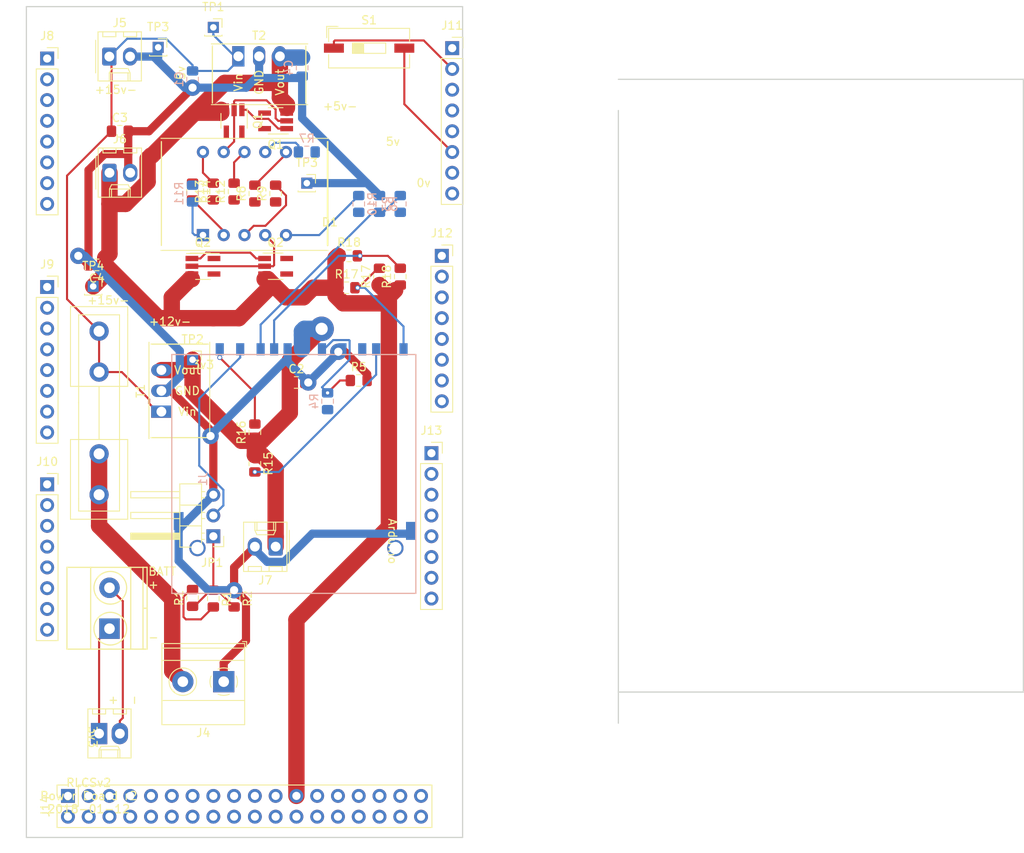
<source format=kicad_pcb>
(kicad_pcb (version 20171130) (host pcbnew "(5.1.4)-1")

  (general
    (thickness 1.6)
    (drawings 23)
    (tracks 290)
    (zones 0)
    (modules 55)
    (nets 68)
  )

  (page A4)
  (layers
    (0 F.Cu signal)
    (31 B.Cu signal)
    (32 B.Adhes user hide)
    (33 F.Adhes user)
    (34 B.Paste user hide)
    (35 F.Paste user)
    (36 B.SilkS user hide)
    (37 F.SilkS user)
    (38 B.Mask user hide)
    (39 F.Mask user hide)
    (40 Dwgs.User user hide)
    (41 Cmts.User user hide)
    (42 Eco1.User user hide)
    (43 Eco2.User user hide)
    (44 Edge.Cuts user)
    (45 Margin user)
    (46 B.CrtYd user)
    (47 F.CrtYd user)
    (48 B.Fab user)
    (49 F.Fab user)
  )

  (setup
    (last_trace_width 0.254)
    (trace_clearance 0.254)
    (zone_clearance 0.508)
    (zone_45_only no)
    (trace_min 0.2)
    (via_size 0.6)
    (via_drill 0.4)
    (via_min_size 0.4)
    (via_min_drill 0.3)
    (uvia_size 0.3)
    (uvia_drill 0.1)
    (uvias_allowed no)
    (uvia_min_size 0.2)
    (uvia_min_drill 0.1)
    (edge_width 0.15)
    (segment_width 0.2)
    (pcb_text_width 0.3)
    (pcb_text_size 1.5 1.5)
    (mod_edge_width 0.15)
    (mod_text_size 1 1)
    (mod_text_width 0.15)
    (pad_size 1.56 0.65)
    (pad_drill 0)
    (pad_to_mask_clearance 0.2)
    (aux_axis_origin 0 0)
    (visible_elements 7FFFFFFF)
    (pcbplotparams
      (layerselection 0x00020_00000000)
      (usegerberextensions false)
      (usegerberattributes false)
      (usegerberadvancedattributes false)
      (creategerberjobfile false)
      (excludeedgelayer true)
      (linewidth 0.100000)
      (plotframeref false)
      (viasonmask false)
      (mode 1)
      (useauxorigin false)
      (hpglpennumber 1)
      (hpglpenspeed 20)
      (hpglpendiameter 15.000000)
      (psnegative false)
      (psa4output false)
      (plotreference true)
      (plotvalue true)
      (plotinvisibletext false)
      (padsonsilk false)
      (subtractmaskfromsilk false)
      (outputformat 1)
      (mirror false)
      (drillshape 0)
      (scaleselection 1)
      (outputdirectory "../../gerbers/power_board_gerbers/"))
  )

  (net 0 "")
  (net 1 "Net-(AFF1-Pad1)")
  (net 2 "Net-(AFF1-Pad2)")
  (net 3 "Net-(AFF1-Pad3)")
  (net 4 "Net-(AFF1-Pad5)")
  (net 5 "Net-(AFF1-Pad6)")
  (net 6 "Net-(AFF1-Pad7)")
  (net 7 "Net-(AFF1-Pad8)")
  (net 8 "Net-(AFF1-Pad10)")
  (net 9 GND)
  (net 10 +3V3)
  (net 11 +5V)
  (net 12 "Net-(F1-Pad1)")
  (net 13 ARD_CON_SD_CD)
  (net 14 ARD_CON_SD_WP)
  (net 15 "Net-(J1-Pad8)")
  (net 16 "Net-(J1-Pad9)")
  (net 17 "Net-(J1-Pad1)")
  (net 18 ARD_CON_SD_MISO)
  (net 19 ARD_CON_SD_MOSI)
  (net 20 ARD_CON_SD_SCL)
  (net 21 ARD_CON_SD_SS)
  (net 22 ARD_CON_7SEG_D1)
  (net 23 ARD_CON_7SEG_D2)
  (net 24 "Net-(AFF1-Pad4)")
  (net 25 "Net-(AFF1-Pad9)")
  (net 26 "Net-(JP1-Pad1)")
  (net 27 "Net-(J1-Pad5)")
  (net 28 "Net-(J1-Pad2)")
  (net 29 +12V)
  (net 30 /SDA)
  (net 31 /SCL)
  (net 32 "Net-(J8-Pad7)")
  (net 33 "Net-(J8-Pad6)")
  (net 34 "Net-(J8-Pad5)")
  (net 35 "Net-(J8-Pad4)")
  (net 36 "Net-(J8-Pad3)")
  (net 37 "Net-(J8-Pad2)")
  (net 38 "Net-(J8-Pad1)")
  (net 39 "Net-(J9-Pad8)")
  (net 40 "Net-(J11-Pad7)")
  (net 41 "Net-(J11-Pad6)")
  (net 42 "Net-(J11-Pad5)")
  (net 43 "Net-(J11-Pad4)")
  (net 44 "Net-(J11-Pad3)")
  (net 45 "Net-(J11-Pad2)")
  (net 46 "Net-(J11-Pad1)")
  (net 47 "Net-(J14-Pad36)")
  (net 48 "Net-(J14-Pad35)")
  (net 49 "Net-(J14-Pad34)")
  (net 50 "Net-(J14-Pad33)")
  (net 51 "Net-(J14-Pad32)")
  (net 52 "Net-(J14-Pad31)")
  (net 53 "Net-(J14-Pad30)")
  (net 54 "Net-(J14-Pad29)")
  (net 55 "Net-(J14-Pad28)")
  (net 56 "Net-(J14-Pad27)")
  (net 57 "Net-(J14-Pad26)")
  (net 58 "Net-(J14-Pad25)")
  (net 59 "Net-(J14-Pad24)")
  (net 60 Sevenseg_G)
  (net 61 Sevenseg_F)
  (net 62 Sevenseg_E)
  (net 63 Sevenseg_D)
  (net 64 Sevenseg_C)
  (net 65 Sevenseg_B)
  (net 66 Sevenseg_A)
  (net 67 Sevenseg_DP)

  (net_class Default "This is the default net class."
    (clearance 0.254)
    (trace_width 0.254)
    (via_dia 0.6)
    (via_drill 0.4)
    (uvia_dia 0.3)
    (uvia_drill 0.1)
    (add_net +12V)
    (add_net /SCL)
    (add_net /SDA)
    (add_net ARD_CON_7SEG_D1)
    (add_net ARD_CON_7SEG_D2)
    (add_net ARD_CON_SD_CD)
    (add_net ARD_CON_SD_MISO)
    (add_net ARD_CON_SD_MOSI)
    (add_net ARD_CON_SD_SCL)
    (add_net ARD_CON_SD_SS)
    (add_net ARD_CON_SD_WP)
    (add_net "Net-(AFF1-Pad1)")
    (add_net "Net-(AFF1-Pad10)")
    (add_net "Net-(AFF1-Pad2)")
    (add_net "Net-(AFF1-Pad3)")
    (add_net "Net-(AFF1-Pad4)")
    (add_net "Net-(AFF1-Pad5)")
    (add_net "Net-(AFF1-Pad6)")
    (add_net "Net-(AFF1-Pad7)")
    (add_net "Net-(AFF1-Pad8)")
    (add_net "Net-(AFF1-Pad9)")
    (add_net "Net-(J1-Pad1)")
    (add_net "Net-(J1-Pad2)")
    (add_net "Net-(J1-Pad5)")
    (add_net "Net-(J1-Pad8)")
    (add_net "Net-(J1-Pad9)")
    (add_net "Net-(J11-Pad1)")
    (add_net "Net-(J11-Pad2)")
    (add_net "Net-(J11-Pad3)")
    (add_net "Net-(J11-Pad4)")
    (add_net "Net-(J11-Pad5)")
    (add_net "Net-(J11-Pad6)")
    (add_net "Net-(J11-Pad7)")
    (add_net "Net-(J14-Pad24)")
    (add_net "Net-(J14-Pad25)")
    (add_net "Net-(J14-Pad26)")
    (add_net "Net-(J14-Pad27)")
    (add_net "Net-(J14-Pad28)")
    (add_net "Net-(J14-Pad29)")
    (add_net "Net-(J14-Pad30)")
    (add_net "Net-(J14-Pad31)")
    (add_net "Net-(J14-Pad32)")
    (add_net "Net-(J14-Pad33)")
    (add_net "Net-(J14-Pad34)")
    (add_net "Net-(J14-Pad35)")
    (add_net "Net-(J14-Pad36)")
    (add_net "Net-(J8-Pad1)")
    (add_net "Net-(J8-Pad2)")
    (add_net "Net-(J8-Pad3)")
    (add_net "Net-(J8-Pad4)")
    (add_net "Net-(J8-Pad5)")
    (add_net "Net-(J8-Pad6)")
    (add_net "Net-(J8-Pad7)")
    (add_net "Net-(J9-Pad8)")
    (add_net "Net-(JP1-Pad1)")
    (add_net Sevenseg_A)
    (add_net Sevenseg_B)
    (add_net Sevenseg_C)
    (add_net Sevenseg_D)
    (add_net Sevenseg_DP)
    (add_net Sevenseg_E)
    (add_net Sevenseg_F)
    (add_net Sevenseg_G)
  )

  (net_class 15volt ""
    (clearance 0.254)
    (trace_width 1)
    (via_dia 2)
    (via_drill 1)
    (uvia_dia 0.3)
    (uvia_drill 0.1)
    (add_net GND)
  )

  (net_class battery ""
    (clearance 0.254)
    (trace_width 2)
    (via_dia 3)
    (via_drill 1.5)
    (uvia_dia 0.3)
    (uvia_drill 0.1)
    (add_net +3V3)
    (add_net +5V)
    (add_net "Net-(F1-Pad1)")
  )

  (module rlcs_power:LTD-4608JR (layer F.Cu) (tedit 59C83089) (tstamp 59C6CF23)
    (at 115.57 93.98 90)
    (descr http://www.everlight.com/file/ProductFile/D426SYGWA-S530-E2.pdf)
    (tags "Double digit 7 segment brilliant yellow green LED")
    (path /59C5BADA)
    (fp_text reference AFF1 (at 0.2 -6.2 90) (layer F.SilkS) hide
      (effects (font (size 1 1) (thickness 0.15)))
    )
    (fp_text value LTD-4608JR (at 3.2 16.4 90) (layer F.Fab)
      (effects (font (size 1 1) (thickness 0.15)))
    )
    (fp_line (start -1.27 -5.08) (end 11.43 -5.08) (layer F.SilkS) (width 0.15))
    (fp_line (start 11.43 15.24) (end -1.27 15.24) (layer F.SilkS) (width 0.15))
    (fp_line (start -1.27 15.24) (end 11.43 15.24) (layer F.SilkS) (width 0.15))
    (fp_line (start 11.43 15.24) (end -1.27 15.24) (layer F.SilkS) (width 0.15))
    (fp_line (start -1.27 15.24) (end 11.43 15.24) (layer F.SilkS) (width 0.15))
    (fp_line (start 11.43 15.24) (end -1.27 15.24) (layer F.SilkS) (width 0.15))
    (fp_line (start -1.27 15.24) (end 11.43 15.24) (layer F.SilkS) (width 0.15))
    (fp_line (start -0.75 0) (end -1.75 -1) (layer F.Fab) (width 0.1))
    (fp_line (start -1.75 -1) (end -1.75 -5.02) (layer F.Fab) (width 0.1))
    (fp_line (start -2.25 -2) (end -2.25 2) (layer F.SilkS) (width 0.12))
    (fp_line (start -2 -5.27) (end 14.5 -5.27) (layer F.CrtYd) (width 0.05))
    (fp_line (start 14.5 -5.27) (end 14.5 15.43) (layer F.CrtYd) (width 0.05))
    (fp_line (start 14.5 15.43) (end -2 15.43) (layer F.CrtYd) (width 0.05))
    (fp_line (start -2 15.43) (end -2 -5.27) (layer F.CrtYd) (width 0.05))
    (fp_line (start -1.75 1) (end -0.75 0) (layer F.Fab) (width 0.1))
    (fp_line (start 11.83 -5.14) (end 11.83 15.3) (layer F.SilkS) (width 0.12))
    (fp_line (start -1.87 15.3) (end -1.87 -5.14) (layer F.SilkS) (width 0.12))
    (fp_line (start 11.71 -5.02) (end 11.71 15.18) (layer F.Fab) (width 0.1))
    (fp_line (start -1.75 15.18) (end -1.75 1) (layer F.Fab) (width 0.1))
    (fp_text user %R (at 7 5 90) (layer F.Fab)
      (effects (font (size 1 1) (thickness 0.15)))
    )
    (pad 1 thru_hole rect (at 0 0 90) (size 1.5 1.5) (drill 0.8) (layers *.Cu *.Mask)
      (net 1 "Net-(AFF1-Pad1)"))
    (pad 2 thru_hole circle (at 0 2.54 90) (size 1.5 1.5) (drill 0.8) (layers *.Cu *.Mask)
      (net 2 "Net-(AFF1-Pad2)"))
    (pad 3 thru_hole circle (at 0 5.08 90) (size 1.5 1.5) (drill 0.8) (layers *.Cu *.Mask)
      (net 3 "Net-(AFF1-Pad3)"))
    (pad 4 thru_hole circle (at 0 7.62 90) (size 1.5 1.5) (drill 0.8) (layers *.Cu *.Mask)
      (net 24 "Net-(AFF1-Pad4)"))
    (pad 5 thru_hole circle (at 0 10.16 90) (size 1.5 1.5) (drill 0.8) (layers *.Cu *.Mask)
      (net 4 "Net-(AFF1-Pad5)"))
    (pad 6 thru_hole circle (at 10.16 10.16 90) (size 1.5 1.5) (drill 0.8) (layers *.Cu *.Mask)
      (net 5 "Net-(AFF1-Pad6)"))
    (pad 7 thru_hole circle (at 10.16 7.62 90) (size 1.5 1.5) (drill 0.8) (layers *.Cu *.Mask)
      (net 6 "Net-(AFF1-Pad7)"))
    (pad 8 thru_hole circle (at 10.16 5.08 90) (size 1.5 1.5) (drill 0.8) (layers *.Cu *.Mask)
      (net 7 "Net-(AFF1-Pad8)"))
    (pad 9 thru_hole circle (at 10.16 2.54 90) (size 1.5 1.5) (drill 0.8) (layers *.Cu *.Mask)
      (net 25 "Net-(AFF1-Pad9)"))
    (pad 10 thru_hole circle (at 10.16 0 90) (size 1.5 1.5) (drill 0.8) (layers *.Cu *.Mask)
      (net 8 "Net-(AFF1-Pad10)"))
    (model ${KISYS3DMOD}/Displays_7-Segment.3dshapes/ELD_426XXXX.wrl
      (at (xyz 0 0 0))
      (scale (xyz 1 1 1))
      (rotate (xyz 0 0 0))
    )
  )

  (module Resistor_SMD:R_0805_2012Metric_Pad1.15x1.40mm_HandSolder (layer B.Cu) (tedit 5B36C52B) (tstamp 59C6D16D)
    (at 137.16 90.17 90)
    (descr "Resistor SMD 0805 (2012 Metric), square (rectangular) end terminal, IPC_7351 nominal with elongated pad for handsoldering. (Body size source: https://docs.google.com/spreadsheets/d/1BsfQQcO9C6DZCsRaXUlFlo91Tg2WpOkGARC1WS5S8t0/edit?usp=sharing), generated with kicad-footprint-generator")
    (tags "resistor handsolder")
    (path /5A5952A0)
    (attr smd)
    (fp_text reference R6 (at 0 1.65 90) (layer B.SilkS)
      (effects (font (size 1 1) (thickness 0.15)) (justify mirror))
    )
    (fp_text value 20K (at 0 -1.65 90) (layer B.Fab)
      (effects (font (size 1 1) (thickness 0.15)) (justify mirror))
    )
    (fp_text user %R (at 0 0 90) (layer B.Fab)
      (effects (font (size 0.5 0.5) (thickness 0.08)) (justify mirror))
    )
    (fp_line (start 1.85 -0.95) (end -1.85 -0.95) (layer B.CrtYd) (width 0.05))
    (fp_line (start 1.85 0.95) (end 1.85 -0.95) (layer B.CrtYd) (width 0.05))
    (fp_line (start -1.85 0.95) (end 1.85 0.95) (layer B.CrtYd) (width 0.05))
    (fp_line (start -1.85 -0.95) (end -1.85 0.95) (layer B.CrtYd) (width 0.05))
    (fp_line (start -0.261252 -0.71) (end 0.261252 -0.71) (layer B.SilkS) (width 0.12))
    (fp_line (start -0.261252 0.71) (end 0.261252 0.71) (layer B.SilkS) (width 0.12))
    (fp_line (start 1 -0.6) (end -1 -0.6) (layer B.Fab) (width 0.1))
    (fp_line (start 1 0.6) (end 1 -0.6) (layer B.Fab) (width 0.1))
    (fp_line (start -1 0.6) (end 1 0.6) (layer B.Fab) (width 0.1))
    (fp_line (start -1 -0.6) (end -1 0.6) (layer B.Fab) (width 0.1))
    (pad 2 smd roundrect (at 1.025 0 90) (size 1.15 1.4) (layers B.Cu B.Paste B.Mask) (roundrect_rratio 0.217391)
      (net 9 GND))
    (pad 1 smd roundrect (at -1.025 0 90) (size 1.15 1.4) (layers B.Cu B.Paste B.Mask) (roundrect_rratio 0.217391)
      (net 28 "Net-(J1-Pad2)"))
    (model ${KISYS3DMOD}/Resistor_SMD.3dshapes/R_0805_2012Metric.wrl
      (at (xyz 0 0 0))
      (scale (xyz 1 1 1))
      (rotate (xyz 0 0 0))
    )
  )

  (module rlcs_power_footprints:SDCARD (layer B.Cu) (tedit 59C6C3C4) (tstamp 59C6CFCC)
    (at 127 107.95 270)
    (path /59B5C3D6)
    (fp_text reference J1 (at 15.875 11.43 90) (layer B.SilkS)
      (effects (font (size 1 1) (thickness 0.15)) (justify mirror))
    )
    (fp_text value SD_Card (at 7.62 -15.945 90) (layer B.Fab)
      (effects (font (size 1 1) (thickness 0.15)) (justify mirror))
    )
    (fp_line (start 29.845 -14.605) (end 0.635 -14.605) (layer B.SilkS) (width 0.15))
    (fp_line (start 0.635 -14.605) (end 0.635 15.24) (layer B.SilkS) (width 0.15))
    (fp_line (start 0.635 15.24) (end 29.845 15.24) (layer B.SilkS) (width 0.15))
    (fp_line (start 29.845 -14.605) (end 29.845 15.24) (layer B.SilkS) (width 0.15))
    (pad 12 smd rect (at 21 14.4 270) (size 2.2 1.2) (layers B.Cu B.Paste B.Mask)
      (net 9 GND))
    (pad "" thru_hole circle (at 24.3 12.1 270) (size 2 2) (drill 1.5) (layers *.Cu *.Mask))
    (pad 1 smd rect (at 0 6.875 270) (size 1.5 1) (layers B.Cu B.Paste B.Mask)
      (net 17 "Net-(J1-Pad1)"))
    (pad 9 smd rect (at 0 9.375 270) (size 1.5 1) (layers B.Cu B.Paste B.Mask)
      (net 16 "Net-(J1-Pad9)"))
    (pad 4 smd rect (at 0 -0.625 270) (size 1.5 1) (layers B.Cu B.Paste B.Mask)
      (net 10 +3V3))
    (pad 3 smd rect (at 0 1.075 270) (size 1.5 1) (layers B.Cu B.Paste B.Mask)
      (net 9 GND))
    (pad 7 smd rect (at 0 -8.05 270) (size 1.5 1) (layers B.Cu B.Paste B.Mask)
      (net 18 ARD_CON_SD_MISO))
    (pad 2 smd rect (at 0 4.375 270) (size 1.5 1) (layers B.Cu B.Paste B.Mask)
      (net 28 "Net-(J1-Pad2)"))
    (pad 6 smd rect (at 0 -5.625 270) (size 1.5 1) (layers B.Cu B.Paste B.Mask)
      (net 9 GND))
    (pad 8 smd rect (at 0 -9.75 270) (size 1.5 1) (layers B.Cu B.Paste B.Mask)
      (net 15 "Net-(J1-Pad8)"))
    (pad 5 smd rect (at 0 -3.125 270) (size 1.5 1) (layers B.Cu B.Paste B.Mask)
      (net 27 "Net-(J1-Pad5)"))
    (pad 11 smd rect (at 0 -13.1 270) (size 1.5 1) (layers B.Cu B.Paste B.Mask)
      (net 14 ARD_CON_SD_WP))
    (pad 10 smd rect (at 0 2.725 270) (size 1.5 1) (layers B.Cu B.Paste B.Mask)
      (net 13 ARD_CON_SD_CD))
    (pad "" thru_hole circle (at 24.3 -12.1 270) (size 2 2) (drill 1.5) (layers *.Cu *.Mask))
    (pad 13 smd rect (at 22.2 -14 270) (size 2.2 1.2) (layers B.Cu B.Paste B.Mask)
      (net 9 GND))
  )

  (module Connector_PinSocket_2.00mm:PinSocket_1x01_P2.00mm_Vertical (layer F.Cu) (tedit 5A19A430) (tstamp 59C6D35C)
    (at 102.15 100.25)
    (descr "Through hole straight socket strip, 1x01, 2.00mm pitch, single row (from Kicad 4.0.7), script generated")
    (tags "Through hole socket strip THT 1x01 2.00mm single row")
    (path /59C76133)
    (fp_text reference TP4 (at 0 -2.5) (layer F.SilkS)
      (effects (font (size 1 1) (thickness 0.15)))
    )
    (fp_text value 5v_test (at 0 2.5) (layer F.Fab)
      (effects (font (size 1 1) (thickness 0.15)))
    )
    (fp_text user %R (at 0 0) (layer F.Fab)
      (effects (font (size 1 1) (thickness 0.15)))
    )
    (fp_line (start -1.5 1.5) (end -1.5 -1.5) (layer F.CrtYd) (width 0.05))
    (fp_line (start 1.5 1.5) (end -1.5 1.5) (layer F.CrtYd) (width 0.05))
    (fp_line (start 1.5 -1.5) (end 1.5 1.5) (layer F.CrtYd) (width 0.05))
    (fp_line (start -1.5 -1.5) (end 1.5 -1.5) (layer F.CrtYd) (width 0.05))
    (fp_line (start 0 -1.06) (end 1.06 -1.06) (layer F.SilkS) (width 0.12))
    (fp_line (start 1.06 -1.06) (end 1.06 0) (layer F.SilkS) (width 0.12))
    (fp_line (start 1.06 0.94) (end 1.06 1.06) (layer F.SilkS) (width 0.12))
    (fp_line (start -1.06 0.94) (end -1.06 1.06) (layer F.SilkS) (width 0.12))
    (fp_line (start -1.06 1.06) (end 1.06 1.06) (layer F.SilkS) (width 0.12))
    (fp_line (start -1 1) (end -1 -1) (layer F.Fab) (width 0.1))
    (fp_line (start 1 1) (end -1 1) (layer F.Fab) (width 0.1))
    (fp_line (start 1 -0.5) (end 1 1) (layer F.Fab) (width 0.1))
    (fp_line (start 0.5 -1) (end 1 -0.5) (layer F.Fab) (width 0.1))
    (fp_line (start -1 -1) (end 0.5 -1) (layer F.Fab) (width 0.1))
    (pad 1 thru_hole rect (at 0 0) (size 1.35 1.35) (drill 0.8) (layers *.Cu *.Mask)
      (net 11 +5V))
    (model ${KISYS3DMOD}/Connector_PinSocket_2.00mm.3dshapes/PinSocket_1x01_P2.00mm_Vertical.wrl
      (at (xyz 0 0 0))
      (scale (xyz 1 1 1))
      (rotate (xyz 0 0 0))
    )
  )

  (module Connector_PinSocket_2.00mm:PinSocket_1x01_P2.00mm_Vertical (layer F.Cu) (tedit 5A19A430) (tstamp 59C6D348)
    (at 110.095 71.025)
    (descr "Through hole straight socket strip, 1x01, 2.00mm pitch, single row (from Kicad 4.0.7), script generated")
    (tags "Through hole socket strip THT 1x01 2.00mm single row")
    (path /59C761F8)
    (fp_text reference TP3 (at 0 -2.5) (layer F.SilkS)
      (effects (font (size 1 1) (thickness 0.15)))
    )
    (fp_text value GND_test (at 0 2.5) (layer F.Fab)
      (effects (font (size 1 1) (thickness 0.15)))
    )
    (fp_text user %R (at 0 0) (layer F.Fab)
      (effects (font (size 1 1) (thickness 0.15)))
    )
    (fp_line (start -1.5 1.5) (end -1.5 -1.5) (layer F.CrtYd) (width 0.05))
    (fp_line (start 1.5 1.5) (end -1.5 1.5) (layer F.CrtYd) (width 0.05))
    (fp_line (start 1.5 -1.5) (end 1.5 1.5) (layer F.CrtYd) (width 0.05))
    (fp_line (start -1.5 -1.5) (end 1.5 -1.5) (layer F.CrtYd) (width 0.05))
    (fp_line (start 0 -1.06) (end 1.06 -1.06) (layer F.SilkS) (width 0.12))
    (fp_line (start 1.06 -1.06) (end 1.06 0) (layer F.SilkS) (width 0.12))
    (fp_line (start 1.06 0.94) (end 1.06 1.06) (layer F.SilkS) (width 0.12))
    (fp_line (start -1.06 0.94) (end -1.06 1.06) (layer F.SilkS) (width 0.12))
    (fp_line (start -1.06 1.06) (end 1.06 1.06) (layer F.SilkS) (width 0.12))
    (fp_line (start -1 1) (end -1 -1) (layer F.Fab) (width 0.1))
    (fp_line (start 1 1) (end -1 1) (layer F.Fab) (width 0.1))
    (fp_line (start 1 -0.5) (end 1 1) (layer F.Fab) (width 0.1))
    (fp_line (start 0.5 -1) (end 1 -0.5) (layer F.Fab) (width 0.1))
    (fp_line (start -1 -1) (end 0.5 -1) (layer F.Fab) (width 0.1))
    (pad 1 thru_hole rect (at 0 0) (size 1.35 1.35) (drill 0.8) (layers *.Cu *.Mask)
      (net 9 GND))
    (model ${KISYS3DMOD}/Connector_PinSocket_2.00mm.3dshapes/PinSocket_1x01_P2.00mm_Vertical.wrl
      (at (xyz 0 0 0))
      (scale (xyz 1 1 1))
      (rotate (xyz 0 0 0))
    )
  )

  (module Connector_PinSocket_2.00mm:PinSocket_1x01_P2.00mm_Vertical (layer F.Cu) (tedit 5A19A430) (tstamp 59C6D334)
    (at 114.3 109.22)
    (descr "Through hole straight socket strip, 1x01, 2.00mm pitch, single row (from Kicad 4.0.7), script generated")
    (tags "Through hole socket strip THT 1x01 2.00mm single row")
    (path /59C75B60)
    (fp_text reference TP2 (at 0 -2.5) (layer F.SilkS)
      (effects (font (size 1 1) (thickness 0.15)))
    )
    (fp_text value 3v3_test (at 0 2.5) (layer F.Fab)
      (effects (font (size 1 1) (thickness 0.15)))
    )
    (fp_text user %R (at 0 0) (layer F.Fab)
      (effects (font (size 1 1) (thickness 0.15)))
    )
    (fp_line (start -1.5 1.5) (end -1.5 -1.5) (layer F.CrtYd) (width 0.05))
    (fp_line (start 1.5 1.5) (end -1.5 1.5) (layer F.CrtYd) (width 0.05))
    (fp_line (start 1.5 -1.5) (end 1.5 1.5) (layer F.CrtYd) (width 0.05))
    (fp_line (start -1.5 -1.5) (end 1.5 -1.5) (layer F.CrtYd) (width 0.05))
    (fp_line (start 0 -1.06) (end 1.06 -1.06) (layer F.SilkS) (width 0.12))
    (fp_line (start 1.06 -1.06) (end 1.06 0) (layer F.SilkS) (width 0.12))
    (fp_line (start 1.06 0.94) (end 1.06 1.06) (layer F.SilkS) (width 0.12))
    (fp_line (start -1.06 0.94) (end -1.06 1.06) (layer F.SilkS) (width 0.12))
    (fp_line (start -1.06 1.06) (end 1.06 1.06) (layer F.SilkS) (width 0.12))
    (fp_line (start -1 1) (end -1 -1) (layer F.Fab) (width 0.1))
    (fp_line (start 1 1) (end -1 1) (layer F.Fab) (width 0.1))
    (fp_line (start 1 -0.5) (end 1 1) (layer F.Fab) (width 0.1))
    (fp_line (start 0.5 -1) (end 1 -0.5) (layer F.Fab) (width 0.1))
    (fp_line (start -1 -1) (end 0.5 -1) (layer F.Fab) (width 0.1))
    (pad 1 thru_hole rect (at 0 0) (size 1.35 1.35) (drill 0.8) (layers *.Cu *.Mask)
      (net 10 +3V3))
    (model ${KISYS3DMOD}/Connector_PinSocket_2.00mm.3dshapes/PinSocket_1x01_P2.00mm_Vertical.wrl
      (at (xyz 0 0 0))
      (scale (xyz 1 1 1))
      (rotate (xyz 0 0 0))
    )
  )

  (module Connector_PinSocket_2.00mm:PinSocket_1x01_P2.00mm_Vertical (layer F.Cu) (tedit 5A19A430) (tstamp 59C6D320)
    (at 116.84 68.58)
    (descr "Through hole straight socket strip, 1x01, 2.00mm pitch, single row (from Kicad 4.0.7), script generated")
    (tags "Through hole socket strip THT 1x01 2.00mm single row")
    (path /59C7485E)
    (fp_text reference TP1 (at 0 -2.5) (layer F.SilkS)
      (effects (font (size 1 1) (thickness 0.15)))
    )
    (fp_text value 12v_test (at 0 2.5) (layer F.Fab)
      (effects (font (size 1 1) (thickness 0.15)))
    )
    (fp_text user %R (at 0 0) (layer F.Fab)
      (effects (font (size 1 1) (thickness 0.15)))
    )
    (fp_line (start -1.5 1.5) (end -1.5 -1.5) (layer F.CrtYd) (width 0.05))
    (fp_line (start 1.5 1.5) (end -1.5 1.5) (layer F.CrtYd) (width 0.05))
    (fp_line (start 1.5 -1.5) (end 1.5 1.5) (layer F.CrtYd) (width 0.05))
    (fp_line (start -1.5 -1.5) (end 1.5 -1.5) (layer F.CrtYd) (width 0.05))
    (fp_line (start 0 -1.06) (end 1.06 -1.06) (layer F.SilkS) (width 0.12))
    (fp_line (start 1.06 -1.06) (end 1.06 0) (layer F.SilkS) (width 0.12))
    (fp_line (start 1.06 0.94) (end 1.06 1.06) (layer F.SilkS) (width 0.12))
    (fp_line (start -1.06 0.94) (end -1.06 1.06) (layer F.SilkS) (width 0.12))
    (fp_line (start -1.06 1.06) (end 1.06 1.06) (layer F.SilkS) (width 0.12))
    (fp_line (start -1 1) (end -1 -1) (layer F.Fab) (width 0.1))
    (fp_line (start 1 1) (end -1 1) (layer F.Fab) (width 0.1))
    (fp_line (start 1 -0.5) (end 1 1) (layer F.Fab) (width 0.1))
    (fp_line (start 0.5 -1) (end 1 -0.5) (layer F.Fab) (width 0.1))
    (fp_line (start -1 -1) (end 0.5 -1) (layer F.Fab) (width 0.1))
    (pad 1 thru_hole rect (at 0 0) (size 1.35 1.35) (drill 0.8) (layers *.Cu *.Mask)
      (net 29 +12V))
    (model ${KISYS3DMOD}/Connector_PinSocket_2.00mm.3dshapes/PinSocket_1x01_P2.00mm_Vertical.wrl
      (at (xyz 0 0 0))
      (scale (xyz 1 1 1))
      (rotate (xyz 0 0 0))
    )
  )

  (module rlcs_power_footprints:VXO78XX-1000 (layer F.Cu) (tedit 59C6BDB3) (tstamp 59C6D2E0)
    (at 119.9 72.12)
    (descr "DCDC-Converter, RECOM, 500mA, https://www.recom-power.com/pdf/Innoline/R-78Exx-0.5.pdf")
    (tags "dc-dc recom buck sip3")
    (path /59B5BC18)
    (fp_text reference T2 (at 2.54 -2.54) (layer F.SilkS)
      (effects (font (size 1 1) (thickness 0.15)))
    )
    (fp_text value "12 to 5" (at 2.54 3.25) (layer F.Fab)
      (effects (font (size 1 1) (thickness 0.15)))
    )
    (fp_text user %R (at 2.54 -2.25) (layer F.Fab)
      (effects (font (size 1 1) (thickness 0.15)))
    )
    (fp_line (start 8.64 -1.67) (end -3.46 -1.67) (layer F.CrtYd) (width 0.05))
    (fp_line (start 8.64 7.33) (end 8.64 -1.67) (layer F.CrtYd) (width 0.05))
    (fp_line (start -3.46 7.33) (end 8.64 7.33) (layer F.CrtYd) (width 0.05))
    (fp_line (start -3.46 -1.67) (end -3.46 7.33) (layer F.CrtYd) (width 0.05))
    (fp_line (start 8.49 -1.52) (end -3.31 -1.52) (layer F.SilkS) (width 0.12))
    (fp_line (start -3.31 5.91) (end 8.49 5.91) (layer F.SilkS) (width 0.12))
    (fp_line (start -2.21 7.08) (end 8.39 7.08) (layer F.Fab) (width 0.1))
    (fp_line (start -3.21 6.08) (end -2.21 7.08) (layer F.Fab) (width 0.1))
    (fp_line (start -3.21 -1.42) (end -3.21 6.08) (layer F.Fab) (width 0.1))
    (fp_line (start 8.39 -1.42) (end -3.21 -1.42) (layer F.Fab) (width 0.1))
    (fp_line (start 8.39 7.08) (end 8.39 -1.42) (layer F.Fab) (width 0.1))
    (fp_line (start -3.175 -1.27) (end -3.175 5.715) (layer F.SilkS) (width 0.15))
    (fp_line (start 8.255 -1.27) (end 8.255 5.715) (layer F.SilkS) (width 0.15))
    (fp_text user Vin (at 0 3.175 270) (layer F.SilkS)
      (effects (font (size 1 1) (thickness 0.15)))
    )
    (fp_text user GND (at 2.54 3.175 90) (layer F.SilkS)
      (effects (font (size 1 1) (thickness 0.15)))
    )
    (fp_text user Vout (at 5.08 3.175 90) (layer F.SilkS)
      (effects (font (size 1 1) (thickness 0.15)))
    )
    (pad 3 thru_hole oval (at 5.08 0) (size 1.5 2.5) (drill 1.2) (layers *.Cu *.Mask)
      (net 11 +5V))
    (pad 2 thru_hole oval (at 2.54 0) (size 1.5 2.5) (drill 1.2) (layers *.Cu *.Mask)
      (net 9 GND))
    (pad 1 thru_hole rect (at 0 0) (size 1.5 2.5) (drill 1.2) (layers *.Cu *.Mask)
      (net 29 +12V))
    (model ${KISYS3DMOD}/Converters_DCDC_ACDC.3dshapes/DCDC-Conv_RECOM_R-78E-0.5.wrl
      (at (xyz 0 0 0))
      (scale (xyz 1 1 1))
      (rotate (xyz 0 0 0))
    )
  )

  (module rlcs_power_footprints:VXO78XX-1000 (layer F.Cu) (tedit 59C6BDB3) (tstamp 59C6D2C8)
    (at 110.49 115.57 90)
    (descr "DCDC-Converter, RECOM, 500mA, https://www.recom-power.com/pdf/Innoline/R-78Exx-0.5.pdf")
    (tags "dc-dc recom buck sip3")
    (path /59B5CDD4)
    (fp_text reference T1 (at 2.54 -2.54 90) (layer F.SilkS)
      (effects (font (size 1 1) (thickness 0.15)))
    )
    (fp_text value "12 to 3v3" (at 2.54 3.25 90) (layer F.Fab)
      (effects (font (size 1 1) (thickness 0.15)))
    )
    (fp_text user %R (at 2.54 -2.25 90) (layer F.Fab)
      (effects (font (size 1 1) (thickness 0.15)))
    )
    (fp_line (start 8.64 -1.67) (end -3.46 -1.67) (layer F.CrtYd) (width 0.05))
    (fp_line (start 8.64 7.33) (end 8.64 -1.67) (layer F.CrtYd) (width 0.05))
    (fp_line (start -3.46 7.33) (end 8.64 7.33) (layer F.CrtYd) (width 0.05))
    (fp_line (start -3.46 -1.67) (end -3.46 7.33) (layer F.CrtYd) (width 0.05))
    (fp_line (start 8.49 -1.52) (end -3.31 -1.52) (layer F.SilkS) (width 0.12))
    (fp_line (start -3.31 5.91) (end 8.49 5.91) (layer F.SilkS) (width 0.12))
    (fp_line (start -2.21 7.08) (end 8.39 7.08) (layer F.Fab) (width 0.1))
    (fp_line (start -3.21 6.08) (end -2.21 7.08) (layer F.Fab) (width 0.1))
    (fp_line (start -3.21 -1.42) (end -3.21 6.08) (layer F.Fab) (width 0.1))
    (fp_line (start 8.39 -1.42) (end -3.21 -1.42) (layer F.Fab) (width 0.1))
    (fp_line (start 8.39 7.08) (end 8.39 -1.42) (layer F.Fab) (width 0.1))
    (fp_line (start -3.175 -1.27) (end -3.175 5.715) (layer F.SilkS) (width 0.15))
    (fp_line (start 8.255 -1.27) (end 8.255 5.715) (layer F.SilkS) (width 0.15))
    (fp_text user Vin (at 0 3.175 180) (layer F.SilkS)
      (effects (font (size 1 1) (thickness 0.15)))
    )
    (fp_text user GND (at 2.54 3.175) (layer F.SilkS)
      (effects (font (size 1 1) (thickness 0.15)))
    )
    (fp_text user Vout (at 5.08 3.175) (layer F.SilkS)
      (effects (font (size 1 1) (thickness 0.15)))
    )
    (pad 3 thru_hole oval (at 5.08 0 90) (size 1.5 2.5) (drill 1.2) (layers *.Cu *.Mask)
      (net 10 +3V3))
    (pad 2 thru_hole oval (at 2.54 0 90) (size 1.5 2.5) (drill 1.2) (layers *.Cu *.Mask)
      (net 9 GND))
    (pad 1 thru_hole rect (at 0 0 90) (size 1.5 2.5) (drill 1.2) (layers *.Cu *.Mask)
      (net 29 +12V))
    (model ${KISYS3DMOD}/Converters_DCDC_ACDC.3dshapes/DCDC-Conv_RECOM_R-78E-0.5.wrl
      (at (xyz 0 0 0))
      (scale (xyz 1 1 1))
      (rotate (xyz 0 0 0))
    )
  )

  (module Resistor_SMD:R_0805_2012Metric_Pad1.15x1.40mm_HandSolder (layer F.Cu) (tedit 5B36C52B) (tstamp 5A5940E6)
    (at 121.92 121.92 270)
    (descr "Resistor SMD 0805 (2012 Metric), square (rectangular) end terminal, IPC_7351 nominal with elongated pad for handsoldering. (Body size source: https://docs.google.com/spreadsheets/d/1BsfQQcO9C6DZCsRaXUlFlo91Tg2WpOkGARC1WS5S8t0/edit?usp=sharing), generated with kicad-footprint-generator")
    (tags "resistor handsolder")
    (path /59C58E45)
    (attr smd)
    (fp_text reference R15 (at 0 -1.65 90) (layer F.SilkS)
      (effects (font (size 1 1) (thickness 0.15)))
    )
    (fp_text value 20K (at 0 1.65 90) (layer F.Fab)
      (effects (font (size 1 1) (thickness 0.15)))
    )
    (fp_text user %R (at 0 0 90) (layer F.Fab)
      (effects (font (size 0.5 0.5) (thickness 0.08)))
    )
    (fp_line (start 1.85 0.95) (end -1.85 0.95) (layer F.CrtYd) (width 0.05))
    (fp_line (start 1.85 -0.95) (end 1.85 0.95) (layer F.CrtYd) (width 0.05))
    (fp_line (start -1.85 -0.95) (end 1.85 -0.95) (layer F.CrtYd) (width 0.05))
    (fp_line (start -1.85 0.95) (end -1.85 -0.95) (layer F.CrtYd) (width 0.05))
    (fp_line (start -0.261252 0.71) (end 0.261252 0.71) (layer F.SilkS) (width 0.12))
    (fp_line (start -0.261252 -0.71) (end 0.261252 -0.71) (layer F.SilkS) (width 0.12))
    (fp_line (start 1 0.6) (end -1 0.6) (layer F.Fab) (width 0.1))
    (fp_line (start 1 -0.6) (end 1 0.6) (layer F.Fab) (width 0.1))
    (fp_line (start -1 -0.6) (end 1 -0.6) (layer F.Fab) (width 0.1))
    (fp_line (start -1 0.6) (end -1 -0.6) (layer F.Fab) (width 0.1))
    (pad 2 smd roundrect (at 1.025 0 270) (size 1.15 1.4) (layers F.Cu F.Paste F.Mask) (roundrect_rratio 0.217391)
      (net 15 "Net-(J1-Pad8)"))
    (pad 1 smd roundrect (at -1.025 0 270) (size 1.15 1.4) (layers F.Cu F.Paste F.Mask) (roundrect_rratio 0.217391)
      (net 10 +3V3))
    (model ${KISYS3DMOD}/Resistor_SMD.3dshapes/R_0805_2012Metric.wrl
      (at (xyz 0 0 0))
      (scale (xyz 1 1 1))
      (rotate (xyz 0 0 0))
    )
  )

  (module Resistor_SMD:R_0805_2012Metric_Pad1.15x1.40mm_HandSolder (layer F.Cu) (tedit 5B36C52B) (tstamp 5A5940D5)
    (at 114.3 88.655 270)
    (descr "Resistor SMD 0805 (2012 Metric), square (rectangular) end terminal, IPC_7351 nominal with elongated pad for handsoldering. (Body size source: https://docs.google.com/spreadsheets/d/1BsfQQcO9C6DZCsRaXUlFlo91Tg2WpOkGARC1WS5S8t0/edit?usp=sharing), generated with kicad-footprint-generator")
    (tags "resistor handsolder")
    (path /59C5BE8C)
    (attr smd)
    (fp_text reference R14 (at 0 -1.65 90) (layer F.SilkS)
      (effects (font (size 1 1) (thickness 0.15)))
    )
    (fp_text value 150 (at 0 1.65 90) (layer F.Fab)
      (effects (font (size 1 1) (thickness 0.15)))
    )
    (fp_text user %R (at 0 0 90) (layer F.Fab)
      (effects (font (size 0.5 0.5) (thickness 0.08)))
    )
    (fp_line (start 1.85 0.95) (end -1.85 0.95) (layer F.CrtYd) (width 0.05))
    (fp_line (start 1.85 -0.95) (end 1.85 0.95) (layer F.CrtYd) (width 0.05))
    (fp_line (start -1.85 -0.95) (end 1.85 -0.95) (layer F.CrtYd) (width 0.05))
    (fp_line (start -1.85 0.95) (end -1.85 -0.95) (layer F.CrtYd) (width 0.05))
    (fp_line (start -0.261252 0.71) (end 0.261252 0.71) (layer F.SilkS) (width 0.12))
    (fp_line (start -0.261252 -0.71) (end 0.261252 -0.71) (layer F.SilkS) (width 0.12))
    (fp_line (start 1 0.6) (end -1 0.6) (layer F.Fab) (width 0.1))
    (fp_line (start 1 -0.6) (end 1 0.6) (layer F.Fab) (width 0.1))
    (fp_line (start -1 -0.6) (end 1 -0.6) (layer F.Fab) (width 0.1))
    (fp_line (start -1 0.6) (end -1 -0.6) (layer F.Fab) (width 0.1))
    (pad 2 smd roundrect (at 1.025 0 270) (size 1.15 1.4) (layers F.Cu F.Paste F.Mask) (roundrect_rratio 0.217391)
      (net 2 "Net-(AFF1-Pad2)"))
    (pad 1 smd roundrect (at -1.025 0 270) (size 1.15 1.4) (layers F.Cu F.Paste F.Mask) (roundrect_rratio 0.217391)
      (net 67 Sevenseg_DP))
    (model ${KISYS3DMOD}/Resistor_SMD.3dshapes/R_0805_2012Metric.wrl
      (at (xyz 0 0 0))
      (scale (xyz 1 1 1))
      (rotate (xyz 0 0 0))
    )
  )

  (module Resistor_SMD:R_0805_2012Metric_Pad1.15x1.40mm_HandSolder (layer F.Cu) (tedit 5B36C52B) (tstamp 5A5940C4)
    (at 116.84 88.655 90)
    (descr "Resistor SMD 0805 (2012 Metric), square (rectangular) end terminal, IPC_7351 nominal with elongated pad for handsoldering. (Body size source: https://docs.google.com/spreadsheets/d/1BsfQQcO9C6DZCsRaXUlFlo91Tg2WpOkGARC1WS5S8t0/edit?usp=sharing), generated with kicad-footprint-generator")
    (tags "resistor handsolder")
    (path /59C5BDE8)
    (attr smd)
    (fp_text reference R13 (at 0 -1.65 90) (layer F.SilkS)
      (effects (font (size 1 1) (thickness 0.15)))
    )
    (fp_text value 150 (at 0 1.65 90) (layer F.Fab)
      (effects (font (size 1 1) (thickness 0.15)))
    )
    (fp_text user %R (at 0 0 90) (layer F.Fab)
      (effects (font (size 0.5 0.5) (thickness 0.08)))
    )
    (fp_line (start 1.85 0.95) (end -1.85 0.95) (layer F.CrtYd) (width 0.05))
    (fp_line (start 1.85 -0.95) (end 1.85 0.95) (layer F.CrtYd) (width 0.05))
    (fp_line (start -1.85 -0.95) (end 1.85 -0.95) (layer F.CrtYd) (width 0.05))
    (fp_line (start -1.85 0.95) (end -1.85 -0.95) (layer F.CrtYd) (width 0.05))
    (fp_line (start -0.261252 0.71) (end 0.261252 0.71) (layer F.SilkS) (width 0.12))
    (fp_line (start -0.261252 -0.71) (end 0.261252 -0.71) (layer F.SilkS) (width 0.12))
    (fp_line (start 1 0.6) (end -1 0.6) (layer F.Fab) (width 0.1))
    (fp_line (start 1 -0.6) (end 1 0.6) (layer F.Fab) (width 0.1))
    (fp_line (start -1 -0.6) (end 1 -0.6) (layer F.Fab) (width 0.1))
    (fp_line (start -1 0.6) (end -1 -0.6) (layer F.Fab) (width 0.1))
    (pad 2 smd roundrect (at 1.025 0 90) (size 1.15 1.4) (layers F.Cu F.Paste F.Mask) (roundrect_rratio 0.217391)
      (net 8 "Net-(AFF1-Pad10)"))
    (pad 1 smd roundrect (at -1.025 0 90) (size 1.15 1.4) (layers F.Cu F.Paste F.Mask) (roundrect_rratio 0.217391)
      (net 66 Sevenseg_A))
    (model ${KISYS3DMOD}/Resistor_SMD.3dshapes/R_0805_2012Metric.wrl
      (at (xyz 0 0 0))
      (scale (xyz 1 1 1))
      (rotate (xyz 0 0 0))
    )
  )

  (module Resistor_SMD:R_0805_2012Metric_Pad1.15x1.40mm_HandSolder (layer F.Cu) (tedit 5B36C52B) (tstamp 5A5940B3)
    (at 119.38 88.655 90)
    (descr "Resistor SMD 0805 (2012 Metric), square (rectangular) end terminal, IPC_7351 nominal with elongated pad for handsoldering. (Body size source: https://docs.google.com/spreadsheets/d/1BsfQQcO9C6DZCsRaXUlFlo91Tg2WpOkGARC1WS5S8t0/edit?usp=sharing), generated with kicad-footprint-generator")
    (tags "resistor handsolder")
    (path /59C5BD47)
    (attr smd)
    (fp_text reference R12 (at 0 -1.65 90) (layer F.SilkS)
      (effects (font (size 1 1) (thickness 0.15)))
    )
    (fp_text value 150 (at 0 1.65 90) (layer F.Fab)
      (effects (font (size 1 1) (thickness 0.15)))
    )
    (fp_text user %R (at 0 0 90) (layer F.Fab)
      (effects (font (size 0.5 0.5) (thickness 0.08)))
    )
    (fp_line (start 1.85 0.95) (end -1.85 0.95) (layer F.CrtYd) (width 0.05))
    (fp_line (start 1.85 -0.95) (end 1.85 0.95) (layer F.CrtYd) (width 0.05))
    (fp_line (start -1.85 -0.95) (end 1.85 -0.95) (layer F.CrtYd) (width 0.05))
    (fp_line (start -1.85 0.95) (end -1.85 -0.95) (layer F.CrtYd) (width 0.05))
    (fp_line (start -0.261252 0.71) (end 0.261252 0.71) (layer F.SilkS) (width 0.12))
    (fp_line (start -0.261252 -0.71) (end 0.261252 -0.71) (layer F.SilkS) (width 0.12))
    (fp_line (start 1 0.6) (end -1 0.6) (layer F.Fab) (width 0.1))
    (fp_line (start 1 -0.6) (end 1 0.6) (layer F.Fab) (width 0.1))
    (fp_line (start -1 -0.6) (end 1 -0.6) (layer F.Fab) (width 0.1))
    (fp_line (start -1 0.6) (end -1 -0.6) (layer F.Fab) (width 0.1))
    (pad 2 smd roundrect (at 1.025 0 90) (size 1.15 1.4) (layers F.Cu F.Paste F.Mask) (roundrect_rratio 0.217391)
      (net 7 "Net-(AFF1-Pad8)"))
    (pad 1 smd roundrect (at -1.025 0 90) (size 1.15 1.4) (layers F.Cu F.Paste F.Mask) (roundrect_rratio 0.217391)
      (net 65 Sevenseg_B))
    (model ${KISYS3DMOD}/Resistor_SMD.3dshapes/R_0805_2012Metric.wrl
      (at (xyz 0 0 0))
      (scale (xyz 1 1 1))
      (rotate (xyz 0 0 0))
    )
  )

  (module Resistor_SMD:R_0805_2012Metric_Pad1.15x1.40mm_HandSolder (layer B.Cu) (tedit 5B36C52B) (tstamp 59C6D1C2)
    (at 114.3 88.9 270)
    (descr "Resistor SMD 0805 (2012 Metric), square (rectangular) end terminal, IPC_7351 nominal with elongated pad for handsoldering. (Body size source: https://docs.google.com/spreadsheets/d/1BsfQQcO9C6DZCsRaXUlFlo91Tg2WpOkGARC1WS5S8t0/edit?usp=sharing), generated with kicad-footprint-generator")
    (tags "resistor handsolder")
    (path /59C5BCA9)
    (attr smd)
    (fp_text reference R11 (at 0 1.65 90) (layer B.SilkS)
      (effects (font (size 1 1) (thickness 0.15)) (justify mirror))
    )
    (fp_text value 150 (at 0 -1.65 90) (layer B.Fab)
      (effects (font (size 1 1) (thickness 0.15)) (justify mirror))
    )
    (fp_text user %R (at 0 0 90) (layer B.Fab)
      (effects (font (size 0.5 0.5) (thickness 0.08)) (justify mirror))
    )
    (fp_line (start 1.85 -0.95) (end -1.85 -0.95) (layer B.CrtYd) (width 0.05))
    (fp_line (start 1.85 0.95) (end 1.85 -0.95) (layer B.CrtYd) (width 0.05))
    (fp_line (start -1.85 0.95) (end 1.85 0.95) (layer B.CrtYd) (width 0.05))
    (fp_line (start -1.85 -0.95) (end -1.85 0.95) (layer B.CrtYd) (width 0.05))
    (fp_line (start -0.261252 -0.71) (end 0.261252 -0.71) (layer B.SilkS) (width 0.12))
    (fp_line (start -0.261252 0.71) (end 0.261252 0.71) (layer B.SilkS) (width 0.12))
    (fp_line (start 1 -0.6) (end -1 -0.6) (layer B.Fab) (width 0.1))
    (fp_line (start 1 0.6) (end 1 -0.6) (layer B.Fab) (width 0.1))
    (fp_line (start -1 0.6) (end 1 0.6) (layer B.Fab) (width 0.1))
    (fp_line (start -1 -0.6) (end -1 0.6) (layer B.Fab) (width 0.1))
    (pad 2 smd roundrect (at 1.025 0 270) (size 1.15 1.4) (layers B.Cu B.Paste B.Mask) (roundrect_rratio 0.217391)
      (net 1 "Net-(AFF1-Pad1)"))
    (pad 1 smd roundrect (at -1.025 0 270) (size 1.15 1.4) (layers B.Cu B.Paste B.Mask) (roundrect_rratio 0.217391)
      (net 64 Sevenseg_C))
    (model ${KISYS3DMOD}/Resistor_SMD.3dshapes/R_0805_2012Metric.wrl
      (at (xyz 0 0 0))
      (scale (xyz 1 1 1))
      (rotate (xyz 0 0 0))
    )
  )

  (module Resistor_SMD:R_0805_2012Metric_Pad1.15x1.40mm_HandSolder (layer B.Cu) (tedit 5B36C52B) (tstamp 59C6D1B1)
    (at 134.62 90.17 90)
    (descr "Resistor SMD 0805 (2012 Metric), square (rectangular) end terminal, IPC_7351 nominal with elongated pad for handsoldering. (Body size source: https://docs.google.com/spreadsheets/d/1BsfQQcO9C6DZCsRaXUlFlo91Tg2WpOkGARC1WS5S8t0/edit?usp=sharing), generated with kicad-footprint-generator")
    (tags "resistor handsolder")
    (path /59C5BC0E)
    (attr smd)
    (fp_text reference R10 (at 0 1.65 90) (layer B.SilkS)
      (effects (font (size 1 1) (thickness 0.15)) (justify mirror))
    )
    (fp_text value 150 (at 0 -1.65 90) (layer B.Fab)
      (effects (font (size 1 1) (thickness 0.15)) (justify mirror))
    )
    (fp_text user %R (at 0 0 90) (layer B.Fab)
      (effects (font (size 0.5 0.5) (thickness 0.08)) (justify mirror))
    )
    (fp_line (start 1.85 -0.95) (end -1.85 -0.95) (layer B.CrtYd) (width 0.05))
    (fp_line (start 1.85 0.95) (end 1.85 -0.95) (layer B.CrtYd) (width 0.05))
    (fp_line (start -1.85 0.95) (end 1.85 0.95) (layer B.CrtYd) (width 0.05))
    (fp_line (start -1.85 -0.95) (end -1.85 0.95) (layer B.CrtYd) (width 0.05))
    (fp_line (start -0.261252 -0.71) (end 0.261252 -0.71) (layer B.SilkS) (width 0.12))
    (fp_line (start -0.261252 0.71) (end 0.261252 0.71) (layer B.SilkS) (width 0.12))
    (fp_line (start 1 -0.6) (end -1 -0.6) (layer B.Fab) (width 0.1))
    (fp_line (start 1 0.6) (end 1 -0.6) (layer B.Fab) (width 0.1))
    (fp_line (start -1 0.6) (end 1 0.6) (layer B.Fab) (width 0.1))
    (fp_line (start -1 -0.6) (end -1 0.6) (layer B.Fab) (width 0.1))
    (pad 2 smd roundrect (at 1.025 0 90) (size 1.15 1.4) (layers B.Cu B.Paste B.Mask) (roundrect_rratio 0.217391)
      (net 4 "Net-(AFF1-Pad5)"))
    (pad 1 smd roundrect (at -1.025 0 90) (size 1.15 1.4) (layers B.Cu B.Paste B.Mask) (roundrect_rratio 0.217391)
      (net 63 Sevenseg_D))
    (model ${KISYS3DMOD}/Resistor_SMD.3dshapes/R_0805_2012Metric.wrl
      (at (xyz 0 0 0))
      (scale (xyz 1 1 1))
      (rotate (xyz 0 0 0))
    )
  )

  (module Resistor_SMD:R_0805_2012Metric_Pad1.15x1.40mm_HandSolder (layer F.Cu) (tedit 5B36C52B) (tstamp 59C6D1A0)
    (at 124.46 88.9 90)
    (descr "Resistor SMD 0805 (2012 Metric), square (rectangular) end terminal, IPC_7351 nominal with elongated pad for handsoldering. (Body size source: https://docs.google.com/spreadsheets/d/1BsfQQcO9C6DZCsRaXUlFlo91Tg2WpOkGARC1WS5S8t0/edit?usp=sharing), generated with kicad-footprint-generator")
    (tags "resistor handsolder")
    (path /59C5BB74)
    (attr smd)
    (fp_text reference R9 (at 0 -1.65 90) (layer F.SilkS)
      (effects (font (size 1 1) (thickness 0.15)))
    )
    (fp_text value 150 (at 0 1.65 90) (layer F.Fab)
      (effects (font (size 1 1) (thickness 0.15)))
    )
    (fp_text user %R (at 0 0 90) (layer F.Fab)
      (effects (font (size 0.5 0.5) (thickness 0.08)))
    )
    (fp_line (start 1.85 0.95) (end -1.85 0.95) (layer F.CrtYd) (width 0.05))
    (fp_line (start 1.85 -0.95) (end 1.85 0.95) (layer F.CrtYd) (width 0.05))
    (fp_line (start -1.85 -0.95) (end 1.85 -0.95) (layer F.CrtYd) (width 0.05))
    (fp_line (start -1.85 0.95) (end -1.85 -0.95) (layer F.CrtYd) (width 0.05))
    (fp_line (start -0.261252 0.71) (end 0.261252 0.71) (layer F.SilkS) (width 0.12))
    (fp_line (start -0.261252 -0.71) (end 0.261252 -0.71) (layer F.SilkS) (width 0.12))
    (fp_line (start 1 0.6) (end -1 0.6) (layer F.Fab) (width 0.1))
    (fp_line (start 1 -0.6) (end 1 0.6) (layer F.Fab) (width 0.1))
    (fp_line (start -1 -0.6) (end 1 -0.6) (layer F.Fab) (width 0.1))
    (fp_line (start -1 0.6) (end -1 -0.6) (layer F.Fab) (width 0.1))
    (pad 2 smd roundrect (at 1.025 0 90) (size 1.15 1.4) (layers F.Cu F.Paste F.Mask) (roundrect_rratio 0.217391)
      (net 3 "Net-(AFF1-Pad3)"))
    (pad 1 smd roundrect (at -1.025 0 90) (size 1.15 1.4) (layers F.Cu F.Paste F.Mask) (roundrect_rratio 0.217391)
      (net 62 Sevenseg_E))
    (model ${KISYS3DMOD}/Resistor_SMD.3dshapes/R_0805_2012Metric.wrl
      (at (xyz 0 0 0))
      (scale (xyz 1 1 1))
      (rotate (xyz 0 0 0))
    )
  )

  (module Resistor_SMD:R_0805_2012Metric_Pad1.15x1.40mm_HandSolder (layer F.Cu) (tedit 5B36C52B) (tstamp 59C6D18F)
    (at 121.92 88.9 90)
    (descr "Resistor SMD 0805 (2012 Metric), square (rectangular) end terminal, IPC_7351 nominal with elongated pad for handsoldering. (Body size source: https://docs.google.com/spreadsheets/d/1BsfQQcO9C6DZCsRaXUlFlo91Tg2WpOkGARC1WS5S8t0/edit?usp=sharing), generated with kicad-footprint-generator")
    (tags "resistor handsolder")
    (path /59C5B971)
    (attr smd)
    (fp_text reference R8 (at 0 -1.65 90) (layer F.SilkS)
      (effects (font (size 1 1) (thickness 0.15)))
    )
    (fp_text value 150 (at 0 1.65 90) (layer F.Fab)
      (effects (font (size 1 1) (thickness 0.15)))
    )
    (fp_text user %R (at -13.97 3.81 90) (layer F.Fab)
      (effects (font (size 0.5 0.5) (thickness 0.08)))
    )
    (fp_line (start 1.85 0.95) (end -1.85 0.95) (layer F.CrtYd) (width 0.05))
    (fp_line (start 1.85 -0.95) (end 1.85 0.95) (layer F.CrtYd) (width 0.05))
    (fp_line (start -1.85 -0.95) (end 1.85 -0.95) (layer F.CrtYd) (width 0.05))
    (fp_line (start -1.85 0.95) (end -1.85 -0.95) (layer F.CrtYd) (width 0.05))
    (fp_line (start -0.261252 0.71) (end 0.261252 0.71) (layer F.SilkS) (width 0.12))
    (fp_line (start -0.261252 -0.71) (end 0.261252 -0.71) (layer F.SilkS) (width 0.12))
    (fp_line (start 1 0.6) (end -1 0.6) (layer F.Fab) (width 0.1))
    (fp_line (start 1 -0.6) (end 1 0.6) (layer F.Fab) (width 0.1))
    (fp_line (start -1 -0.6) (end 1 -0.6) (layer F.Fab) (width 0.1))
    (fp_line (start -1 0.6) (end -1 -0.6) (layer F.Fab) (width 0.1))
    (pad 2 smd roundrect (at 1.025 0 90) (size 1.15 1.4) (layers F.Cu F.Paste F.Mask) (roundrect_rratio 0.217391)
      (net 5 "Net-(AFF1-Pad6)"))
    (pad 1 smd roundrect (at -1.025 0 90) (size 1.15 1.4) (layers F.Cu F.Paste F.Mask) (roundrect_rratio 0.217391)
      (net 61 Sevenseg_F))
    (model ${KISYS3DMOD}/Resistor_SMD.3dshapes/R_0805_2012Metric.wrl
      (at (xyz 0 0 0))
      (scale (xyz 1 1 1))
      (rotate (xyz 0 0 0))
    )
  )

  (module Resistor_SMD:R_0805_2012Metric_Pad1.15x1.40mm_HandSolder (layer B.Cu) (tedit 5B36C52B) (tstamp 59C6D17E)
    (at 128.27 83.82 180)
    (descr "Resistor SMD 0805 (2012 Metric), square (rectangular) end terminal, IPC_7351 nominal with elongated pad for handsoldering. (Body size source: https://docs.google.com/spreadsheets/d/1BsfQQcO9C6DZCsRaXUlFlo91Tg2WpOkGARC1WS5S8t0/edit?usp=sharing), generated with kicad-footprint-generator")
    (tags "resistor handsolder")
    (path /59C44DB4)
    (attr smd)
    (fp_text reference R7 (at 0 1.65) (layer B.SilkS)
      (effects (font (size 1 1) (thickness 0.15)) (justify mirror))
    )
    (fp_text value 150 (at 0 -1.65) (layer B.Fab)
      (effects (font (size 1 1) (thickness 0.15)) (justify mirror))
    )
    (fp_text user %R (at 0 0) (layer B.Fab)
      (effects (font (size 0.5 0.5) (thickness 0.08)) (justify mirror))
    )
    (fp_line (start 1.85 -0.95) (end -1.85 -0.95) (layer B.CrtYd) (width 0.05))
    (fp_line (start 1.85 0.95) (end 1.85 -0.95) (layer B.CrtYd) (width 0.05))
    (fp_line (start -1.85 0.95) (end 1.85 0.95) (layer B.CrtYd) (width 0.05))
    (fp_line (start -1.85 -0.95) (end -1.85 0.95) (layer B.CrtYd) (width 0.05))
    (fp_line (start -0.261252 -0.71) (end 0.261252 -0.71) (layer B.SilkS) (width 0.12))
    (fp_line (start -0.261252 0.71) (end 0.261252 0.71) (layer B.SilkS) (width 0.12))
    (fp_line (start 1 -0.6) (end -1 -0.6) (layer B.Fab) (width 0.1))
    (fp_line (start 1 0.6) (end 1 -0.6) (layer B.Fab) (width 0.1))
    (fp_line (start -1 0.6) (end 1 0.6) (layer B.Fab) (width 0.1))
    (fp_line (start -1 -0.6) (end -1 0.6) (layer B.Fab) (width 0.1))
    (pad 2 smd roundrect (at 1.025 0 180) (size 1.15 1.4) (layers B.Cu B.Paste B.Mask) (roundrect_rratio 0.217391)
      (net 6 "Net-(AFF1-Pad7)"))
    (pad 1 smd roundrect (at -1.025 0 180) (size 1.15 1.4) (layers B.Cu B.Paste B.Mask) (roundrect_rratio 0.217391)
      (net 60 Sevenseg_G))
    (model ${KISYS3DMOD}/Resistor_SMD.3dshapes/R_0805_2012Metric.wrl
      (at (xyz 0 0 0))
      (scale (xyz 1 1 1))
      (rotate (xyz 0 0 0))
    )
  )

  (module Resistor_SMD:R_0805_2012Metric_Pad1.15x1.40mm_HandSolder (layer B.Cu) (tedit 5B36C52B) (tstamp 59C6D14B)
    (at 130.81 114.3 270)
    (descr "Resistor SMD 0805 (2012 Metric), square (rectangular) end terminal, IPC_7351 nominal with elongated pad for handsoldering. (Body size source: https://docs.google.com/spreadsheets/d/1BsfQQcO9C6DZCsRaXUlFlo91Tg2WpOkGARC1WS5S8t0/edit?usp=sharing), generated with kicad-footprint-generator")
    (tags "resistor handsolder")
    (path /5A596E89)
    (attr smd)
    (fp_text reference R4 (at 0 1.65 90) (layer B.SilkS)
      (effects (font (size 1 1) (thickness 0.15)) (justify mirror))
    )
    (fp_text value 10K (at 0 -1.65 90) (layer B.Fab)
      (effects (font (size 1 1) (thickness 0.15)) (justify mirror))
    )
    (fp_text user %R (at 0 0 90) (layer B.Fab)
      (effects (font (size 0.5 0.5) (thickness 0.08)) (justify mirror))
    )
    (fp_line (start 1.85 -0.95) (end -1.85 -0.95) (layer B.CrtYd) (width 0.05))
    (fp_line (start 1.85 0.95) (end 1.85 -0.95) (layer B.CrtYd) (width 0.05))
    (fp_line (start -1.85 0.95) (end 1.85 0.95) (layer B.CrtYd) (width 0.05))
    (fp_line (start -1.85 -0.95) (end -1.85 0.95) (layer B.CrtYd) (width 0.05))
    (fp_line (start -0.261252 -0.71) (end 0.261252 -0.71) (layer B.SilkS) (width 0.12))
    (fp_line (start -0.261252 0.71) (end 0.261252 0.71) (layer B.SilkS) (width 0.12))
    (fp_line (start 1 -0.6) (end -1 -0.6) (layer B.Fab) (width 0.1))
    (fp_line (start 1 0.6) (end 1 -0.6) (layer B.Fab) (width 0.1))
    (fp_line (start -1 0.6) (end 1 0.6) (layer B.Fab) (width 0.1))
    (fp_line (start -1 -0.6) (end -1 0.6) (layer B.Fab) (width 0.1))
    (pad 2 smd roundrect (at 1.025 0 270) (size 1.15 1.4) (layers B.Cu B.Paste B.Mask) (roundrect_rratio 0.217391)
      (net 20 ARD_CON_SD_SCL))
    (pad 1 smd roundrect (at -1.025 0 270) (size 1.15 1.4) (layers B.Cu B.Paste B.Mask) (roundrect_rratio 0.217391)
      (net 27 "Net-(J1-Pad5)"))
    (model ${KISYS3DMOD}/Resistor_SMD.3dshapes/R_0805_2012Metric.wrl
      (at (xyz 0 0 0))
      (scale (xyz 1 1 1))
      (rotate (xyz 0 0 0))
    )
  )

  (module Resistor_SMD:R_0805_2012Metric_Pad1.15x1.40mm_HandSolder (layer B.Cu) (tedit 5B36C52B) (tstamp 59C6D13A)
    (at 139.7 90.17 270)
    (descr "Resistor SMD 0805 (2012 Metric), square (rectangular) end terminal, IPC_7351 nominal with elongated pad for handsoldering. (Body size source: https://docs.google.com/spreadsheets/d/1BsfQQcO9C6DZCsRaXUlFlo91Tg2WpOkGARC1WS5S8t0/edit?usp=sharing), generated with kicad-footprint-generator")
    (tags "resistor handsolder")
    (path /5A596C23)
    (attr smd)
    (fp_text reference R3 (at 0 1.65 90) (layer B.SilkS)
      (effects (font (size 1 1) (thickness 0.15)) (justify mirror))
    )
    (fp_text value 10K (at 0 -1.65 90) (layer B.Fab)
      (effects (font (size 1 1) (thickness 0.15)) (justify mirror))
    )
    (fp_text user %R (at 0 0 90) (layer B.Fab)
      (effects (font (size 0.5 0.5) (thickness 0.08)) (justify mirror))
    )
    (fp_line (start 1.85 -0.95) (end -1.85 -0.95) (layer B.CrtYd) (width 0.05))
    (fp_line (start 1.85 0.95) (end 1.85 -0.95) (layer B.CrtYd) (width 0.05))
    (fp_line (start -1.85 0.95) (end 1.85 0.95) (layer B.CrtYd) (width 0.05))
    (fp_line (start -1.85 -0.95) (end -1.85 0.95) (layer B.CrtYd) (width 0.05))
    (fp_line (start -0.261252 -0.71) (end 0.261252 -0.71) (layer B.SilkS) (width 0.12))
    (fp_line (start -0.261252 0.71) (end 0.261252 0.71) (layer B.SilkS) (width 0.12))
    (fp_line (start 1 -0.6) (end -1 -0.6) (layer B.Fab) (width 0.1))
    (fp_line (start 1 0.6) (end 1 -0.6) (layer B.Fab) (width 0.1))
    (fp_line (start -1 0.6) (end 1 0.6) (layer B.Fab) (width 0.1))
    (fp_line (start -1 -0.6) (end -1 0.6) (layer B.Fab) (width 0.1))
    (pad 2 smd roundrect (at 1.025 0 270) (size 1.15 1.4) (layers B.Cu B.Paste B.Mask) (roundrect_rratio 0.217391)
      (net 19 ARD_CON_SD_MOSI))
    (pad 1 smd roundrect (at -1.025 0 270) (size 1.15 1.4) (layers B.Cu B.Paste B.Mask) (roundrect_rratio 0.217391)
      (net 28 "Net-(J1-Pad2)"))
    (model ${KISYS3DMOD}/Resistor_SMD.3dshapes/R_0805_2012Metric.wrl
      (at (xyz 0 0 0))
      (scale (xyz 1 1 1))
      (rotate (xyz 0 0 0))
    )
  )

  (module Resistor_SMD:R_0805_2012Metric_Pad1.15x1.40mm_HandSolder (layer F.Cu) (tedit 5B36C52B) (tstamp 59C6D129)
    (at 119.38 138.43 270)
    (descr "Resistor SMD 0805 (2012 Metric), square (rectangular) end terminal, IPC_7351 nominal with elongated pad for handsoldering. (Body size source: https://docs.google.com/spreadsheets/d/1BsfQQcO9C6DZCsRaXUlFlo91Tg2WpOkGARC1WS5S8t0/edit?usp=sharing), generated with kicad-footprint-generator")
    (tags "resistor handsolder")
    (path /59C576F2)
    (attr smd)
    (fp_text reference R2 (at 0 -1.65 90) (layer F.SilkS)
      (effects (font (size 1 1) (thickness 0.15)))
    )
    (fp_text value 10K (at 0 1.65 90) (layer F.Fab)
      (effects (font (size 1 1) (thickness 0.15)))
    )
    (fp_text user %R (at 0 0 90) (layer F.Fab)
      (effects (font (size 0.5 0.5) (thickness 0.08)))
    )
    (fp_line (start 1.85 0.95) (end -1.85 0.95) (layer F.CrtYd) (width 0.05))
    (fp_line (start 1.85 -0.95) (end 1.85 0.95) (layer F.CrtYd) (width 0.05))
    (fp_line (start -1.85 -0.95) (end 1.85 -0.95) (layer F.CrtYd) (width 0.05))
    (fp_line (start -1.85 0.95) (end -1.85 -0.95) (layer F.CrtYd) (width 0.05))
    (fp_line (start -0.261252 0.71) (end 0.261252 0.71) (layer F.SilkS) (width 0.12))
    (fp_line (start -0.261252 -0.71) (end 0.261252 -0.71) (layer F.SilkS) (width 0.12))
    (fp_line (start 1 0.6) (end -1 0.6) (layer F.Fab) (width 0.1))
    (fp_line (start 1 -0.6) (end 1 0.6) (layer F.Fab) (width 0.1))
    (fp_line (start -1 -0.6) (end 1 -0.6) (layer F.Fab) (width 0.1))
    (fp_line (start -1 0.6) (end -1 -0.6) (layer F.Fab) (width 0.1))
    (pad 2 smd roundrect (at 1.025 0 270) (size 1.15 1.4) (layers F.Cu F.Paste F.Mask) (roundrect_rratio 0.217391)
      (net 26 "Net-(JP1-Pad1)"))
    (pad 1 smd roundrect (at -1.025 0 270) (size 1.15 1.4) (layers F.Cu F.Paste F.Mask) (roundrect_rratio 0.217391)
      (net 9 GND))
    (model ${KISYS3DMOD}/Resistor_SMD.3dshapes/R_0805_2012Metric.wrl
      (at (xyz 0 0 0))
      (scale (xyz 1 1 1))
      (rotate (xyz 0 0 0))
    )
  )

  (module Resistor_SMD:R_0805_2012Metric_Pad1.15x1.40mm_HandSolder (layer F.Cu) (tedit 5B36C52B) (tstamp 59C6D118)
    (at 116.84 138.43 270)
    (descr "Resistor SMD 0805 (2012 Metric), square (rectangular) end terminal, IPC_7351 nominal with elongated pad for handsoldering. (Body size source: https://docs.google.com/spreadsheets/d/1BsfQQcO9C6DZCsRaXUlFlo91Tg2WpOkGARC1WS5S8t0/edit?usp=sharing), generated with kicad-footprint-generator")
    (tags "resistor handsolder")
    (path /59CD8319)
    (attr smd)
    (fp_text reference R1 (at 0 -1.65 90) (layer F.SilkS)
      (effects (font (size 1 1) (thickness 0.15)))
    )
    (fp_text value 20K (at 0 1.65 90) (layer F.Fab)
      (effects (font (size 1 1) (thickness 0.15)))
    )
    (fp_text user %R (at 0 0 90) (layer F.Fab)
      (effects (font (size 0.5 0.5) (thickness 0.08)))
    )
    (fp_line (start 1.85 0.95) (end -1.85 0.95) (layer F.CrtYd) (width 0.05))
    (fp_line (start 1.85 -0.95) (end 1.85 0.95) (layer F.CrtYd) (width 0.05))
    (fp_line (start -1.85 -0.95) (end 1.85 -0.95) (layer F.CrtYd) (width 0.05))
    (fp_line (start -1.85 0.95) (end -1.85 -0.95) (layer F.CrtYd) (width 0.05))
    (fp_line (start -0.261252 0.71) (end 0.261252 0.71) (layer F.SilkS) (width 0.12))
    (fp_line (start -0.261252 -0.71) (end 0.261252 -0.71) (layer F.SilkS) (width 0.12))
    (fp_line (start 1 0.6) (end -1 0.6) (layer F.Fab) (width 0.1))
    (fp_line (start 1 -0.6) (end 1 0.6) (layer F.Fab) (width 0.1))
    (fp_line (start -1 -0.6) (end 1 -0.6) (layer F.Fab) (width 0.1))
    (fp_line (start -1 0.6) (end -1 -0.6) (layer F.Fab) (width 0.1))
    (pad 2 smd roundrect (at 1.025 0 270) (size 1.15 1.4) (layers F.Cu F.Paste F.Mask) (roundrect_rratio 0.217391)
      (net 21 ARD_CON_SD_SS))
    (pad 1 smd roundrect (at -1.025 0 270) (size 1.15 1.4) (layers F.Cu F.Paste F.Mask) (roundrect_rratio 0.217391)
      (net 26 "Net-(JP1-Pad1)"))
    (model ${KISYS3DMOD}/Resistor_SMD.3dshapes/R_0805_2012Metric.wrl
      (at (xyz 0 0 0))
      (scale (xyz 1 1 1))
      (rotate (xyz 0 0 0))
    )
  )

  (module Connector_PinHeader_2.54mm:PinHeader_1x03_P2.54mm_Horizontal (layer F.Cu) (tedit 59FED5CB) (tstamp 59C6D074)
    (at 116.84 130.81 180)
    (descr "Through hole angled pin header, 1x03, 2.54mm pitch, 6mm pin length, single row")
    (tags "Through hole angled pin header THT 1x03 2.54mm single row")
    (path /59C4FBF5)
    (fp_text reference JP1 (at 0.135 -3.23) (layer F.SilkS)
      (effects (font (size 1 1) (thickness 0.15)))
    )
    (fp_text value Jumper_NC_Dual (at 4.385 7.35) (layer F.Fab)
      (effects (font (size 1 1) (thickness 0.15)))
    )
    (fp_text user %R (at 2.77 2.54 90) (layer F.Fab)
      (effects (font (size 1 1) (thickness 0.15)))
    )
    (fp_line (start 10.55 -1.8) (end -1.8 -1.8) (layer F.CrtYd) (width 0.05))
    (fp_line (start 10.55 6.85) (end 10.55 -1.8) (layer F.CrtYd) (width 0.05))
    (fp_line (start -1.8 6.85) (end 10.55 6.85) (layer F.CrtYd) (width 0.05))
    (fp_line (start -1.8 -1.8) (end -1.8 6.85) (layer F.CrtYd) (width 0.05))
    (fp_line (start -1.27 -1.27) (end 0 -1.27) (layer F.SilkS) (width 0.12))
    (fp_line (start -1.27 0) (end -1.27 -1.27) (layer F.SilkS) (width 0.12))
    (fp_line (start 1.042929 5.46) (end 1.44 5.46) (layer F.SilkS) (width 0.12))
    (fp_line (start 1.042929 4.7) (end 1.44 4.7) (layer F.SilkS) (width 0.12))
    (fp_line (start 10.1 5.46) (end 4.1 5.46) (layer F.SilkS) (width 0.12))
    (fp_line (start 10.1 4.7) (end 10.1 5.46) (layer F.SilkS) (width 0.12))
    (fp_line (start 4.1 4.7) (end 10.1 4.7) (layer F.SilkS) (width 0.12))
    (fp_line (start 1.44 3.81) (end 4.1 3.81) (layer F.SilkS) (width 0.12))
    (fp_line (start 1.042929 2.92) (end 1.44 2.92) (layer F.SilkS) (width 0.12))
    (fp_line (start 1.042929 2.16) (end 1.44 2.16) (layer F.SilkS) (width 0.12))
    (fp_line (start 10.1 2.92) (end 4.1 2.92) (layer F.SilkS) (width 0.12))
    (fp_line (start 10.1 2.16) (end 10.1 2.92) (layer F.SilkS) (width 0.12))
    (fp_line (start 4.1 2.16) (end 10.1 2.16) (layer F.SilkS) (width 0.12))
    (fp_line (start 1.44 1.27) (end 4.1 1.27) (layer F.SilkS) (width 0.12))
    (fp_line (start 1.11 0.38) (end 1.44 0.38) (layer F.SilkS) (width 0.12))
    (fp_line (start 1.11 -0.38) (end 1.44 -0.38) (layer F.SilkS) (width 0.12))
    (fp_line (start 4.1 0.28) (end 10.1 0.28) (layer F.SilkS) (width 0.12))
    (fp_line (start 4.1 0.16) (end 10.1 0.16) (layer F.SilkS) (width 0.12))
    (fp_line (start 4.1 0.04) (end 10.1 0.04) (layer F.SilkS) (width 0.12))
    (fp_line (start 4.1 -0.08) (end 10.1 -0.08) (layer F.SilkS) (width 0.12))
    (fp_line (start 4.1 -0.2) (end 10.1 -0.2) (layer F.SilkS) (width 0.12))
    (fp_line (start 4.1 -0.32) (end 10.1 -0.32) (layer F.SilkS) (width 0.12))
    (fp_line (start 10.1 0.38) (end 4.1 0.38) (layer F.SilkS) (width 0.12))
    (fp_line (start 10.1 -0.38) (end 10.1 0.38) (layer F.SilkS) (width 0.12))
    (fp_line (start 4.1 -0.38) (end 10.1 -0.38) (layer F.SilkS) (width 0.12))
    (fp_line (start 4.1 -1.33) (end 1.44 -1.33) (layer F.SilkS) (width 0.12))
    (fp_line (start 4.1 6.41) (end 4.1 -1.33) (layer F.SilkS) (width 0.12))
    (fp_line (start 1.44 6.41) (end 4.1 6.41) (layer F.SilkS) (width 0.12))
    (fp_line (start 1.44 -1.33) (end 1.44 6.41) (layer F.SilkS) (width 0.12))
    (fp_line (start 4.04 5.4) (end 10.04 5.4) (layer F.Fab) (width 0.1))
    (fp_line (start 10.04 4.76) (end 10.04 5.4) (layer F.Fab) (width 0.1))
    (fp_line (start 4.04 4.76) (end 10.04 4.76) (layer F.Fab) (width 0.1))
    (fp_line (start -0.32 5.4) (end 1.5 5.4) (layer F.Fab) (width 0.1))
    (fp_line (start -0.32 4.76) (end -0.32 5.4) (layer F.Fab) (width 0.1))
    (fp_line (start -0.32 4.76) (end 1.5 4.76) (layer F.Fab) (width 0.1))
    (fp_line (start 4.04 2.86) (end 10.04 2.86) (layer F.Fab) (width 0.1))
    (fp_line (start 10.04 2.22) (end 10.04 2.86) (layer F.Fab) (width 0.1))
    (fp_line (start 4.04 2.22) (end 10.04 2.22) (layer F.Fab) (width 0.1))
    (fp_line (start -0.32 2.86) (end 1.5 2.86) (layer F.Fab) (width 0.1))
    (fp_line (start -0.32 2.22) (end -0.32 2.86) (layer F.Fab) (width 0.1))
    (fp_line (start -0.32 2.22) (end 1.5 2.22) (layer F.Fab) (width 0.1))
    (fp_line (start 4.04 0.32) (end 10.04 0.32) (layer F.Fab) (width 0.1))
    (fp_line (start 10.04 -0.32) (end 10.04 0.32) (layer F.Fab) (width 0.1))
    (fp_line (start 4.04 -0.32) (end 10.04 -0.32) (layer F.Fab) (width 0.1))
    (fp_line (start -0.32 0.32) (end 1.5 0.32) (layer F.Fab) (width 0.1))
    (fp_line (start -0.32 -0.32) (end -0.32 0.32) (layer F.Fab) (width 0.1))
    (fp_line (start -0.32 -0.32) (end 1.5 -0.32) (layer F.Fab) (width 0.1))
    (fp_line (start 1.5 -0.635) (end 2.135 -1.27) (layer F.Fab) (width 0.1))
    (fp_line (start 1.5 6.35) (end 1.5 -0.635) (layer F.Fab) (width 0.1))
    (fp_line (start 4.04 6.35) (end 1.5 6.35) (layer F.Fab) (width 0.1))
    (fp_line (start 4.04 -1.27) (end 4.04 6.35) (layer F.Fab) (width 0.1))
    (fp_line (start 2.135 -1.27) (end 4.04 -1.27) (layer F.Fab) (width 0.1))
    (pad 3 thru_hole oval (at 0 5.08 180) (size 1.7 1.7) (drill 1) (layers *.Cu *.Mask)
      (net 9 GND))
    (pad 2 thru_hole oval (at 0 2.54 180) (size 1.7 1.7) (drill 1) (layers *.Cu *.Mask)
      (net 17 "Net-(J1-Pad1)"))
    (pad 1 thru_hole rect (at 0 0 180) (size 1.7 1.7) (drill 1) (layers *.Cu *.Mask)
      (net 26 "Net-(JP1-Pad1)"))
    (model ${KISYS3DMOD}/Connector_PinHeader_2.54mm.3dshapes/PinHeader_1x03_P2.54mm_Horizontal.wrl
      (at (xyz 0 0 0))
      (scale (xyz 1 1 1))
      (rotate (xyz 0 0 0))
    )
  )

  (module Connector_Molex:Molex_KK-254_AE-6410-02A_1x02_P2.54mm_Vertical (layer F.Cu) (tedit 5B78013E) (tstamp 5A5E948C)
    (at 124.46 132.08 180)
    (descr "Molex KK-254 Interconnect System, old/engineering part number: AE-6410-02A example for new part number: 22-27-2021, 2 Pins (http://www.molex.com/pdm_docs/sd/022272021_sd.pdf), generated with kicad-footprint-generator")
    (tags "connector Molex KK-254 side entry")
    (path /59C7C45A)
    (fp_text reference J7 (at 1.27 -4.12) (layer F.SilkS)
      (effects (font (size 1 1) (thickness 0.15)))
    )
    (fp_text value CONN_01X02 (at 1.27 4.08) (layer F.Fab)
      (effects (font (size 1 1) (thickness 0.15)))
    )
    (fp_text user %R (at 1.27 -2.22) (layer F.Fab)
      (effects (font (size 1 1) (thickness 0.15)))
    )
    (fp_line (start 4.31 -3.42) (end -1.77 -3.42) (layer F.CrtYd) (width 0.05))
    (fp_line (start 4.31 3.38) (end 4.31 -3.42) (layer F.CrtYd) (width 0.05))
    (fp_line (start -1.77 3.38) (end 4.31 3.38) (layer F.CrtYd) (width 0.05))
    (fp_line (start -1.77 -3.42) (end -1.77 3.38) (layer F.CrtYd) (width 0.05))
    (fp_line (start 3.34 -2.43) (end 3.34 -3.03) (layer F.SilkS) (width 0.12))
    (fp_line (start 1.74 -2.43) (end 3.34 -2.43) (layer F.SilkS) (width 0.12))
    (fp_line (start 1.74 -3.03) (end 1.74 -2.43) (layer F.SilkS) (width 0.12))
    (fp_line (start 0.8 -2.43) (end 0.8 -3.03) (layer F.SilkS) (width 0.12))
    (fp_line (start -0.8 -2.43) (end 0.8 -2.43) (layer F.SilkS) (width 0.12))
    (fp_line (start -0.8 -3.03) (end -0.8 -2.43) (layer F.SilkS) (width 0.12))
    (fp_line (start 2.29 2.99) (end 2.29 1.99) (layer F.SilkS) (width 0.12))
    (fp_line (start 0.25 2.99) (end 0.25 1.99) (layer F.SilkS) (width 0.12))
    (fp_line (start 2.29 1.46) (end 2.54 1.99) (layer F.SilkS) (width 0.12))
    (fp_line (start 0.25 1.46) (end 2.29 1.46) (layer F.SilkS) (width 0.12))
    (fp_line (start 0 1.99) (end 0.25 1.46) (layer F.SilkS) (width 0.12))
    (fp_line (start 2.54 1.99) (end 2.54 2.99) (layer F.SilkS) (width 0.12))
    (fp_line (start 0 1.99) (end 2.54 1.99) (layer F.SilkS) (width 0.12))
    (fp_line (start 0 2.99) (end 0 1.99) (layer F.SilkS) (width 0.12))
    (fp_line (start -0.562893 0) (end -1.27 0.5) (layer F.Fab) (width 0.1))
    (fp_line (start -1.27 -0.5) (end -0.562893 0) (layer F.Fab) (width 0.1))
    (fp_line (start -1.67 -2) (end -1.67 2) (layer F.SilkS) (width 0.12))
    (fp_line (start 3.92 -3.03) (end -1.38 -3.03) (layer F.SilkS) (width 0.12))
    (fp_line (start 3.92 2.99) (end 3.92 -3.03) (layer F.SilkS) (width 0.12))
    (fp_line (start -1.38 2.99) (end 3.92 2.99) (layer F.SilkS) (width 0.12))
    (fp_line (start -1.38 -3.03) (end -1.38 2.99) (layer F.SilkS) (width 0.12))
    (fp_line (start 3.81 -2.92) (end -1.27 -2.92) (layer F.Fab) (width 0.1))
    (fp_line (start 3.81 2.88) (end 3.81 -2.92) (layer F.Fab) (width 0.1))
    (fp_line (start -1.27 2.88) (end 3.81 2.88) (layer F.Fab) (width 0.1))
    (fp_line (start -1.27 -2.92) (end -1.27 2.88) (layer F.Fab) (width 0.1))
    (pad 2 thru_hole oval (at 2.54 0 180) (size 1.74 2.2) (drill 1.2) (layers *.Cu *.Mask)
      (net 9 GND))
    (pad 1 thru_hole roundrect (at 0 0 180) (size 1.74 2.2) (drill 1.2) (layers *.Cu *.Mask) (roundrect_rratio 0.143678)
      (net 10 +3V3))
    (model ${KISYS3DMOD}/Connector_Molex.3dshapes/Molex_KK-254_AE-6410-02A_1x02_P2.54mm_Vertical.wrl
      (at (xyz 0 0 0))
      (scale (xyz 1 1 1))
      (rotate (xyz 0 0 0))
    )
  )

  (module Connector_Molex:Molex_KK-254_AE-6410-02A_1x02_P2.54mm_Vertical (layer F.Cu) (tedit 5B78013E) (tstamp 59C9ACFD)
    (at 104.14 86.36)
    (descr "Molex KK-254 Interconnect System, old/engineering part number: AE-6410-02A example for new part number: 22-27-2021, 2 Pins (http://www.molex.com/pdm_docs/sd/022272021_sd.pdf), generated with kicad-footprint-generator")
    (tags "connector Molex KK-254 side entry")
    (path /59C68325)
    (fp_text reference J6 (at 1.27 -4.12) (layer F.SilkS)
      (effects (font (size 1 1) (thickness 0.15)))
    )
    (fp_text value CONN_01X02 (at 1.27 4.08) (layer F.Fab)
      (effects (font (size 1 1) (thickness 0.15)))
    )
    (fp_text user %R (at 1.27 -2.22) (layer F.Fab)
      (effects (font (size 1 1) (thickness 0.15)))
    )
    (fp_line (start 4.31 -3.42) (end -1.77 -3.42) (layer F.CrtYd) (width 0.05))
    (fp_line (start 4.31 3.38) (end 4.31 -3.42) (layer F.CrtYd) (width 0.05))
    (fp_line (start -1.77 3.38) (end 4.31 3.38) (layer F.CrtYd) (width 0.05))
    (fp_line (start -1.77 -3.42) (end -1.77 3.38) (layer F.CrtYd) (width 0.05))
    (fp_line (start 3.34 -2.43) (end 3.34 -3.03) (layer F.SilkS) (width 0.12))
    (fp_line (start 1.74 -2.43) (end 3.34 -2.43) (layer F.SilkS) (width 0.12))
    (fp_line (start 1.74 -3.03) (end 1.74 -2.43) (layer F.SilkS) (width 0.12))
    (fp_line (start 0.8 -2.43) (end 0.8 -3.03) (layer F.SilkS) (width 0.12))
    (fp_line (start -0.8 -2.43) (end 0.8 -2.43) (layer F.SilkS) (width 0.12))
    (fp_line (start -0.8 -3.03) (end -0.8 -2.43) (layer F.SilkS) (width 0.12))
    (fp_line (start 2.29 2.99) (end 2.29 1.99) (layer F.SilkS) (width 0.12))
    (fp_line (start 0.25 2.99) (end 0.25 1.99) (layer F.SilkS) (width 0.12))
    (fp_line (start 2.29 1.46) (end 2.54 1.99) (layer F.SilkS) (width 0.12))
    (fp_line (start 0.25 1.46) (end 2.29 1.46) (layer F.SilkS) (width 0.12))
    (fp_line (start 0 1.99) (end 0.25 1.46) (layer F.SilkS) (width 0.12))
    (fp_line (start 2.54 1.99) (end 2.54 2.99) (layer F.SilkS) (width 0.12))
    (fp_line (start 0 1.99) (end 2.54 1.99) (layer F.SilkS) (width 0.12))
    (fp_line (start 0 2.99) (end 0 1.99) (layer F.SilkS) (width 0.12))
    (fp_line (start -0.562893 0) (end -1.27 0.5) (layer F.Fab) (width 0.1))
    (fp_line (start -1.27 -0.5) (end -0.562893 0) (layer F.Fab) (width 0.1))
    (fp_line (start -1.67 -2) (end -1.67 2) (layer F.SilkS) (width 0.12))
    (fp_line (start 3.92 -3.03) (end -1.38 -3.03) (layer F.SilkS) (width 0.12))
    (fp_line (start 3.92 2.99) (end 3.92 -3.03) (layer F.SilkS) (width 0.12))
    (fp_line (start -1.38 2.99) (end 3.92 2.99) (layer F.SilkS) (width 0.12))
    (fp_line (start -1.38 -3.03) (end -1.38 2.99) (layer F.SilkS) (width 0.12))
    (fp_line (start 3.81 -2.92) (end -1.27 -2.92) (layer F.Fab) (width 0.1))
    (fp_line (start 3.81 2.88) (end 3.81 -2.92) (layer F.Fab) (width 0.1))
    (fp_line (start -1.27 2.88) (end 3.81 2.88) (layer F.Fab) (width 0.1))
    (fp_line (start -1.27 -2.92) (end -1.27 2.88) (layer F.Fab) (width 0.1))
    (pad 2 thru_hole oval (at 2.54 0) (size 1.74 2.2) (drill 1.2) (layers *.Cu *.Mask)
      (net 9 GND))
    (pad 1 thru_hole roundrect (at 0 0) (size 1.74 2.2) (drill 1.2) (layers *.Cu *.Mask) (roundrect_rratio 0.143678)
      (net 11 +5V))
    (model ${KISYS3DMOD}/Connector_Molex.3dshapes/Molex_KK-254_AE-6410-02A_1x02_P2.54mm_Vertical.wrl
      (at (xyz 0 0 0))
      (scale (xyz 1 1 1))
      (rotate (xyz 0 0 0))
    )
  )

  (module Connector_Molex:Molex_KK-254_AE-6410-02A_1x02_P2.54mm_Vertical (layer F.Cu) (tedit 5B78013E) (tstamp 59C6DBAD)
    (at 104.12 72.15)
    (descr "Molex KK-254 Interconnect System, old/engineering part number: AE-6410-02A example for new part number: 22-27-2021, 2 Pins (http://www.molex.com/pdm_docs/sd/022272021_sd.pdf), generated with kicad-footprint-generator")
    (tags "connector Molex KK-254 side entry")
    (path /59C9B3FF)
    (fp_text reference J5 (at 1.27 -4.12) (layer F.SilkS)
      (effects (font (size 1 1) (thickness 0.15)))
    )
    (fp_text value CONN_01X02 (at 1.27 4.08) (layer F.Fab)
      (effects (font (size 1 1) (thickness 0.15)))
    )
    (fp_text user %R (at 1.27 -2.22) (layer F.Fab)
      (effects (font (size 1 1) (thickness 0.15)))
    )
    (fp_line (start 4.31 -3.42) (end -1.77 -3.42) (layer F.CrtYd) (width 0.05))
    (fp_line (start 4.31 3.38) (end 4.31 -3.42) (layer F.CrtYd) (width 0.05))
    (fp_line (start -1.77 3.38) (end 4.31 3.38) (layer F.CrtYd) (width 0.05))
    (fp_line (start -1.77 -3.42) (end -1.77 3.38) (layer F.CrtYd) (width 0.05))
    (fp_line (start 3.34 -2.43) (end 3.34 -3.03) (layer F.SilkS) (width 0.12))
    (fp_line (start 1.74 -2.43) (end 3.34 -2.43) (layer F.SilkS) (width 0.12))
    (fp_line (start 1.74 -3.03) (end 1.74 -2.43) (layer F.SilkS) (width 0.12))
    (fp_line (start 0.8 -2.43) (end 0.8 -3.03) (layer F.SilkS) (width 0.12))
    (fp_line (start -0.8 -2.43) (end 0.8 -2.43) (layer F.SilkS) (width 0.12))
    (fp_line (start -0.8 -3.03) (end -0.8 -2.43) (layer F.SilkS) (width 0.12))
    (fp_line (start 2.29 2.99) (end 2.29 1.99) (layer F.SilkS) (width 0.12))
    (fp_line (start 0.25 2.99) (end 0.25 1.99) (layer F.SilkS) (width 0.12))
    (fp_line (start 2.29 1.46) (end 2.54 1.99) (layer F.SilkS) (width 0.12))
    (fp_line (start 0.25 1.46) (end 2.29 1.46) (layer F.SilkS) (width 0.12))
    (fp_line (start 0 1.99) (end 0.25 1.46) (layer F.SilkS) (width 0.12))
    (fp_line (start 2.54 1.99) (end 2.54 2.99) (layer F.SilkS) (width 0.12))
    (fp_line (start 0 1.99) (end 2.54 1.99) (layer F.SilkS) (width 0.12))
    (fp_line (start 0 2.99) (end 0 1.99) (layer F.SilkS) (width 0.12))
    (fp_line (start -0.562893 0) (end -1.27 0.5) (layer F.Fab) (width 0.1))
    (fp_line (start -1.27 -0.5) (end -0.562893 0) (layer F.Fab) (width 0.1))
    (fp_line (start -1.67 -2) (end -1.67 2) (layer F.SilkS) (width 0.12))
    (fp_line (start 3.92 -3.03) (end -1.38 -3.03) (layer F.SilkS) (width 0.12))
    (fp_line (start 3.92 2.99) (end 3.92 -3.03) (layer F.SilkS) (width 0.12))
    (fp_line (start -1.38 2.99) (end 3.92 2.99) (layer F.SilkS) (width 0.12))
    (fp_line (start -1.38 -3.03) (end -1.38 2.99) (layer F.SilkS) (width 0.12))
    (fp_line (start 3.81 -2.92) (end -1.27 -2.92) (layer F.Fab) (width 0.1))
    (fp_line (start 3.81 2.88) (end 3.81 -2.92) (layer F.Fab) (width 0.1))
    (fp_line (start -1.27 2.88) (end 3.81 2.88) (layer F.Fab) (width 0.1))
    (fp_line (start -1.27 -2.92) (end -1.27 2.88) (layer F.Fab) (width 0.1))
    (pad 2 thru_hole oval (at 2.54 0) (size 1.74 2.2) (drill 1.2) (layers *.Cu *.Mask)
      (net 9 GND))
    (pad 1 thru_hole roundrect (at 0 0) (size 1.74 2.2) (drill 1.2) (layers *.Cu *.Mask) (roundrect_rratio 0.143678)
      (net 29 +12V))
    (model ${KISYS3DMOD}/Connector_Molex.3dshapes/Molex_KK-254_AE-6410-02A_1x02_P2.54mm_Vertical.wrl
      (at (xyz 0 0 0))
      (scale (xyz 1 1 1))
      (rotate (xyz 0 0 0))
    )
  )

  (module TerminalBlock_Phoenix:TerminalBlock_Phoenix_MKDS-1,5-2_1x02_P5.00mm_Horizontal (layer F.Cu) (tedit 5B294EE5) (tstamp 59C6DB8C)
    (at 118.11 148.59 180)
    (descr "Terminal Block Phoenix MKDS-1,5-2, 2 pins, pitch 5mm, size 10x9.8mm^2, drill diamater 1.3mm, pad diameter 2.6mm, see http://www.farnell.com/datasheets/100425.pdf, script-generated using https://github.com/pointhi/kicad-footprint-generator/scripts/TerminalBlock_Phoenix")
    (tags "THT Terminal Block Phoenix MKDS-1,5-2 pitch 5mm size 10x9.8mm^2 drill 1.3mm pad 2.6mm")
    (path /59B5BF44)
    (fp_text reference J4 (at 2.5 -6.26) (layer F.SilkS)
      (effects (font (size 1 1) (thickness 0.15)))
    )
    (fp_text value "Battery Conn" (at 2.5 5.66) (layer F.Fab)
      (effects (font (size 1 1) (thickness 0.15)))
    )
    (fp_text user %R (at 2.5 3.2) (layer F.Fab)
      (effects (font (size 1 1) (thickness 0.15)))
    )
    (fp_line (start 8 -5.71) (end -3 -5.71) (layer F.CrtYd) (width 0.05))
    (fp_line (start 8 5.1) (end 8 -5.71) (layer F.CrtYd) (width 0.05))
    (fp_line (start -3 5.1) (end 8 5.1) (layer F.CrtYd) (width 0.05))
    (fp_line (start -3 -5.71) (end -3 5.1) (layer F.CrtYd) (width 0.05))
    (fp_line (start -2.8 4.9) (end -2.3 4.9) (layer F.SilkS) (width 0.12))
    (fp_line (start -2.8 4.16) (end -2.8 4.9) (layer F.SilkS) (width 0.12))
    (fp_line (start 3.773 1.023) (end 3.726 1.069) (layer F.SilkS) (width 0.12))
    (fp_line (start 6.07 -1.275) (end 6.035 -1.239) (layer F.SilkS) (width 0.12))
    (fp_line (start 3.966 1.239) (end 3.931 1.274) (layer F.SilkS) (width 0.12))
    (fp_line (start 6.275 -1.069) (end 6.228 -1.023) (layer F.SilkS) (width 0.12))
    (fp_line (start 5.955 -1.138) (end 3.863 0.955) (layer F.Fab) (width 0.1))
    (fp_line (start 6.138 -0.955) (end 4.046 1.138) (layer F.Fab) (width 0.1))
    (fp_line (start 0.955 -1.138) (end -1.138 0.955) (layer F.Fab) (width 0.1))
    (fp_line (start 1.138 -0.955) (end -0.955 1.138) (layer F.Fab) (width 0.1))
    (fp_line (start 7.56 -5.261) (end 7.56 4.66) (layer F.SilkS) (width 0.12))
    (fp_line (start -2.56 -5.261) (end -2.56 4.66) (layer F.SilkS) (width 0.12))
    (fp_line (start -2.56 4.66) (end 7.56 4.66) (layer F.SilkS) (width 0.12))
    (fp_line (start -2.56 -5.261) (end 7.56 -5.261) (layer F.SilkS) (width 0.12))
    (fp_line (start -2.56 -2.301) (end 7.56 -2.301) (layer F.SilkS) (width 0.12))
    (fp_line (start -2.5 -2.3) (end 7.5 -2.3) (layer F.Fab) (width 0.1))
    (fp_line (start -2.56 2.6) (end 7.56 2.6) (layer F.SilkS) (width 0.12))
    (fp_line (start -2.5 2.6) (end 7.5 2.6) (layer F.Fab) (width 0.1))
    (fp_line (start -2.56 4.1) (end 7.56 4.1) (layer F.SilkS) (width 0.12))
    (fp_line (start -2.5 4.1) (end 7.5 4.1) (layer F.Fab) (width 0.1))
    (fp_line (start -2.5 4.1) (end -2.5 -5.2) (layer F.Fab) (width 0.1))
    (fp_line (start -2 4.6) (end -2.5 4.1) (layer F.Fab) (width 0.1))
    (fp_line (start 7.5 4.6) (end -2 4.6) (layer F.Fab) (width 0.1))
    (fp_line (start 7.5 -5.2) (end 7.5 4.6) (layer F.Fab) (width 0.1))
    (fp_line (start -2.5 -5.2) (end 7.5 -5.2) (layer F.Fab) (width 0.1))
    (fp_circle (center 5 0) (end 6.68 0) (layer F.SilkS) (width 0.12))
    (fp_circle (center 5 0) (end 6.5 0) (layer F.Fab) (width 0.1))
    (fp_circle (center 0 0) (end 1.5 0) (layer F.Fab) (width 0.1))
    (fp_arc (start 0 0) (end -0.684 1.535) (angle -25) (layer F.SilkS) (width 0.12))
    (fp_arc (start 0 0) (end -1.535 -0.684) (angle -48) (layer F.SilkS) (width 0.12))
    (fp_arc (start 0 0) (end 0.684 -1.535) (angle -48) (layer F.SilkS) (width 0.12))
    (fp_arc (start 0 0) (end 1.535 0.684) (angle -48) (layer F.SilkS) (width 0.12))
    (fp_arc (start 0 0) (end 0 1.68) (angle -24) (layer F.SilkS) (width 0.12))
    (pad 2 thru_hole circle (at 5 0 180) (size 2.6 2.6) (drill 1.3) (layers *.Cu *.Mask)
      (net 12 "Net-(F1-Pad1)"))
    (pad 1 thru_hole rect (at 0 0 180) (size 2.6 2.6) (drill 1.3) (layers *.Cu *.Mask)
      (net 9 GND))
    (model ${KISYS3DMOD}/TerminalBlock_Phoenix.3dshapes/TerminalBlock_Phoenix_MKDS-1,5-2_1x02_P5.00mm_Horizontal.wrl
      (at (xyz 0 0 0))
      (scale (xyz 1 1 1))
      (rotate (xyz 0 0 0))
    )
  )

  (module Capacitor_SMD:C_0805_2012Metric_Pad1.15x1.40mm_HandSolder (layer F.Cu) (tedit 5B36C52B) (tstamp 59D596E7)
    (at 102.6 97.625 180)
    (descr "Capacitor SMD 0805 (2012 Metric), square (rectangular) end terminal, IPC_7351 nominal with elongated pad for handsoldering. (Body size source: https://docs.google.com/spreadsheets/d/1BsfQQcO9C6DZCsRaXUlFlo91Tg2WpOkGARC1WS5S8t0/edit?usp=sharing), generated with kicad-footprint-generator")
    (tags "capacitor handsolder")
    (path /59C604AB)
    (attr smd)
    (fp_text reference C4 (at 0 -1.65) (layer F.SilkS)
      (effects (font (size 1 1) (thickness 0.15)))
    )
    (fp_text value 22uF (at 0 1.65) (layer F.Fab)
      (effects (font (size 1 1) (thickness 0.15)))
    )
    (fp_text user %R (at 0 0) (layer F.Fab)
      (effects (font (size 0.5 0.5) (thickness 0.08)))
    )
    (fp_line (start 1.85 0.95) (end -1.85 0.95) (layer F.CrtYd) (width 0.05))
    (fp_line (start 1.85 -0.95) (end 1.85 0.95) (layer F.CrtYd) (width 0.05))
    (fp_line (start -1.85 -0.95) (end 1.85 -0.95) (layer F.CrtYd) (width 0.05))
    (fp_line (start -1.85 0.95) (end -1.85 -0.95) (layer F.CrtYd) (width 0.05))
    (fp_line (start -0.261252 0.71) (end 0.261252 0.71) (layer F.SilkS) (width 0.12))
    (fp_line (start -0.261252 -0.71) (end 0.261252 -0.71) (layer F.SilkS) (width 0.12))
    (fp_line (start 1 0.6) (end -1 0.6) (layer F.Fab) (width 0.1))
    (fp_line (start 1 -0.6) (end 1 0.6) (layer F.Fab) (width 0.1))
    (fp_line (start -1 -0.6) (end 1 -0.6) (layer F.Fab) (width 0.1))
    (fp_line (start -1 0.6) (end -1 -0.6) (layer F.Fab) (width 0.1))
    (pad 2 smd roundrect (at 1.025 0 180) (size 1.15 1.4) (layers F.Cu F.Paste F.Mask) (roundrect_rratio 0.217391)
      (net 9 GND))
    (pad 1 smd roundrect (at -1.025 0 180) (size 1.15 1.4) (layers F.Cu F.Paste F.Mask) (roundrect_rratio 0.217391)
      (net 11 +5V))
    (model ${KISYS3DMOD}/Capacitor_SMD.3dshapes/C_0805_2012Metric.wrl
      (at (xyz 0 0 0))
      (scale (xyz 1 1 1))
      (rotate (xyz 0 0 0))
    )
  )

  (module Capacitor_SMD:C_0805_2012Metric_Pad1.15x1.40mm_HandSolder (layer F.Cu) (tedit 5B36C52B) (tstamp 59C6CF56)
    (at 105.41 81.28)
    (descr "Capacitor SMD 0805 (2012 Metric), square (rectangular) end terminal, IPC_7351 nominal with elongated pad for handsoldering. (Body size source: https://docs.google.com/spreadsheets/d/1BsfQQcO9C6DZCsRaXUlFlo91Tg2WpOkGARC1WS5S8t0/edit?usp=sharing), generated with kicad-footprint-generator")
    (tags "capacitor handsolder")
    (path /59C5EC6E)
    (attr smd)
    (fp_text reference C3 (at 0 -1.65) (layer F.SilkS)
      (effects (font (size 1 1) (thickness 0.15)))
    )
    (fp_text value 10uF (at 0 1.65) (layer F.Fab)
      (effects (font (size 1 1) (thickness 0.15)))
    )
    (fp_text user %R (at 0 0) (layer F.Fab)
      (effects (font (size 0.5 0.5) (thickness 0.08)))
    )
    (fp_line (start 1.85 0.95) (end -1.85 0.95) (layer F.CrtYd) (width 0.05))
    (fp_line (start 1.85 -0.95) (end 1.85 0.95) (layer F.CrtYd) (width 0.05))
    (fp_line (start -1.85 -0.95) (end 1.85 -0.95) (layer F.CrtYd) (width 0.05))
    (fp_line (start -1.85 0.95) (end -1.85 -0.95) (layer F.CrtYd) (width 0.05))
    (fp_line (start -0.261252 0.71) (end 0.261252 0.71) (layer F.SilkS) (width 0.12))
    (fp_line (start -0.261252 -0.71) (end 0.261252 -0.71) (layer F.SilkS) (width 0.12))
    (fp_line (start 1 0.6) (end -1 0.6) (layer F.Fab) (width 0.1))
    (fp_line (start 1 -0.6) (end 1 0.6) (layer F.Fab) (width 0.1))
    (fp_line (start -1 -0.6) (end 1 -0.6) (layer F.Fab) (width 0.1))
    (fp_line (start -1 0.6) (end -1 -0.6) (layer F.Fab) (width 0.1))
    (pad 2 smd roundrect (at 1.025 0) (size 1.15 1.4) (layers F.Cu F.Paste F.Mask) (roundrect_rratio 0.217391)
      (net 9 GND))
    (pad 1 smd roundrect (at -1.025 0) (size 1.15 1.4) (layers F.Cu F.Paste F.Mask) (roundrect_rratio 0.217391)
      (net 29 +12V))
    (model ${KISYS3DMOD}/Capacitor_SMD.3dshapes/C_0805_2012Metric.wrl
      (at (xyz 0 0 0))
      (scale (xyz 1 1 1))
      (rotate (xyz 0 0 0))
    )
  )

  (module Capacitor_SMD:C_0805_2012Metric_Pad1.15x1.40mm_HandSolder (layer F.Cu) (tedit 5B36C52B) (tstamp 59C6CF45)
    (at 127 112.005)
    (descr "Capacitor SMD 0805 (2012 Metric), square (rectangular) end terminal, IPC_7351 nominal with elongated pad for handsoldering. (Body size source: https://docs.google.com/spreadsheets/d/1BsfQQcO9C6DZCsRaXUlFlo91Tg2WpOkGARC1WS5S8t0/edit?usp=sharing), generated with kicad-footprint-generator")
    (tags "capacitor handsolder")
    (path /59C5D8CE)
    (attr smd)
    (fp_text reference C2 (at 0 -1.65) (layer F.SilkS)
      (effects (font (size 1 1) (thickness 0.15)))
    )
    (fp_text value 22uF (at 0 1.65) (layer F.Fab)
      (effects (font (size 1 1) (thickness 0.15)))
    )
    (fp_text user %R (at 0 2.295) (layer F.Fab)
      (effects (font (size 0.5 0.5) (thickness 0.08)))
    )
    (fp_line (start 1.85 0.95) (end -1.85 0.95) (layer F.CrtYd) (width 0.05))
    (fp_line (start 1.85 -0.95) (end 1.85 0.95) (layer F.CrtYd) (width 0.05))
    (fp_line (start -1.85 -0.95) (end 1.85 -0.95) (layer F.CrtYd) (width 0.05))
    (fp_line (start -1.85 0.95) (end -1.85 -0.95) (layer F.CrtYd) (width 0.05))
    (fp_line (start -0.261252 0.71) (end 0.261252 0.71) (layer F.SilkS) (width 0.12))
    (fp_line (start -0.261252 -0.71) (end 0.261252 -0.71) (layer F.SilkS) (width 0.12))
    (fp_line (start 1 0.6) (end -1 0.6) (layer F.Fab) (width 0.1))
    (fp_line (start 1 -0.6) (end 1 0.6) (layer F.Fab) (width 0.1))
    (fp_line (start -1 -0.6) (end 1 -0.6) (layer F.Fab) (width 0.1))
    (fp_line (start -1 0.6) (end -1 -0.6) (layer F.Fab) (width 0.1))
    (pad 2 smd roundrect (at 1.025 0) (size 1.15 1.4) (layers F.Cu F.Paste F.Mask) (roundrect_rratio 0.217391)
      (net 9 GND))
    (pad 1 smd roundrect (at -1.025 0) (size 1.15 1.4) (layers F.Cu F.Paste F.Mask) (roundrect_rratio 0.217391)
      (net 10 +3V3))
    (model ${KISYS3DMOD}/Capacitor_SMD.3dshapes/C_0805_2012Metric.wrl
      (at (xyz 0 0 0))
      (scale (xyz 1 1 1))
      (rotate (xyz 0 0 0))
    )
  )

  (module Capacitor_SMD:C_0805_2012Metric_Pad1.15x1.40mm_HandSolder (layer B.Cu) (tedit 5B36C52B) (tstamp 59C6CF34)
    (at 114.3 74.93 270)
    (descr "Capacitor SMD 0805 (2012 Metric), square (rectangular) end terminal, IPC_7351 nominal with elongated pad for handsoldering. (Body size source: https://docs.google.com/spreadsheets/d/1BsfQQcO9C6DZCsRaXUlFlo91Tg2WpOkGARC1WS5S8t0/edit?usp=sharing), generated with kicad-footprint-generator")
    (tags "capacitor handsolder")
    (path /59B5CDDA)
    (attr smd)
    (fp_text reference C1 (at 0 1.65 90) (layer B.SilkS)
      (effects (font (size 1 1) (thickness 0.15)) (justify mirror))
    )
    (fp_text value 10uF (at 0 -1.65 90) (layer B.Fab)
      (effects (font (size 1 1) (thickness 0.15)) (justify mirror))
    )
    (fp_text user %R (at 0 0 90) (layer B.Fab)
      (effects (font (size 0.5 0.5) (thickness 0.08)) (justify mirror))
    )
    (fp_line (start 1.85 -0.95) (end -1.85 -0.95) (layer B.CrtYd) (width 0.05))
    (fp_line (start 1.85 0.95) (end 1.85 -0.95) (layer B.CrtYd) (width 0.05))
    (fp_line (start -1.85 0.95) (end 1.85 0.95) (layer B.CrtYd) (width 0.05))
    (fp_line (start -1.85 -0.95) (end -1.85 0.95) (layer B.CrtYd) (width 0.05))
    (fp_line (start -0.261252 -0.71) (end 0.261252 -0.71) (layer B.SilkS) (width 0.12))
    (fp_line (start -0.261252 0.71) (end 0.261252 0.71) (layer B.SilkS) (width 0.12))
    (fp_line (start 1 -0.6) (end -1 -0.6) (layer B.Fab) (width 0.1))
    (fp_line (start 1 0.6) (end 1 -0.6) (layer B.Fab) (width 0.1))
    (fp_line (start -1 0.6) (end 1 0.6) (layer B.Fab) (width 0.1))
    (fp_line (start -1 -0.6) (end -1 0.6) (layer B.Fab) (width 0.1))
    (pad 2 smd roundrect (at 1.025 0 270) (size 1.15 1.4) (layers B.Cu B.Paste B.Mask) (roundrect_rratio 0.217391)
      (net 9 GND))
    (pad 1 smd roundrect (at -1.025 0 270) (size 1.15 1.4) (layers B.Cu B.Paste B.Mask) (roundrect_rratio 0.217391)
      (net 29 +12V))
    (model ${KISYS3DMOD}/Capacitor_SMD.3dshapes/C_0805_2012Metric.wrl
      (at (xyz 0 0 0))
      (scale (xyz 1 1 1))
      (rotate (xyz 0 0 0))
    )
  )

  (module Button_Switch_SMD:SW_DIP_SPSTx01_Slide_9.78x4.72mm_W8.61mm_P2.54mm (layer F.Cu) (tedit 5A4E1404) (tstamp 5F313BB3)
    (at 135.89 71.12)
    (descr "SMD 1x-dip-switch SPST , Slide, row spacing 8.61 mm (338 mils), body size 9.78x4.72mm (see e.g. https://www.ctscorp.com/wp-content/uploads/204.pdf), SMD")
    (tags "SMD DIP Switch SPST Slide 8.61mm 338mil SMD")
    (path /59C6DB4C/5EB5D71A)
    (attr smd)
    (fp_text reference S1 (at 0 -3.42) (layer F.SilkS)
      (effects (font (size 1 1) (thickness 0.15)))
    )
    (fp_text value SW_Push (at 0 3.42) (layer F.Fab)
      (effects (font (size 1 1) (thickness 0.15)))
    )
    (fp_text user on (at 1.3075 -1.4975) (layer F.Fab)
      (effects (font (size 0.6 0.6) (thickness 0.09)))
    )
    (fp_text user %R (at 3.46 0 90) (layer F.Fab)
      (effects (font (size 0.6 0.6) (thickness 0.09)))
    )
    (fp_line (start 5.8 -2.7) (end -5.8 -2.7) (layer F.CrtYd) (width 0.05))
    (fp_line (start 5.8 2.7) (end 5.8 -2.7) (layer F.CrtYd) (width 0.05))
    (fp_line (start -5.8 2.7) (end 5.8 2.7) (layer F.CrtYd) (width 0.05))
    (fp_line (start -5.8 -2.7) (end -5.8 2.7) (layer F.CrtYd) (width 0.05))
    (fp_line (start -0.676667 -0.635) (end -0.676667 0.635) (layer F.SilkS) (width 0.12))
    (fp_line (start -2.03 0.565) (end -0.676667 0.565) (layer F.SilkS) (width 0.12))
    (fp_line (start -2.03 0.445) (end -0.676667 0.445) (layer F.SilkS) (width 0.12))
    (fp_line (start -2.03 0.325) (end -0.676667 0.325) (layer F.SilkS) (width 0.12))
    (fp_line (start -2.03 0.205) (end -0.676667 0.205) (layer F.SilkS) (width 0.12))
    (fp_line (start -2.03 0.085) (end -0.676667 0.085) (layer F.SilkS) (width 0.12))
    (fp_line (start -2.03 -0.035) (end -0.676667 -0.035) (layer F.SilkS) (width 0.12))
    (fp_line (start -2.03 -0.155) (end -0.676667 -0.155) (layer F.SilkS) (width 0.12))
    (fp_line (start -2.03 -0.275) (end -0.676667 -0.275) (layer F.SilkS) (width 0.12))
    (fp_line (start -2.03 -0.395) (end -0.676667 -0.395) (layer F.SilkS) (width 0.12))
    (fp_line (start -2.03 -0.515) (end -0.676667 -0.515) (layer F.SilkS) (width 0.12))
    (fp_line (start 2.03 -0.635) (end -2.03 -0.635) (layer F.SilkS) (width 0.12))
    (fp_line (start 2.03 0.635) (end 2.03 -0.635) (layer F.SilkS) (width 0.12))
    (fp_line (start -2.03 0.635) (end 2.03 0.635) (layer F.SilkS) (width 0.12))
    (fp_line (start -2.03 -0.635) (end -2.03 0.635) (layer F.SilkS) (width 0.12))
    (fp_line (start -5.19 -2.66) (end -5.19 -1.277) (layer F.SilkS) (width 0.12))
    (fp_line (start -5.19 -2.66) (end -3.806 -2.66) (layer F.SilkS) (width 0.12))
    (fp_line (start 4.95 0.8) (end 4.95 2.42) (layer F.SilkS) (width 0.12))
    (fp_line (start 4.95 -2.42) (end 4.95 -0.8) (layer F.SilkS) (width 0.12))
    (fp_line (start -4.95 0.8) (end -4.95 2.42) (layer F.SilkS) (width 0.12))
    (fp_line (start -4.95 -2.42) (end -4.95 -0.8) (layer F.SilkS) (width 0.12))
    (fp_line (start -4.95 2.42) (end 4.95 2.42) (layer F.SilkS) (width 0.12))
    (fp_line (start -4.95 -2.42) (end 4.95 -2.42) (layer F.SilkS) (width 0.12))
    (fp_line (start -0.676667 -0.635) (end -0.676667 0.635) (layer F.Fab) (width 0.1))
    (fp_line (start -2.03 0.565) (end -0.676667 0.565) (layer F.Fab) (width 0.1))
    (fp_line (start -2.03 0.465) (end -0.676667 0.465) (layer F.Fab) (width 0.1))
    (fp_line (start -2.03 0.365) (end -0.676667 0.365) (layer F.Fab) (width 0.1))
    (fp_line (start -2.03 0.265) (end -0.676667 0.265) (layer F.Fab) (width 0.1))
    (fp_line (start -2.03 0.165) (end -0.676667 0.165) (layer F.Fab) (width 0.1))
    (fp_line (start -2.03 0.065) (end -0.676667 0.065) (layer F.Fab) (width 0.1))
    (fp_line (start -2.03 -0.035) (end -0.676667 -0.035) (layer F.Fab) (width 0.1))
    (fp_line (start -2.03 -0.135) (end -0.676667 -0.135) (layer F.Fab) (width 0.1))
    (fp_line (start -2.03 -0.235) (end -0.676667 -0.235) (layer F.Fab) (width 0.1))
    (fp_line (start -2.03 -0.335) (end -0.676667 -0.335) (layer F.Fab) (width 0.1))
    (fp_line (start -2.03 -0.435) (end -0.676667 -0.435) (layer F.Fab) (width 0.1))
    (fp_line (start -2.03 -0.535) (end -0.676667 -0.535) (layer F.Fab) (width 0.1))
    (fp_line (start 2.03 -0.635) (end -2.03 -0.635) (layer F.Fab) (width 0.1))
    (fp_line (start 2.03 0.635) (end 2.03 -0.635) (layer F.Fab) (width 0.1))
    (fp_line (start -2.03 0.635) (end 2.03 0.635) (layer F.Fab) (width 0.1))
    (fp_line (start -2.03 -0.635) (end -2.03 0.635) (layer F.Fab) (width 0.1))
    (fp_line (start -4.89 -1.36) (end -3.89 -2.36) (layer F.Fab) (width 0.1))
    (fp_line (start -4.89 2.36) (end -4.89 -1.36) (layer F.Fab) (width 0.1))
    (fp_line (start 4.89 2.36) (end -4.89 2.36) (layer F.Fab) (width 0.1))
    (fp_line (start 4.89 -2.36) (end 4.89 2.36) (layer F.Fab) (width 0.1))
    (fp_line (start -3.89 -2.36) (end 4.89 -2.36) (layer F.Fab) (width 0.1))
    (pad 2 smd rect (at 4.305 0) (size 2.44 1.12) (layers F.Cu F.Paste F.Mask)
      (net 41 "Net-(J11-Pad6)"))
    (pad 1 smd rect (at -4.305 0) (size 2.44 1.12) (layers F.Cu F.Paste F.Mask)
      (net 45 "Net-(J11-Pad2)"))
    (model ${KISYS3DMOD}/Button_Switch_SMD.3dshapes/SW_DIP_SPSTx01_Slide_9.78x4.72mm_W8.61mm_P2.54mm.wrl
      (at (xyz 0 0 0))
      (scale (xyz 1 1 1))
      (rotate (xyz 0 0 90))
    )
  )

  (module Resistor_SMD:R_0805_2012Metric_Pad1.15x1.40mm_HandSolder (layer F.Cu) (tedit 5B36C52B) (tstamp 5F313B7A)
    (at 139.7 99.06 90)
    (descr "Resistor SMD 0805 (2012 Metric), square (rectangular) end terminal, IPC_7351 nominal with elongated pad for handsoldering. (Body size source: https://docs.google.com/spreadsheets/d/1BsfQQcO9C6DZCsRaXUlFlo91Tg2WpOkGARC1WS5S8t0/edit?usp=sharing), generated with kicad-footprint-generator")
    (tags "resistor handsolder")
    (path /59C846D9)
    (attr smd)
    (fp_text reference R18 (at 0 -1.65 90) (layer F.SilkS)
      (effects (font (size 1 1) (thickness 0.15)))
    )
    (fp_text value 10K (at 0 1.65 90) (layer F.Fab)
      (effects (font (size 1 1) (thickness 0.15)))
    )
    (fp_line (start -1 0.6) (end -1 -0.6) (layer F.Fab) (width 0.1))
    (fp_line (start -1 -0.6) (end 1 -0.6) (layer F.Fab) (width 0.1))
    (fp_line (start 1 -0.6) (end 1 0.6) (layer F.Fab) (width 0.1))
    (fp_line (start 1 0.6) (end -1 0.6) (layer F.Fab) (width 0.1))
    (fp_line (start -0.261252 -0.71) (end 0.261252 -0.71) (layer F.SilkS) (width 0.12))
    (fp_line (start -0.261252 0.71) (end 0.261252 0.71) (layer F.SilkS) (width 0.12))
    (fp_line (start -1.85 0.95) (end -1.85 -0.95) (layer F.CrtYd) (width 0.05))
    (fp_line (start -1.85 -0.95) (end 1.85 -0.95) (layer F.CrtYd) (width 0.05))
    (fp_line (start 1.85 -0.95) (end 1.85 0.95) (layer F.CrtYd) (width 0.05))
    (fp_line (start 1.85 0.95) (end -1.85 0.95) (layer F.CrtYd) (width 0.05))
    (fp_text user %R (at 0 0 90) (layer F.Fab)
      (effects (font (size 0.5 0.5) (thickness 0.08)))
    )
    (pad 1 smd roundrect (at -1.025 0 90) (size 1.15 1.4) (layers F.Cu F.Paste F.Mask) (roundrect_rratio 0.217391)
      (net 11 +5V))
    (pad 2 smd roundrect (at 1.025 0 90) (size 1.15 1.4) (layers F.Cu F.Paste F.Mask) (roundrect_rratio 0.217391)
      (net 13 ARD_CON_SD_CD))
    (model ${KISYS3DMOD}/Resistor_SMD.3dshapes/R_0805_2012Metric.wrl
      (at (xyz 0 0 0))
      (scale (xyz 1 1 1))
      (rotate (xyz 0 0 0))
    )
  )

  (module Resistor_SMD:R_0805_2012Metric_Pad1.15x1.40mm_HandSolder (layer F.Cu) (tedit 5B36C52B) (tstamp 5F313B69)
    (at 137.16 99.06 90)
    (descr "Resistor SMD 0805 (2012 Metric), square (rectangular) end terminal, IPC_7351 nominal with elongated pad for handsoldering. (Body size source: https://docs.google.com/spreadsheets/d/1BsfQQcO9C6DZCsRaXUlFlo91Tg2WpOkGARC1WS5S8t0/edit?usp=sharing), generated with kicad-footprint-generator")
    (tags "resistor handsolder")
    (path /59C84795)
    (attr smd)
    (fp_text reference R17 (at 0 -1.65 90) (layer F.SilkS)
      (effects (font (size 1 1) (thickness 0.15)))
    )
    (fp_text value 10K (at 0 1.65 90) (layer F.Fab)
      (effects (font (size 1 1) (thickness 0.15)))
    )
    (fp_line (start -1 0.6) (end -1 -0.6) (layer F.Fab) (width 0.1))
    (fp_line (start -1 -0.6) (end 1 -0.6) (layer F.Fab) (width 0.1))
    (fp_line (start 1 -0.6) (end 1 0.6) (layer F.Fab) (width 0.1))
    (fp_line (start 1 0.6) (end -1 0.6) (layer F.Fab) (width 0.1))
    (fp_line (start -0.261252 -0.71) (end 0.261252 -0.71) (layer F.SilkS) (width 0.12))
    (fp_line (start -0.261252 0.71) (end 0.261252 0.71) (layer F.SilkS) (width 0.12))
    (fp_line (start -1.85 0.95) (end -1.85 -0.95) (layer F.CrtYd) (width 0.05))
    (fp_line (start -1.85 -0.95) (end 1.85 -0.95) (layer F.CrtYd) (width 0.05))
    (fp_line (start 1.85 -0.95) (end 1.85 0.95) (layer F.CrtYd) (width 0.05))
    (fp_line (start 1.85 0.95) (end -1.85 0.95) (layer F.CrtYd) (width 0.05))
    (fp_text user %R (at 0 0 90) (layer F.Fab)
      (effects (font (size 0.5 0.5) (thickness 0.08)))
    )
    (pad 1 smd roundrect (at -1.025 0 90) (size 1.15 1.4) (layers F.Cu F.Paste F.Mask) (roundrect_rratio 0.217391)
      (net 11 +5V))
    (pad 2 smd roundrect (at 1.025 0 90) (size 1.15 1.4) (layers F.Cu F.Paste F.Mask) (roundrect_rratio 0.217391)
      (net 14 ARD_CON_SD_WP))
    (model ${KISYS3DMOD}/Resistor_SMD.3dshapes/R_0805_2012Metric.wrl
      (at (xyz 0 0 0))
      (scale (xyz 1 1 1))
      (rotate (xyz 0 0 0))
    )
  )

  (module Resistor_SMD:R_0805_2012Metric_Pad1.15x1.40mm_HandSolder (layer F.Cu) (tedit 5B36C52B) (tstamp 5F313B58)
    (at 121.92 118.11 90)
    (descr "Resistor SMD 0805 (2012 Metric), square (rectangular) end terminal, IPC_7351 nominal with elongated pad for handsoldering. (Body size source: https://docs.google.com/spreadsheets/d/1BsfQQcO9C6DZCsRaXUlFlo91Tg2WpOkGARC1WS5S8t0/edit?usp=sharing), generated with kicad-footprint-generator")
    (tags "resistor handsolder")
    (path /59C58EE3)
    (attr smd)
    (fp_text reference R16 (at 0 -1.65 90) (layer F.SilkS)
      (effects (font (size 1 1) (thickness 0.15)))
    )
    (fp_text value 20K (at 0 1.65 90) (layer F.Fab)
      (effects (font (size 1 1) (thickness 0.15)))
    )
    (fp_line (start -1 0.6) (end -1 -0.6) (layer F.Fab) (width 0.1))
    (fp_line (start -1 -0.6) (end 1 -0.6) (layer F.Fab) (width 0.1))
    (fp_line (start 1 -0.6) (end 1 0.6) (layer F.Fab) (width 0.1))
    (fp_line (start 1 0.6) (end -1 0.6) (layer F.Fab) (width 0.1))
    (fp_line (start -0.261252 -0.71) (end 0.261252 -0.71) (layer F.SilkS) (width 0.12))
    (fp_line (start -0.261252 0.71) (end 0.261252 0.71) (layer F.SilkS) (width 0.12))
    (fp_line (start -1.85 0.95) (end -1.85 -0.95) (layer F.CrtYd) (width 0.05))
    (fp_line (start -1.85 -0.95) (end 1.85 -0.95) (layer F.CrtYd) (width 0.05))
    (fp_line (start 1.85 -0.95) (end 1.85 0.95) (layer F.CrtYd) (width 0.05))
    (fp_line (start 1.85 0.95) (end -1.85 0.95) (layer F.CrtYd) (width 0.05))
    (fp_text user %R (at 0 0 90) (layer F.Fab)
      (effects (font (size 0.5 0.5) (thickness 0.08)))
    )
    (pad 1 smd roundrect (at -1.025 0 90) (size 1.15 1.4) (layers F.Cu F.Paste F.Mask) (roundrect_rratio 0.217391)
      (net 10 +3V3))
    (pad 2 smd roundrect (at 1.025 0 90) (size 1.15 1.4) (layers F.Cu F.Paste F.Mask) (roundrect_rratio 0.217391)
      (net 16 "Net-(J1-Pad9)"))
    (model ${KISYS3DMOD}/Resistor_SMD.3dshapes/R_0805_2012Metric.wrl
      (at (xyz 0 0 0))
      (scale (xyz 1 1 1))
      (rotate (xyz 0 0 0))
    )
  )

  (module Package_TO_SOT_SMD:SOT-23-5_HandSoldering (layer F.Cu) (tedit 5A0AB76C) (tstamp 5F313A57)
    (at 124.46 97.79)
    (descr "5-pin SOT23 package")
    (tags "SOT-23-5 hand-soldering")
    (path /59CA20EF)
    (attr smd)
    (fp_text reference Q2 (at 0 -2.9) (layer F.SilkS)
      (effects (font (size 1 1) (thickness 0.15)))
    )
    (fp_text value Q_NPN_BEC (at 0 2.9) (layer F.Fab)
      (effects (font (size 1 1) (thickness 0.15)))
    )
    (fp_text user %R (at 0 0 90) (layer F.Fab)
      (effects (font (size 0.5 0.5) (thickness 0.075)))
    )
    (fp_line (start -0.9 1.61) (end 0.9 1.61) (layer F.SilkS) (width 0.12))
    (fp_line (start 0.9 -1.61) (end -1.55 -1.61) (layer F.SilkS) (width 0.12))
    (fp_line (start -0.9 -0.9) (end -0.25 -1.55) (layer F.Fab) (width 0.1))
    (fp_line (start 0.9 -1.55) (end -0.25 -1.55) (layer F.Fab) (width 0.1))
    (fp_line (start -0.9 -0.9) (end -0.9 1.55) (layer F.Fab) (width 0.1))
    (fp_line (start 0.9 1.55) (end -0.9 1.55) (layer F.Fab) (width 0.1))
    (fp_line (start 0.9 -1.55) (end 0.9 1.55) (layer F.Fab) (width 0.1))
    (fp_line (start -2.38 -1.8) (end 2.38 -1.8) (layer F.CrtYd) (width 0.05))
    (fp_line (start -2.38 -1.8) (end -2.38 1.8) (layer F.CrtYd) (width 0.05))
    (fp_line (start 2.38 1.8) (end 2.38 -1.8) (layer F.CrtYd) (width 0.05))
    (fp_line (start 2.38 1.8) (end -2.38 1.8) (layer F.CrtYd) (width 0.05))
    (pad 1 smd rect (at -1.35 -0.95) (size 1.56 0.65) (layers F.Cu F.Paste F.Mask)
      (net 22 ARD_CON_7SEG_D1))
    (pad 2 smd rect (at -1.35 0) (size 1.56 0.65) (layers F.Cu F.Paste F.Mask)
      (net 24 "Net-(AFF1-Pad4)"))
    (pad 3 smd rect (at -1.35 0.95) (size 1.56 0.65) (layers F.Cu F.Paste F.Mask)
      (net 11 +5V))
    (pad 4 smd rect (at 1.35 0.95) (size 1.56 0.65) (layers F.Cu F.Paste F.Mask))
    (pad 5 smd rect (at 1.35 -0.95) (size 1.56 0.65) (layers F.Cu F.Paste F.Mask))
    (model ${KISYS3DMOD}/Package_TO_SOT_SMD.3dshapes/SOT-23-5.wrl
      (at (xyz 0 0 0))
      (scale (xyz 1 1 1))
      (rotate (xyz 0 0 0))
    )
  )

  (module Package_TO_SOT_SMD:SOT-23-5_HandSoldering (layer F.Cu) (tedit 5F3306C3) (tstamp 5F313A42)
    (at 124.46 80.01 180)
    (descr "5-pin SOT23 package")
    (tags "SOT-23-5 hand-soldering")
    (path /59CA1E66)
    (attr smd)
    (fp_text reference Q1 (at 0 -2.9) (layer F.SilkS)
      (effects (font (size 1 1) (thickness 0.15)))
    )
    (fp_text value Q_NPN_BEC (at 0 2.9) (layer F.Fab)
      (effects (font (size 1 1) (thickness 0.15)))
    )
    (fp_text user %R (at 0 0 90) (layer F.Fab)
      (effects (font (size 0.5 0.5) (thickness 0.075)))
    )
    (fp_line (start -0.9 1.61) (end 0.9 1.61) (layer F.SilkS) (width 0.12))
    (fp_line (start 0.9 -1.61) (end -1.55 -1.61) (layer F.SilkS) (width 0.12))
    (fp_line (start -0.9 -0.9) (end -0.25 -1.55) (layer F.Fab) (width 0.1))
    (fp_line (start 0.9 -1.55) (end -0.25 -1.55) (layer F.Fab) (width 0.1))
    (fp_line (start -0.9 -0.9) (end -0.9 1.55) (layer F.Fab) (width 0.1))
    (fp_line (start 0.9 1.55) (end -0.9 1.55) (layer F.Fab) (width 0.1))
    (fp_line (start 0.9 -1.55) (end 0.9 1.55) (layer F.Fab) (width 0.1))
    (fp_line (start -2.38 -1.8) (end 2.38 -1.8) (layer F.CrtYd) (width 0.05))
    (fp_line (start -2.38 -1.8) (end -2.38 1.8) (layer F.CrtYd) (width 0.05))
    (fp_line (start 2.38 1.8) (end 2.38 -1.8) (layer F.CrtYd) (width 0.05))
    (fp_line (start 2.38 1.8) (end -2.38 1.8) (layer F.CrtYd) (width 0.05))
    (pad 1 smd rect (at -1.35 -0.95 180) (size 1.56 0.65) (layers F.Cu F.Paste F.Mask)
      (net 23 ARD_CON_7SEG_D2))
    (pad 2 smd rect (at -1.35 0 180) (size 1.56 0.65) (layers F.Cu F.Paste F.Mask)
      (net 25 "Net-(AFF1-Pad9)"))
    (pad 3 smd rect (at -1.35 0.95 180) (size 1.56 0.65) (layers F.Cu F.Paste F.Mask)
      (net 11 +5V))
    (pad 4 smd rect (at 1.35 0.95 180) (size 1.56 0.65) (layers F.Cu F.Paste F.Mask))
    (pad 5 smd rect (at 1.35 -0.95 180) (size 1.56 0.65) (layers F.Cu F.Paste F.Mask))
    (model ${KISYS3DMOD}/Package_TO_SOT_SMD.3dshapes/SOT-23-5.wrl
      (at (xyz 0 0 0))
      (scale (xyz 1 1 1))
      (rotate (xyz 0 0 0))
    )
  )

  (module Connector_PinSocket_2.54mm:PinSocket_2x18_P2.54mm_Vertical (layer F.Cu) (tedit 5A19A42A) (tstamp 5F313A01)
    (at 99.06 162.56 90)
    (descr "Through hole straight socket strip, 2x18, 2.54mm pitch, double cols (from Kicad 4.0.7), script generated")
    (tags "Through hole socket strip THT 2x18 2.54mm double row")
    (path /59C6DB4C/5E7AFC08)
    (fp_text reference J14 (at -1.27 -2.77 90) (layer F.SilkS)
      (effects (font (size 1 1) (thickness 0.15)))
    )
    (fp_text value conn_22_to_53 (at -1.27 45.95 90) (layer F.Fab)
      (effects (font (size 1 1) (thickness 0.15)))
    )
    (fp_text user %R (at -1.27 21.59) (layer F.Fab)
      (effects (font (size 1 1) (thickness 0.15)))
    )
    (fp_line (start -4.34 44.95) (end -4.34 -1.8) (layer F.CrtYd) (width 0.05))
    (fp_line (start 1.76 44.95) (end -4.34 44.95) (layer F.CrtYd) (width 0.05))
    (fp_line (start 1.76 -1.8) (end 1.76 44.95) (layer F.CrtYd) (width 0.05))
    (fp_line (start -4.34 -1.8) (end 1.76 -1.8) (layer F.CrtYd) (width 0.05))
    (fp_line (start 0 -1.33) (end 1.33 -1.33) (layer F.SilkS) (width 0.12))
    (fp_line (start 1.33 -1.33) (end 1.33 0) (layer F.SilkS) (width 0.12))
    (fp_line (start -1.27 -1.33) (end -1.27 1.27) (layer F.SilkS) (width 0.12))
    (fp_line (start -1.27 1.27) (end 1.33 1.27) (layer F.SilkS) (width 0.12))
    (fp_line (start 1.33 1.27) (end 1.33 44.51) (layer F.SilkS) (width 0.12))
    (fp_line (start -3.87 44.51) (end 1.33 44.51) (layer F.SilkS) (width 0.12))
    (fp_line (start -3.87 -1.33) (end -3.87 44.51) (layer F.SilkS) (width 0.12))
    (fp_line (start -3.87 -1.33) (end -1.27 -1.33) (layer F.SilkS) (width 0.12))
    (fp_line (start -3.81 44.45) (end -3.81 -1.27) (layer F.Fab) (width 0.1))
    (fp_line (start 1.27 44.45) (end -3.81 44.45) (layer F.Fab) (width 0.1))
    (fp_line (start 1.27 -0.27) (end 1.27 44.45) (layer F.Fab) (width 0.1))
    (fp_line (start 0.27 -1.27) (end 1.27 -0.27) (layer F.Fab) (width 0.1))
    (fp_line (start -3.81 -1.27) (end 0.27 -1.27) (layer F.Fab) (width 0.1))
    (pad 36 thru_hole oval (at -2.54 43.18 90) (size 1.7 1.7) (drill 1) (layers *.Cu *.Mask)
      (net 47 "Net-(J14-Pad36)"))
    (pad 35 thru_hole oval (at 0 43.18 90) (size 1.7 1.7) (drill 1) (layers *.Cu *.Mask)
      (net 48 "Net-(J14-Pad35)"))
    (pad 34 thru_hole oval (at -2.54 40.64 90) (size 1.7 1.7) (drill 1) (layers *.Cu *.Mask)
      (net 49 "Net-(J14-Pad34)"))
    (pad 33 thru_hole oval (at 0 40.64 90) (size 1.7 1.7) (drill 1) (layers *.Cu *.Mask)
      (net 50 "Net-(J14-Pad33)"))
    (pad 32 thru_hole oval (at -2.54 38.1 90) (size 1.7 1.7) (drill 1) (layers *.Cu *.Mask)
      (net 51 "Net-(J14-Pad32)"))
    (pad 31 thru_hole oval (at 0 38.1 90) (size 1.7 1.7) (drill 1) (layers *.Cu *.Mask)
      (net 52 "Net-(J14-Pad31)"))
    (pad 30 thru_hole oval (at -2.54 35.56 90) (size 1.7 1.7) (drill 1) (layers *.Cu *.Mask)
      (net 53 "Net-(J14-Pad30)"))
    (pad 29 thru_hole oval (at 0 35.56 90) (size 1.7 1.7) (drill 1) (layers *.Cu *.Mask)
      (net 54 "Net-(J14-Pad29)"))
    (pad 28 thru_hole oval (at -2.54 33.02 90) (size 1.7 1.7) (drill 1) (layers *.Cu *.Mask)
      (net 55 "Net-(J14-Pad28)"))
    (pad 27 thru_hole oval (at 0 33.02 90) (size 1.7 1.7) (drill 1) (layers *.Cu *.Mask)
      (net 56 "Net-(J14-Pad27)"))
    (pad 26 thru_hole oval (at -2.54 30.48 90) (size 1.7 1.7) (drill 1) (layers *.Cu *.Mask)
      (net 57 "Net-(J14-Pad26)"))
    (pad 25 thru_hole oval (at 0 30.48 90) (size 1.7 1.7) (drill 1) (layers *.Cu *.Mask)
      (net 58 "Net-(J14-Pad25)"))
    (pad 24 thru_hole oval (at -2.54 27.94 90) (size 1.7 1.7) (drill 1) (layers *.Cu *.Mask)
      (net 59 "Net-(J14-Pad24)"))
    (pad 23 thru_hole oval (at 0 27.94 90) (size 1.7 1.7) (drill 1) (layers *.Cu *.Mask)
      (net 11 +5V))
    (pad 22 thru_hole oval (at -2.54 25.4 90) (size 1.7 1.7) (drill 1) (layers *.Cu *.Mask)
      (net 11 +5V))
    (pad 21 thru_hole oval (at 0 25.4 90) (size 1.7 1.7) (drill 1) (layers *.Cu *.Mask))
    (pad 20 thru_hole oval (at -2.54 22.86 90) (size 1.7 1.7) (drill 1) (layers *.Cu *.Mask))
    (pad 19 thru_hole oval (at 0 22.86 90) (size 1.7 1.7) (drill 1) (layers *.Cu *.Mask))
    (pad 18 thru_hole oval (at -2.54 20.32 90) (size 1.7 1.7) (drill 1) (layers *.Cu *.Mask))
    (pad 17 thru_hole oval (at 0 20.32 90) (size 1.7 1.7) (drill 1) (layers *.Cu *.Mask))
    (pad 16 thru_hole oval (at -2.54 17.78 90) (size 1.7 1.7) (drill 1) (layers *.Cu *.Mask))
    (pad 15 thru_hole oval (at 0 17.78 90) (size 1.7 1.7) (drill 1) (layers *.Cu *.Mask))
    (pad 14 thru_hole oval (at -2.54 15.24 90) (size 1.7 1.7) (drill 1) (layers *.Cu *.Mask))
    (pad 13 thru_hole oval (at 0 15.24 90) (size 1.7 1.7) (drill 1) (layers *.Cu *.Mask))
    (pad 12 thru_hole oval (at -2.54 12.7 90) (size 1.7 1.7) (drill 1) (layers *.Cu *.Mask))
    (pad 11 thru_hole oval (at 0 12.7 90) (size 1.7 1.7) (drill 1) (layers *.Cu *.Mask))
    (pad 10 thru_hole oval (at -2.54 10.16 90) (size 1.7 1.7) (drill 1) (layers *.Cu *.Mask))
    (pad 9 thru_hole oval (at 0 10.16 90) (size 1.7 1.7) (drill 1) (layers *.Cu *.Mask))
    (pad 8 thru_hole oval (at -2.54 7.62 90) (size 1.7 1.7) (drill 1) (layers *.Cu *.Mask))
    (pad 7 thru_hole oval (at 0 7.62 90) (size 1.7 1.7) (drill 1) (layers *.Cu *.Mask))
    (pad 6 thru_hole oval (at -2.54 5.08 90) (size 1.7 1.7) (drill 1) (layers *.Cu *.Mask))
    (pad 5 thru_hole oval (at 0 5.08 90) (size 1.7 1.7) (drill 1) (layers *.Cu *.Mask))
    (pad 4 thru_hole oval (at -2.54 2.54 90) (size 1.7 1.7) (drill 1) (layers *.Cu *.Mask))
    (pad 3 thru_hole oval (at 0 2.54 90) (size 1.7 1.7) (drill 1) (layers *.Cu *.Mask))
    (pad 2 thru_hole oval (at -2.54 0 90) (size 1.7 1.7) (drill 1) (layers *.Cu *.Mask))
    (pad 1 thru_hole rect (at 0 0 90) (size 1.7 1.7) (drill 1) (layers *.Cu *.Mask))
    (model ${KISYS3DMOD}/Connector_PinSocket_2.54mm.3dshapes/PinSocket_2x18_P2.54mm_Vertical.wrl
      (at (xyz 0 0 0))
      (scale (xyz 1 1 1))
      (rotate (xyz 0 0 0))
    )
  )

  (module Connector_PinSocket_2.54mm:PinSocket_1x08_P2.54mm_Vertical (layer F.Cu) (tedit 5A19A420) (tstamp 5F3139C7)
    (at 143.51 120.65)
    (descr "Through hole straight socket strip, 1x08, 2.54mm pitch, single row (from Kicad 4.0.7), script generated")
    (tags "Through hole socket strip THT 1x08 2.54mm single row")
    (path /59C6DB4C/5E7C0D80)
    (fp_text reference J13 (at 0 -2.77) (layer F.SilkS)
      (effects (font (size 1 1) (thickness 0.15)))
    )
    (fp_text value conn_A0_to_A7 (at 0 20.55) (layer F.Fab)
      (effects (font (size 1 1) (thickness 0.15)))
    )
    (fp_text user %R (at 0 8.89 90) (layer F.Fab)
      (effects (font (size 1 1) (thickness 0.15)))
    )
    (fp_line (start -1.8 19.55) (end -1.8 -1.8) (layer F.CrtYd) (width 0.05))
    (fp_line (start 1.75 19.55) (end -1.8 19.55) (layer F.CrtYd) (width 0.05))
    (fp_line (start 1.75 -1.8) (end 1.75 19.55) (layer F.CrtYd) (width 0.05))
    (fp_line (start -1.8 -1.8) (end 1.75 -1.8) (layer F.CrtYd) (width 0.05))
    (fp_line (start 0 -1.33) (end 1.33 -1.33) (layer F.SilkS) (width 0.12))
    (fp_line (start 1.33 -1.33) (end 1.33 0) (layer F.SilkS) (width 0.12))
    (fp_line (start 1.33 1.27) (end 1.33 19.11) (layer F.SilkS) (width 0.12))
    (fp_line (start -1.33 19.11) (end 1.33 19.11) (layer F.SilkS) (width 0.12))
    (fp_line (start -1.33 1.27) (end -1.33 19.11) (layer F.SilkS) (width 0.12))
    (fp_line (start -1.33 1.27) (end 1.33 1.27) (layer F.SilkS) (width 0.12))
    (fp_line (start -1.27 19.05) (end -1.27 -1.27) (layer F.Fab) (width 0.1))
    (fp_line (start 1.27 19.05) (end -1.27 19.05) (layer F.Fab) (width 0.1))
    (fp_line (start 1.27 -0.635) (end 1.27 19.05) (layer F.Fab) (width 0.1))
    (fp_line (start 0.635 -1.27) (end 1.27 -0.635) (layer F.Fab) (width 0.1))
    (fp_line (start -1.27 -1.27) (end 0.635 -1.27) (layer F.Fab) (width 0.1))
    (pad 8 thru_hole oval (at 0 17.78) (size 1.7 1.7) (drill 1) (layers *.Cu *.Mask))
    (pad 7 thru_hole oval (at 0 15.24) (size 1.7 1.7) (drill 1) (layers *.Cu *.Mask))
    (pad 6 thru_hole oval (at 0 12.7) (size 1.7 1.7) (drill 1) (layers *.Cu *.Mask))
    (pad 5 thru_hole oval (at 0 10.16) (size 1.7 1.7) (drill 1) (layers *.Cu *.Mask))
    (pad 4 thru_hole oval (at 0 7.62) (size 1.7 1.7) (drill 1) (layers *.Cu *.Mask))
    (pad 3 thru_hole oval (at 0 5.08) (size 1.7 1.7) (drill 1) (layers *.Cu *.Mask))
    (pad 2 thru_hole oval (at 0 2.54) (size 1.7 1.7) (drill 1) (layers *.Cu *.Mask))
    (pad 1 thru_hole rect (at 0 0) (size 1.7 1.7) (drill 1) (layers *.Cu *.Mask))
    (model ${KISYS3DMOD}/Connector_PinSocket_2.54mm.3dshapes/PinSocket_1x08_P2.54mm_Vertical.wrl
      (at (xyz 0 0 0))
      (scale (xyz 1 1 1))
      (rotate (xyz 0 0 0))
    )
  )

  (module Connector_PinSocket_2.54mm:PinSocket_1x08_P2.54mm_Vertical (layer F.Cu) (tedit 5A19A420) (tstamp 5F3139AB)
    (at 144.78 96.52)
    (descr "Through hole straight socket strip, 1x08, 2.54mm pitch, single row (from Kicad 4.0.7), script generated")
    (tags "Through hole socket strip THT 1x08 2.54mm single row")
    (path /59C6DB4C/5E7C1AAF)
    (fp_text reference J12 (at 0 -2.77) (layer F.SilkS)
      (effects (font (size 1 1) (thickness 0.15)))
    )
    (fp_text value conn_A8_to_A15 (at 0 20.55) (layer F.Fab)
      (effects (font (size 1 1) (thickness 0.15)))
    )
    (fp_text user %R (at 0 8.89 90) (layer F.Fab)
      (effects (font (size 1 1) (thickness 0.15)))
    )
    (fp_line (start -1.8 19.55) (end -1.8 -1.8) (layer F.CrtYd) (width 0.05))
    (fp_line (start 1.75 19.55) (end -1.8 19.55) (layer F.CrtYd) (width 0.05))
    (fp_line (start 1.75 -1.8) (end 1.75 19.55) (layer F.CrtYd) (width 0.05))
    (fp_line (start -1.8 -1.8) (end 1.75 -1.8) (layer F.CrtYd) (width 0.05))
    (fp_line (start 0 -1.33) (end 1.33 -1.33) (layer F.SilkS) (width 0.12))
    (fp_line (start 1.33 -1.33) (end 1.33 0) (layer F.SilkS) (width 0.12))
    (fp_line (start 1.33 1.27) (end 1.33 19.11) (layer F.SilkS) (width 0.12))
    (fp_line (start -1.33 19.11) (end 1.33 19.11) (layer F.SilkS) (width 0.12))
    (fp_line (start -1.33 1.27) (end -1.33 19.11) (layer F.SilkS) (width 0.12))
    (fp_line (start -1.33 1.27) (end 1.33 1.27) (layer F.SilkS) (width 0.12))
    (fp_line (start -1.27 19.05) (end -1.27 -1.27) (layer F.Fab) (width 0.1))
    (fp_line (start 1.27 19.05) (end -1.27 19.05) (layer F.Fab) (width 0.1))
    (fp_line (start 1.27 -0.635) (end 1.27 19.05) (layer F.Fab) (width 0.1))
    (fp_line (start 0.635 -1.27) (end 1.27 -0.635) (layer F.Fab) (width 0.1))
    (fp_line (start -1.27 -1.27) (end 0.635 -1.27) (layer F.Fab) (width 0.1))
    (pad 8 thru_hole oval (at 0 17.78) (size 1.7 1.7) (drill 1) (layers *.Cu *.Mask))
    (pad 7 thru_hole oval (at 0 15.24) (size 1.7 1.7) (drill 1) (layers *.Cu *.Mask))
    (pad 6 thru_hole oval (at 0 12.7) (size 1.7 1.7) (drill 1) (layers *.Cu *.Mask))
    (pad 5 thru_hole oval (at 0 10.16) (size 1.7 1.7) (drill 1) (layers *.Cu *.Mask))
    (pad 4 thru_hole oval (at 0 7.62) (size 1.7 1.7) (drill 1) (layers *.Cu *.Mask))
    (pad 3 thru_hole oval (at 0 5.08) (size 1.7 1.7) (drill 1) (layers *.Cu *.Mask))
    (pad 2 thru_hole oval (at 0 2.54) (size 1.7 1.7) (drill 1) (layers *.Cu *.Mask))
    (pad 1 thru_hole rect (at 0 0) (size 1.7 1.7) (drill 1) (layers *.Cu *.Mask))
    (model ${KISYS3DMOD}/Connector_PinSocket_2.54mm.3dshapes/PinSocket_1x08_P2.54mm_Vertical.wrl
      (at (xyz 0 0 0))
      (scale (xyz 1 1 1))
      (rotate (xyz 0 0 0))
    )
  )

  (module Connector_PinSocket_2.54mm:PinSocket_1x08_P2.54mm_Vertical (layer F.Cu) (tedit 5A19A420) (tstamp 5F31398F)
    (at 146.05 71.12)
    (descr "Through hole straight socket strip, 1x08, 2.54mm pitch, single row (from Kicad 4.0.7), script generated")
    (tags "Through hole socket strip THT 1x08 2.54mm single row")
    (path /59C6DB4C/5ED49DCC)
    (fp_text reference J11 (at 0 -2.77) (layer F.SilkS)
      (effects (font (size 1 1) (thickness 0.15)))
    )
    (fp_text value conn_power (at 0 20.55) (layer F.Fab)
      (effects (font (size 1 1) (thickness 0.15)))
    )
    (fp_text user %R (at 0 8.89 90) (layer F.Fab)
      (effects (font (size 1 1) (thickness 0.15)))
    )
    (fp_line (start -1.8 19.55) (end -1.8 -1.8) (layer F.CrtYd) (width 0.05))
    (fp_line (start 1.75 19.55) (end -1.8 19.55) (layer F.CrtYd) (width 0.05))
    (fp_line (start 1.75 -1.8) (end 1.75 19.55) (layer F.CrtYd) (width 0.05))
    (fp_line (start -1.8 -1.8) (end 1.75 -1.8) (layer F.CrtYd) (width 0.05))
    (fp_line (start 0 -1.33) (end 1.33 -1.33) (layer F.SilkS) (width 0.12))
    (fp_line (start 1.33 -1.33) (end 1.33 0) (layer F.SilkS) (width 0.12))
    (fp_line (start 1.33 1.27) (end 1.33 19.11) (layer F.SilkS) (width 0.12))
    (fp_line (start -1.33 19.11) (end 1.33 19.11) (layer F.SilkS) (width 0.12))
    (fp_line (start -1.33 1.27) (end -1.33 19.11) (layer F.SilkS) (width 0.12))
    (fp_line (start -1.33 1.27) (end 1.33 1.27) (layer F.SilkS) (width 0.12))
    (fp_line (start -1.27 19.05) (end -1.27 -1.27) (layer F.Fab) (width 0.1))
    (fp_line (start 1.27 19.05) (end -1.27 19.05) (layer F.Fab) (width 0.1))
    (fp_line (start 1.27 -0.635) (end 1.27 19.05) (layer F.Fab) (width 0.1))
    (fp_line (start 0.635 -1.27) (end 1.27 -0.635) (layer F.Fab) (width 0.1))
    (fp_line (start -1.27 -1.27) (end 0.635 -1.27) (layer F.Fab) (width 0.1))
    (pad 8 thru_hole oval (at 0 17.78) (size 1.7 1.7) (drill 1) (layers *.Cu *.Mask))
    (pad 7 thru_hole oval (at 0 15.24) (size 1.7 1.7) (drill 1) (layers *.Cu *.Mask)
      (net 40 "Net-(J11-Pad7)"))
    (pad 6 thru_hole oval (at 0 12.7) (size 1.7 1.7) (drill 1) (layers *.Cu *.Mask)
      (net 41 "Net-(J11-Pad6)"))
    (pad 5 thru_hole oval (at 0 10.16) (size 1.7 1.7) (drill 1) (layers *.Cu *.Mask)
      (net 42 "Net-(J11-Pad5)"))
    (pad 4 thru_hole oval (at 0 7.62) (size 1.7 1.7) (drill 1) (layers *.Cu *.Mask)
      (net 43 "Net-(J11-Pad4)"))
    (pad 3 thru_hole oval (at 0 5.08) (size 1.7 1.7) (drill 1) (layers *.Cu *.Mask)
      (net 44 "Net-(J11-Pad3)"))
    (pad 2 thru_hole oval (at 0 2.54) (size 1.7 1.7) (drill 1) (layers *.Cu *.Mask)
      (net 45 "Net-(J11-Pad2)"))
    (pad 1 thru_hole rect (at 0 0) (size 1.7 1.7) (drill 1) (layers *.Cu *.Mask)
      (net 46 "Net-(J11-Pad1)"))
    (model ${KISYS3DMOD}/Connector_PinSocket_2.54mm.3dshapes/PinSocket_1x08_P2.54mm_Vertical.wrl
      (at (xyz 0 0 0))
      (scale (xyz 1 1 1))
      (rotate (xyz 0 0 0))
    )
  )

  (module Connector_PinSocket_2.54mm:PinSocket_1x08_P2.54mm_Vertical (layer F.Cu) (tedit 5A19A420) (tstamp 5F313973)
    (at 96.52 124.46)
    (descr "Through hole straight socket strip, 1x08, 2.54mm pitch, single row (from Kicad 4.0.7), script generated")
    (tags "Through hole socket strip THT 1x08 2.54mm single row")
    (path /59C6DB4C/5E7B8C25)
    (fp_text reference J10 (at 0 -2.77) (layer F.SilkS)
      (effects (font (size 1 1) (thickness 0.15)))
    )
    (fp_text value Conn_14_to_21 (at 0 20.55) (layer F.Fab)
      (effects (font (size 1 1) (thickness 0.15)))
    )
    (fp_text user %R (at 0 8.89 90) (layer F.Fab)
      (effects (font (size 1 1) (thickness 0.15)))
    )
    (fp_line (start -1.8 19.55) (end -1.8 -1.8) (layer F.CrtYd) (width 0.05))
    (fp_line (start 1.75 19.55) (end -1.8 19.55) (layer F.CrtYd) (width 0.05))
    (fp_line (start 1.75 -1.8) (end 1.75 19.55) (layer F.CrtYd) (width 0.05))
    (fp_line (start -1.8 -1.8) (end 1.75 -1.8) (layer F.CrtYd) (width 0.05))
    (fp_line (start 0 -1.33) (end 1.33 -1.33) (layer F.SilkS) (width 0.12))
    (fp_line (start 1.33 -1.33) (end 1.33 0) (layer F.SilkS) (width 0.12))
    (fp_line (start 1.33 1.27) (end 1.33 19.11) (layer F.SilkS) (width 0.12))
    (fp_line (start -1.33 19.11) (end 1.33 19.11) (layer F.SilkS) (width 0.12))
    (fp_line (start -1.33 1.27) (end -1.33 19.11) (layer F.SilkS) (width 0.12))
    (fp_line (start -1.33 1.27) (end 1.33 1.27) (layer F.SilkS) (width 0.12))
    (fp_line (start -1.27 19.05) (end -1.27 -1.27) (layer F.Fab) (width 0.1))
    (fp_line (start 1.27 19.05) (end -1.27 19.05) (layer F.Fab) (width 0.1))
    (fp_line (start 1.27 -0.635) (end 1.27 19.05) (layer F.Fab) (width 0.1))
    (fp_line (start 0.635 -1.27) (end 1.27 -0.635) (layer F.Fab) (width 0.1))
    (fp_line (start -1.27 -1.27) (end 0.635 -1.27) (layer F.Fab) (width 0.1))
    (pad 8 thru_hole oval (at 0 17.78) (size 1.7 1.7) (drill 1) (layers *.Cu *.Mask))
    (pad 7 thru_hole oval (at 0 15.24) (size 1.7 1.7) (drill 1) (layers *.Cu *.Mask))
    (pad 6 thru_hole oval (at 0 12.7) (size 1.7 1.7) (drill 1) (layers *.Cu *.Mask))
    (pad 5 thru_hole oval (at 0 10.16) (size 1.7 1.7) (drill 1) (layers *.Cu *.Mask))
    (pad 4 thru_hole oval (at 0 7.62) (size 1.7 1.7) (drill 1) (layers *.Cu *.Mask))
    (pad 3 thru_hole oval (at 0 5.08) (size 1.7 1.7) (drill 1) (layers *.Cu *.Mask))
    (pad 2 thru_hole oval (at 0 2.54) (size 1.7 1.7) (drill 1) (layers *.Cu *.Mask))
    (pad 1 thru_hole rect (at 0 0) (size 1.7 1.7) (drill 1) (layers *.Cu *.Mask))
    (model ${KISYS3DMOD}/Connector_PinSocket_2.54mm.3dshapes/PinSocket_1x08_P2.54mm_Vertical.wrl
      (at (xyz 0 0 0))
      (scale (xyz 1 1 1))
      (rotate (xyz 0 0 0))
    )
  )

  (module Connector_PinSocket_2.54mm:PinSocket_1x08_P2.54mm_Vertical (layer F.Cu) (tedit 5A19A420) (tstamp 5F313957)
    (at 96.52 100.33)
    (descr "Through hole straight socket strip, 1x08, 2.54mm pitch, single row (from Kicad 4.0.7), script generated")
    (tags "Through hole socket strip THT 1x08 2.54mm single row")
    (path /59C6DB4C/5E7B5F51)
    (fp_text reference J9 (at 0 -2.77) (layer F.SilkS)
      (effects (font (size 1 1) (thickness 0.15)))
    )
    (fp_text value conn_8_to_13 (at 0 20.55) (layer F.Fab)
      (effects (font (size 1 1) (thickness 0.15)))
    )
    (fp_text user %R (at 0 8.89 90) (layer F.Fab)
      (effects (font (size 1 1) (thickness 0.15)))
    )
    (fp_line (start -1.8 19.55) (end -1.8 -1.8) (layer F.CrtYd) (width 0.05))
    (fp_line (start 1.75 19.55) (end -1.8 19.55) (layer F.CrtYd) (width 0.05))
    (fp_line (start 1.75 -1.8) (end 1.75 19.55) (layer F.CrtYd) (width 0.05))
    (fp_line (start -1.8 -1.8) (end 1.75 -1.8) (layer F.CrtYd) (width 0.05))
    (fp_line (start 0 -1.33) (end 1.33 -1.33) (layer F.SilkS) (width 0.12))
    (fp_line (start 1.33 -1.33) (end 1.33 0) (layer F.SilkS) (width 0.12))
    (fp_line (start 1.33 1.27) (end 1.33 19.11) (layer F.SilkS) (width 0.12))
    (fp_line (start -1.33 19.11) (end 1.33 19.11) (layer F.SilkS) (width 0.12))
    (fp_line (start -1.33 1.27) (end -1.33 19.11) (layer F.SilkS) (width 0.12))
    (fp_line (start -1.33 1.27) (end 1.33 1.27) (layer F.SilkS) (width 0.12))
    (fp_line (start -1.27 19.05) (end -1.27 -1.27) (layer F.Fab) (width 0.1))
    (fp_line (start 1.27 19.05) (end -1.27 19.05) (layer F.Fab) (width 0.1))
    (fp_line (start 1.27 -0.635) (end 1.27 19.05) (layer F.Fab) (width 0.1))
    (fp_line (start 0.635 -1.27) (end 1.27 -0.635) (layer F.Fab) (width 0.1))
    (fp_line (start -1.27 -1.27) (end 0.635 -1.27) (layer F.Fab) (width 0.1))
    (pad 8 thru_hole oval (at 0 17.78) (size 1.7 1.7) (drill 1) (layers *.Cu *.Mask)
      (net 39 "Net-(J9-Pad8)"))
    (pad 7 thru_hole oval (at 0 15.24) (size 1.7 1.7) (drill 1) (layers *.Cu *.Mask))
    (pad 6 thru_hole oval (at 0 12.7) (size 1.7 1.7) (drill 1) (layers *.Cu *.Mask))
    (pad 5 thru_hole oval (at 0 10.16) (size 1.7 1.7) (drill 1) (layers *.Cu *.Mask))
    (pad 4 thru_hole oval (at 0 7.62) (size 1.7 1.7) (drill 1) (layers *.Cu *.Mask))
    (pad 3 thru_hole oval (at 0 5.08) (size 1.7 1.7) (drill 1) (layers *.Cu *.Mask))
    (pad 2 thru_hole oval (at 0 2.54) (size 1.7 1.7) (drill 1) (layers *.Cu *.Mask))
    (pad 1 thru_hole rect (at 0 0) (size 1.7 1.7) (drill 1) (layers *.Cu *.Mask))
    (model ${KISYS3DMOD}/Connector_PinSocket_2.54mm.3dshapes/PinSocket_1x08_P2.54mm_Vertical.wrl
      (at (xyz 0 0 0))
      (scale (xyz 1 1 1))
      (rotate (xyz 0 0 0))
    )
  )

  (module Connector_PinSocket_2.54mm:PinSocket_1x08_P2.54mm_Vertical (layer F.Cu) (tedit 5A19A420) (tstamp 5F31393B)
    (at 96.52 72.39)
    (descr "Through hole straight socket strip, 1x08, 2.54mm pitch, single row (from Kicad 4.0.7), script generated")
    (tags "Through hole socket strip THT 1x08 2.54mm single row")
    (path /59C6DB4C/5E7B26E9)
    (fp_text reference J8 (at 0 -2.77) (layer F.SilkS)
      (effects (font (size 1 1) (thickness 0.15)))
    )
    (fp_text value Conn_0_to_7 (at 0 20.55) (layer F.Fab)
      (effects (font (size 1 1) (thickness 0.15)))
    )
    (fp_text user %R (at 0 8.89 90) (layer F.Fab)
      (effects (font (size 1 1) (thickness 0.15)))
    )
    (fp_line (start -1.8 19.55) (end -1.8 -1.8) (layer F.CrtYd) (width 0.05))
    (fp_line (start 1.75 19.55) (end -1.8 19.55) (layer F.CrtYd) (width 0.05))
    (fp_line (start 1.75 -1.8) (end 1.75 19.55) (layer F.CrtYd) (width 0.05))
    (fp_line (start -1.8 -1.8) (end 1.75 -1.8) (layer F.CrtYd) (width 0.05))
    (fp_line (start 0 -1.33) (end 1.33 -1.33) (layer F.SilkS) (width 0.12))
    (fp_line (start 1.33 -1.33) (end 1.33 0) (layer F.SilkS) (width 0.12))
    (fp_line (start 1.33 1.27) (end 1.33 19.11) (layer F.SilkS) (width 0.12))
    (fp_line (start -1.33 19.11) (end 1.33 19.11) (layer F.SilkS) (width 0.12))
    (fp_line (start -1.33 1.27) (end -1.33 19.11) (layer F.SilkS) (width 0.12))
    (fp_line (start -1.33 1.27) (end 1.33 1.27) (layer F.SilkS) (width 0.12))
    (fp_line (start -1.27 19.05) (end -1.27 -1.27) (layer F.Fab) (width 0.1))
    (fp_line (start 1.27 19.05) (end -1.27 19.05) (layer F.Fab) (width 0.1))
    (fp_line (start 1.27 -0.635) (end 1.27 19.05) (layer F.Fab) (width 0.1))
    (fp_line (start 0.635 -1.27) (end 1.27 -0.635) (layer F.Fab) (width 0.1))
    (fp_line (start -1.27 -1.27) (end 0.635 -1.27) (layer F.Fab) (width 0.1))
    (pad 8 thru_hole oval (at 0 17.78) (size 1.7 1.7) (drill 1) (layers *.Cu *.Mask))
    (pad 7 thru_hole oval (at 0 15.24) (size 1.7 1.7) (drill 1) (layers *.Cu *.Mask)
      (net 32 "Net-(J8-Pad7)"))
    (pad 6 thru_hole oval (at 0 12.7) (size 1.7 1.7) (drill 1) (layers *.Cu *.Mask)
      (net 33 "Net-(J8-Pad6)"))
    (pad 5 thru_hole oval (at 0 10.16) (size 1.7 1.7) (drill 1) (layers *.Cu *.Mask)
      (net 34 "Net-(J8-Pad5)"))
    (pad 4 thru_hole oval (at 0 7.62) (size 1.7 1.7) (drill 1) (layers *.Cu *.Mask)
      (net 35 "Net-(J8-Pad4)"))
    (pad 3 thru_hole oval (at 0 5.08) (size 1.7 1.7) (drill 1) (layers *.Cu *.Mask)
      (net 36 "Net-(J8-Pad3)"))
    (pad 2 thru_hole oval (at 0 2.54) (size 1.7 1.7) (drill 1) (layers *.Cu *.Mask)
      (net 37 "Net-(J8-Pad2)"))
    (pad 1 thru_hole rect (at 0 0) (size 1.7 1.7) (drill 1) (layers *.Cu *.Mask)
      (net 38 "Net-(J8-Pad1)"))
    (model ${KISYS3DMOD}/Connector_PinSocket_2.54mm.3dshapes/PinSocket_1x08_P2.54mm_Vertical.wrl
      (at (xyz 0 0 0))
      (scale (xyz 1 1 1))
      (rotate (xyz 0 0 0))
    )
  )

  (module Fuse_Holders_and_Fuses:Fuseholder5x20_horiz_open_inline_Type-I (layer F.Cu) (tedit 59C83299) (tstamp 59C6CFB5)
    (at 102.87 125.73 90)
    (descr "Fuseholder, 5x20, open, horizontal, Type-I, Inline,")
    (tags "Fuseholder 5x20 open horizontal Type-I Inline Sicherungshalter offen ")
    (path /59B5BFB2)
    (fp_text reference F1 (at 10 -1.1 90) (layer F.SilkS) hide
      (effects (font (size 1 1) (thickness 0.15)))
    )
    (fp_text value Fuse_Small (at 11.27 5.08 90) (layer F.Fab)
      (effects (font (size 1 1) (thickness 0.15)))
    )
    (fp_line (start 5 0) (end 15 0) (layer F.Fab) (width 0.1))
    (fp_line (start -2 -2.5) (end 22 -2.5) (layer F.Fab) (width 0.1))
    (fp_line (start 22 -2.5) (end 22 2.5) (layer F.Fab) (width 0.1))
    (fp_line (start 22 2.5) (end -2 2.5) (layer F.Fab) (width 0.1))
    (fp_line (start -2 2.5) (end -2 -2.5) (layer F.Fab) (width 0.1))
    (fp_line (start 13.35 -3.4) (end 13.35 3.4) (layer F.Fab) (width 0.1))
    (fp_line (start 13.35 3.4) (end 22.9 3.4) (layer F.Fab) (width 0.1))
    (fp_line (start 22.9 3.4) (end 22.9 -3.4) (layer F.Fab) (width 0.1))
    (fp_line (start 22.9 -3.4) (end 13.35 -3.4) (layer F.Fab) (width 0.1))
    (fp_line (start -2.95 -3.4) (end 6.65 -3.4) (layer F.Fab) (width 0.1))
    (fp_line (start 6.65 -3.4) (end 6.65 3.4) (layer F.Fab) (width 0.1))
    (fp_line (start 6.65 3.4) (end -2.9 3.4) (layer F.Fab) (width 0.1))
    (fp_line (start -2.9 3.4) (end -2.9 -3.4) (layer F.Fab) (width 0.1))
    (fp_line (start 13.25 0) (end 6.75 0) (layer F.SilkS) (width 0.12))
    (fp_line (start 13.25 -3.5) (end 13.25 3.5) (layer F.SilkS) (width 0.12))
    (fp_line (start 22 3.5) (end 13.25 3.5) (layer F.SilkS) (width 0.12))
    (fp_line (start 22 -3.5) (end 13.25 -3.5) (layer F.SilkS) (width 0.12))
    (fp_line (start -0.75 2.5) (end -2 2.5) (layer F.SilkS) (width 0.12))
    (fp_line (start -0.5 -2.5) (end -2 -2.5) (layer F.SilkS) (width 0.12))
    (fp_line (start 11.5 2.5) (end -0.75 2.5) (layer F.SilkS) (width 0.12))
    (fp_line (start 11.25 -2.5) (end -0.5 -2.5) (layer F.SilkS) (width 0.12))
    (fp_line (start 22 2.5) (end 11.5 2.5) (layer F.SilkS) (width 0.12))
    (fp_line (start 22 -2.5) (end 11.25 -2.5) (layer F.SilkS) (width 0.12))
    (fp_line (start 22 -2.5) (end 22 2.5) (layer F.SilkS) (width 0.12))
    (fp_line (start 23 -3.5) (end 22 -3.5) (layer F.SilkS) (width 0.12))
    (fp_line (start 23 -3.5) (end 23 3.5) (layer F.SilkS) (width 0.12))
    (fp_line (start 23 3.5) (end 22 3.5) (layer F.SilkS) (width 0.12))
    (fp_line (start -2 -2.5) (end -2 2.5) (layer F.SilkS) (width 0.12))
    (fp_line (start 6.75 -3.5) (end -3 -3.5) (layer F.SilkS) (width 0.12))
    (fp_line (start -3 -3.5) (end -3 3.5) (layer F.SilkS) (width 0.12))
    (fp_line (start 6.75 3.5) (end -3 3.5) (layer F.SilkS) (width 0.12))
    (fp_line (start 6.75 -3.5) (end 6.75 3.5) (layer F.SilkS) (width 0.12))
    (fp_line (start -3.2 -3.65) (end 23.15 -3.65) (layer F.CrtYd) (width 0.05))
    (fp_line (start -3.2 -3.65) (end -3.2 3.65) (layer F.CrtYd) (width 0.05))
    (fp_line (start 23.15 3.65) (end 23.15 -3.65) (layer F.CrtYd) (width 0.05))
    (fp_line (start 23.15 3.65) (end -3.2 3.65) (layer F.CrtYd) (width 0.05))
    (pad 2 thru_hole circle (at 15 0 90) (size 2.35 2.35) (drill 1.35) (layers *.Cu *.Mask)
      (net 29 +12V))
    (pad 2 thru_hole circle (at 20 0 90) (size 2.35 2.35) (drill 1.35) (layers *.Cu *.Mask)
      (net 29 +12V))
    (pad 1 thru_hole circle (at 5 0 90) (size 2.35 2.35) (drill 1.35) (layers *.Cu *.Mask)
      (net 12 "Net-(F1-Pad1)"))
    (pad 1 thru_hole circle (at 0 0 90) (size 2.35 2.35) (drill 1.35) (layers *.Cu *.Mask)
      (net 12 "Net-(F1-Pad1)"))
  )

  (module Connectors_Terminal_Blocks:TerminalBlock_Pheonix_MKDS1.5-2pol (layer F.Cu) (tedit 59C83154) (tstamp 59C6CFE0)
    (at 104.14 142.11 90)
    (descr "2-way 5mm pitch terminal block, Phoenix MKDS series")
    (path /5EE77E1A)
    (fp_text reference J2 (at 2.5 5.9 90) (layer F.SilkS) hide
      (effects (font (size 1 1) (thickness 0.15)))
    )
    (fp_text value Conn_01x05_Male (at 2.5 -6.6 90) (layer F.Fab)
      (effects (font (size 1 1) (thickness 0.15)))
    )
    (fp_line (start -2.7 -5.4) (end 7.7 -5.4) (layer F.CrtYd) (width 0.05))
    (fp_line (start -2.7 4.8) (end -2.7 -5.4) (layer F.CrtYd) (width 0.05))
    (fp_line (start 7.7 4.8) (end -2.7 4.8) (layer F.CrtYd) (width 0.05))
    (fp_line (start 7.7 -5.4) (end 7.7 4.8) (layer F.CrtYd) (width 0.05))
    (fp_line (start 2.5 4.1) (end 2.5 4.6) (layer F.SilkS) (width 0.15))
    (fp_circle (center 5 0.1) (end 3 0.1) (layer F.SilkS) (width 0.15))
    (fp_circle (center 0 0.1) (end 2 0.1) (layer F.SilkS) (width 0.15))
    (fp_line (start -2.5 2.6) (end 7.5 2.6) (layer F.SilkS) (width 0.15))
    (fp_line (start -2.5 -2.3) (end 7.5 -2.3) (layer F.SilkS) (width 0.15))
    (fp_line (start -2.5 4.1) (end 7.5 4.1) (layer F.SilkS) (width 0.15))
    (fp_line (start -2.5 4.6) (end 7.5 4.6) (layer F.SilkS) (width 0.15))
    (fp_line (start 7.5 4.6) (end 7.5 -5.2) (layer F.SilkS) (width 0.15))
    (fp_line (start 7.5 -5.2) (end -2.5 -5.2) (layer F.SilkS) (width 0.15))
    (fp_line (start -2.5 -5.2) (end -2.5 4.6) (layer F.SilkS) (width 0.15))
    (pad 1 thru_hole rect (at 0 0 90) (size 2.5 2.5) (drill 1.3) (layers *.Cu *.Mask)
      (net 30 /SDA))
    (pad 2 thru_hole circle (at 5 0 90) (size 2.5 2.5) (drill 1.3) (layers *.Cu *.Mask)
      (net 31 /SCL))
    (model Terminal_Blocks.3dshapes/TerminalBlock_Pheonix_MKDS1.5-2pol.wrl
      (offset (xyz 2.499359962463379 0 0))
      (scale (xyz 1 1 1))
      (rotate (xyz 0 0 0))
    )
  )

  (module Connectors_Molex:Molex_KK-6410-02_02x2.54mm_Straight (layer F.Cu) (tedit 59C82C23) (tstamp 59C6DB6B)
    (at 102.87 154.94)
    (descr "Connector Headers with Friction Lock, 22-27-2021, http://www.molex.com/pdm_docs/sd/022272021_sd.pdf")
    (tags "connector molex kk_6410 22-27-2021")
    (path /5EE7917B)
    (fp_text reference J3 (at 1.3 0) (layer F.SilkS) hide
      (effects (font (size 1 1) (thickness 0.15)))
    )
    (fp_text value Conn_01x05_Male (at 1.27 4.5) (layer F.Fab)
      (effects (font (size 1 1) (thickness 0.15)))
    )
    (fp_line (start -1.47 -3.12) (end -1.47 3.08) (layer F.Fab) (width 0.12))
    (fp_line (start -1.47 3.08) (end 4.01 3.08) (layer F.Fab) (width 0.12))
    (fp_line (start 4.01 3.08) (end 4.01 -3.12) (layer F.Fab) (width 0.12))
    (fp_line (start 4.01 -3.12) (end -1.47 -3.12) (layer F.Fab) (width 0.12))
    (fp_line (start -1.37 -3.02) (end -1.37 2.98) (layer F.SilkS) (width 0.12))
    (fp_line (start -1.37 2.98) (end 3.91 2.98) (layer F.SilkS) (width 0.12))
    (fp_line (start 3.91 2.98) (end 3.91 -3.02) (layer F.SilkS) (width 0.12))
    (fp_line (start 3.91 -3.02) (end -1.37 -3.02) (layer F.SilkS) (width 0.12))
    (fp_line (start 0 2.98) (end 0 1.98) (layer F.SilkS) (width 0.12))
    (fp_line (start 0 1.98) (end 2.54 1.98) (layer F.SilkS) (width 0.12))
    (fp_line (start 2.54 1.98) (end 2.54 2.98) (layer F.SilkS) (width 0.12))
    (fp_line (start 0 1.98) (end 0.25 1.55) (layer F.SilkS) (width 0.12))
    (fp_line (start 0.25 1.55) (end 2.29 1.55) (layer F.SilkS) (width 0.12))
    (fp_line (start 2.29 1.55) (end 2.54 1.98) (layer F.SilkS) (width 0.12))
    (fp_line (start 0.25 2.98) (end 0.25 1.98) (layer F.SilkS) (width 0.12))
    (fp_line (start 2.29 2.98) (end 2.29 1.98) (layer F.SilkS) (width 0.12))
    (fp_line (start -0.8 -3.02) (end -0.8 -2.4) (layer F.SilkS) (width 0.12))
    (fp_line (start -0.8 -2.4) (end 0.8 -2.4) (layer F.SilkS) (width 0.12))
    (fp_line (start 0.8 -2.4) (end 0.8 -3.02) (layer F.SilkS) (width 0.12))
    (fp_line (start 1.74 -3.02) (end 1.74 -2.4) (layer F.SilkS) (width 0.12))
    (fp_line (start 1.74 -2.4) (end 3.34 -2.4) (layer F.SilkS) (width 0.12))
    (fp_line (start 3.34 -2.4) (end 3.34 -3.02) (layer F.SilkS) (width 0.12))
    (fp_line (start -1.9 3.5) (end -1.9 -3.55) (layer F.CrtYd) (width 0.05))
    (fp_line (start -1.9 -3.55) (end 4.45 -3.55) (layer F.CrtYd) (width 0.05))
    (fp_line (start 4.45 -3.55) (end 4.45 3.5) (layer F.CrtYd) (width 0.05))
    (fp_line (start 4.45 3.5) (end -1.9 3.5) (layer F.CrtYd) (width 0.05))
    (fp_text user %R (at 1.27 0) (layer F.Fab)
      (effects (font (size 1 1) (thickness 0.15)))
    )
    (pad 1 thru_hole rect (at 0 0) (size 2 2.6) (drill 1.2) (layers *.Cu *.Mask)
      (net 30 /SDA))
    (pad 2 thru_hole oval (at 2.54 0) (size 2 2.6) (drill 1.2) (layers *.Cu *.Mask)
      (net 31 /SCL))
    (model ${KISYS3DMOD}/Connectors_Molex.3dshapes/Molex_KK-6410-02_02x2.54mm_Straight.wrl
      (at (xyz 0 0 0))
      (scale (xyz 1 1 1))
      (rotate (xyz 0 0 0))
    )
  )

  (module Capacitor_SMD:C_0805_2012Metric_Pad1.15x1.40mm_HandSolder (layer B.Cu) (tedit 5B36C52B) (tstamp 5F3A3B4A)
    (at 127.7 73.52 270)
    (descr "Capacitor SMD 0805 (2012 Metric), square (rectangular) end terminal, IPC_7351 nominal with elongated pad for handsoldering. (Body size source: https://docs.google.com/spreadsheets/d/1BsfQQcO9C6DZCsRaXUlFlo91Tg2WpOkGARC1WS5S8t0/edit?usp=sharing), generated with kicad-footprint-generator")
    (tags "capacitor handsolder")
    (path /59C604AB)
    (attr smd)
    (fp_text reference C4 (at 0 1.65 90) (layer B.SilkS)
      (effects (font (size 1 1) (thickness 0.15)) (justify mirror))
    )
    (fp_text value 22uF (at 0 -1.65 90) (layer B.Fab)
      (effects (font (size 1 1) (thickness 0.15)) (justify mirror))
    )
    (fp_line (start -1 -0.6) (end -1 0.6) (layer B.Fab) (width 0.1))
    (fp_line (start -1 0.6) (end 1 0.6) (layer B.Fab) (width 0.1))
    (fp_line (start 1 0.6) (end 1 -0.6) (layer B.Fab) (width 0.1))
    (fp_line (start 1 -0.6) (end -1 -0.6) (layer B.Fab) (width 0.1))
    (fp_line (start -0.261252 0.71) (end 0.261252 0.71) (layer B.SilkS) (width 0.12))
    (fp_line (start -0.261252 -0.71) (end 0.261252 -0.71) (layer B.SilkS) (width 0.12))
    (fp_line (start -1.85 -0.95) (end -1.85 0.95) (layer B.CrtYd) (width 0.05))
    (fp_line (start -1.85 0.95) (end 1.85 0.95) (layer B.CrtYd) (width 0.05))
    (fp_line (start 1.85 0.95) (end 1.85 -0.95) (layer B.CrtYd) (width 0.05))
    (fp_line (start 1.85 -0.95) (end -1.85 -0.95) (layer B.CrtYd) (width 0.05))
    (fp_text user %R (at 0 0 90) (layer B.Fab)
      (effects (font (size 0.5 0.5) (thickness 0.08)) (justify mirror))
    )
    (pad 1 smd roundrect (at -1.025 0 270) (size 1.15 1.4) (layers B.Cu B.Paste B.Mask) (roundrect_rratio 0.217391)
      (net 11 +5V))
    (pad 2 smd roundrect (at 1.025 0 270) (size 1.15 1.4) (layers B.Cu B.Paste B.Mask) (roundrect_rratio 0.217391)
      (net 9 GND))
    (model ${KISYS3DMOD}/Capacitor_SMD.3dshapes/C_0805_2012Metric.wrl
      (at (xyz 0 0 0))
      (scale (xyz 1 1 1))
      (rotate (xyz 0 0 0))
    )
  )

  (module Package_TO_SOT_SMD:SOT-23-5_HandSoldering (layer F.Cu) (tedit 5A0AB76C) (tstamp 5F3A3B5A)
    (at 119.38 80.01 270)
    (descr "5-pin SOT23 package")
    (tags "SOT-23-5 hand-soldering")
    (path /59CA1E66)
    (attr smd)
    (fp_text reference Q1 (at 0 -2.9 90) (layer F.SilkS)
      (effects (font (size 1 1) (thickness 0.15)))
    )
    (fp_text value Q_NPN_BEC (at 0 2.9 90) (layer F.Fab)
      (effects (font (size 1 1) (thickness 0.15)))
    )
    (fp_line (start 2.38 1.8) (end -2.38 1.8) (layer F.CrtYd) (width 0.05))
    (fp_line (start 2.38 1.8) (end 2.38 -1.8) (layer F.CrtYd) (width 0.05))
    (fp_line (start -2.38 -1.8) (end -2.38 1.8) (layer F.CrtYd) (width 0.05))
    (fp_line (start -2.38 -1.8) (end 2.38 -1.8) (layer F.CrtYd) (width 0.05))
    (fp_line (start 0.9 -1.55) (end 0.9 1.55) (layer F.Fab) (width 0.1))
    (fp_line (start 0.9 1.55) (end -0.9 1.55) (layer F.Fab) (width 0.1))
    (fp_line (start -0.9 -0.9) (end -0.9 1.55) (layer F.Fab) (width 0.1))
    (fp_line (start 0.9 -1.55) (end -0.25 -1.55) (layer F.Fab) (width 0.1))
    (fp_line (start -0.9 -0.9) (end -0.25 -1.55) (layer F.Fab) (width 0.1))
    (fp_line (start 0.9 -1.61) (end -1.55 -1.61) (layer F.SilkS) (width 0.12))
    (fp_line (start -0.9 1.61) (end 0.9 1.61) (layer F.SilkS) (width 0.12))
    (fp_text user %R (at 0 0) (layer F.Fab)
      (effects (font (size 0.5 0.5) (thickness 0.075)))
    )
    (pad 5 smd rect (at 1.35 -0.95 270) (size 1.56 0.65) (layers F.Cu F.Paste F.Mask))
    (pad 4 smd rect (at 1.35 0.95 270) (size 1.56 0.65) (layers F.Cu F.Paste F.Mask))
    (pad 3 smd rect (at -1.35 0.95 270) (size 1.56 0.65) (layers F.Cu F.Paste F.Mask)
      (net 11 +5V))
    (pad 2 smd rect (at -1.35 0 270) (size 1.56 0.65) (layers F.Cu F.Paste F.Mask)
      (net 25 "Net-(AFF1-Pad9)"))
    (pad 1 smd rect (at -1.35 -0.95 270) (size 1.56 0.65) (layers F.Cu F.Paste F.Mask)
      (net 23 ARD_CON_7SEG_D2))
    (model ${KISYS3DMOD}/Package_TO_SOT_SMD.3dshapes/SOT-23-5.wrl
      (at (xyz 0 0 0))
      (scale (xyz 1 1 1))
      (rotate (xyz 0 0 0))
    )
  )

  (module Package_TO_SOT_SMD:SOT-23-5_HandSoldering (layer F.Cu) (tedit 5A0AB76C) (tstamp 5F3A3B6E)
    (at 115.57 97.79)
    (descr "5-pin SOT23 package")
    (tags "SOT-23-5 hand-soldering")
    (path /59CA20EF)
    (attr smd)
    (fp_text reference Q2 (at 0 -2.9) (layer F.SilkS)
      (effects (font (size 1 1) (thickness 0.15)))
    )
    (fp_text value Q_NPN_BEC (at 0 2.9) (layer F.Fab)
      (effects (font (size 1 1) (thickness 0.15)))
    )
    (fp_text user %R (at 0 0 90) (layer F.Fab)
      (effects (font (size 0.5 0.5) (thickness 0.075)))
    )
    (fp_line (start -0.9 1.61) (end 0.9 1.61) (layer F.SilkS) (width 0.12))
    (fp_line (start 0.9 -1.61) (end -1.55 -1.61) (layer F.SilkS) (width 0.12))
    (fp_line (start -0.9 -0.9) (end -0.25 -1.55) (layer F.Fab) (width 0.1))
    (fp_line (start 0.9 -1.55) (end -0.25 -1.55) (layer F.Fab) (width 0.1))
    (fp_line (start -0.9 -0.9) (end -0.9 1.55) (layer F.Fab) (width 0.1))
    (fp_line (start 0.9 1.55) (end -0.9 1.55) (layer F.Fab) (width 0.1))
    (fp_line (start 0.9 -1.55) (end 0.9 1.55) (layer F.Fab) (width 0.1))
    (fp_line (start -2.38 -1.8) (end 2.38 -1.8) (layer F.CrtYd) (width 0.05))
    (fp_line (start -2.38 -1.8) (end -2.38 1.8) (layer F.CrtYd) (width 0.05))
    (fp_line (start 2.38 1.8) (end 2.38 -1.8) (layer F.CrtYd) (width 0.05))
    (fp_line (start 2.38 1.8) (end -2.38 1.8) (layer F.CrtYd) (width 0.05))
    (pad 1 smd rect (at -1.35 -0.95) (size 1.56 0.65) (layers F.Cu F.Paste F.Mask)
      (net 22 ARD_CON_7SEG_D1))
    (pad 2 smd rect (at -1.35 0) (size 1.56 0.65) (layers F.Cu F.Paste F.Mask)
      (net 24 "Net-(AFF1-Pad4)"))
    (pad 3 smd rect (at -1.35 0.95) (size 1.56 0.65) (layers F.Cu F.Paste F.Mask)
      (net 11 +5V))
    (pad 4 smd rect (at 1.35 0.95) (size 1.56 0.65) (layers F.Cu F.Paste F.Mask))
    (pad 5 smd rect (at 1.35 -0.95) (size 1.56 0.65) (layers F.Cu F.Paste F.Mask))
    (model ${KISYS3DMOD}/Package_TO_SOT_SMD.3dshapes/SOT-23-5.wrl
      (at (xyz 0 0 0))
      (scale (xyz 1 1 1))
      (rotate (xyz 0 0 0))
    )
  )

  (module Resistor_SMD:R_0805_2012Metric_Pad1.15x1.40mm_HandSolder (layer F.Cu) (tedit 5B36C52B) (tstamp 5F3A3B82)
    (at 114.3 138.35 90)
    (descr "Resistor SMD 0805 (2012 Metric), square (rectangular) end terminal, IPC_7351 nominal with elongated pad for handsoldering. (Body size source: https://docs.google.com/spreadsheets/d/1BsfQQcO9C6DZCsRaXUlFlo91Tg2WpOkGARC1WS5S8t0/edit?usp=sharing), generated with kicad-footprint-generator")
    (tags "resistor handsolder")
    (path /59CD8319)
    (attr smd)
    (fp_text reference R1 (at 0 -1.65 90) (layer F.SilkS)
      (effects (font (size 1 1) (thickness 0.15)))
    )
    (fp_text value 20K (at 0 1.65 90) (layer F.Fab)
      (effects (font (size 1 1) (thickness 0.15)))
    )
    (fp_text user %R (at 0 0 90) (layer F.Fab)
      (effects (font (size 0.5 0.5) (thickness 0.08)))
    )
    (fp_line (start 1.85 0.95) (end -1.85 0.95) (layer F.CrtYd) (width 0.05))
    (fp_line (start 1.85 -0.95) (end 1.85 0.95) (layer F.CrtYd) (width 0.05))
    (fp_line (start -1.85 -0.95) (end 1.85 -0.95) (layer F.CrtYd) (width 0.05))
    (fp_line (start -1.85 0.95) (end -1.85 -0.95) (layer F.CrtYd) (width 0.05))
    (fp_line (start -0.261252 0.71) (end 0.261252 0.71) (layer F.SilkS) (width 0.12))
    (fp_line (start -0.261252 -0.71) (end 0.261252 -0.71) (layer F.SilkS) (width 0.12))
    (fp_line (start 1 0.6) (end -1 0.6) (layer F.Fab) (width 0.1))
    (fp_line (start 1 -0.6) (end 1 0.6) (layer F.Fab) (width 0.1))
    (fp_line (start -1 -0.6) (end 1 -0.6) (layer F.Fab) (width 0.1))
    (fp_line (start -1 0.6) (end -1 -0.6) (layer F.Fab) (width 0.1))
    (pad 2 smd roundrect (at 1.025 0 90) (size 1.15 1.4) (layers F.Cu F.Paste F.Mask) (roundrect_rratio 0.217391)
      (net 21 ARD_CON_SD_SS))
    (pad 1 smd roundrect (at -1.025 0 90) (size 1.15 1.4) (layers F.Cu F.Paste F.Mask) (roundrect_rratio 0.217391)
      (net 26 "Net-(JP1-Pad1)"))
    (model ${KISYS3DMOD}/Resistor_SMD.3dshapes/R_0805_2012Metric.wrl
      (at (xyz 0 0 0))
      (scale (xyz 1 1 1))
      (rotate (xyz 0 0 0))
    )
  )

  (module Resistor_SMD:R_0805_2012Metric_Pad1.15x1.40mm_HandSolder (layer F.Cu) (tedit 5B36C52B) (tstamp 5F3A3BA2)
    (at 134.62 111.76)
    (descr "Resistor SMD 0805 (2012 Metric), square (rectangular) end terminal, IPC_7351 nominal with elongated pad for handsoldering. (Body size source: https://docs.google.com/spreadsheets/d/1BsfQQcO9C6DZCsRaXUlFlo91Tg2WpOkGARC1WS5S8t0/edit?usp=sharing), generated with kicad-footprint-generator")
    (tags "resistor handsolder")
    (path /5A595360)
    (attr smd)
    (fp_text reference R5 (at 0 -1.65) (layer F.SilkS)
      (effects (font (size 1 1) (thickness 0.15)))
    )
    (fp_text value 20K (at 0 1.65) (layer F.Fab)
      (effects (font (size 1 1) (thickness 0.15)))
    )
    (fp_line (start -1 0.6) (end -1 -0.6) (layer F.Fab) (width 0.1))
    (fp_line (start -1 -0.6) (end 1 -0.6) (layer F.Fab) (width 0.1))
    (fp_line (start 1 -0.6) (end 1 0.6) (layer F.Fab) (width 0.1))
    (fp_line (start 1 0.6) (end -1 0.6) (layer F.Fab) (width 0.1))
    (fp_line (start -0.261252 -0.71) (end 0.261252 -0.71) (layer F.SilkS) (width 0.12))
    (fp_line (start -0.261252 0.71) (end 0.261252 0.71) (layer F.SilkS) (width 0.12))
    (fp_line (start -1.85 0.95) (end -1.85 -0.95) (layer F.CrtYd) (width 0.05))
    (fp_line (start -1.85 -0.95) (end 1.85 -0.95) (layer F.CrtYd) (width 0.05))
    (fp_line (start 1.85 -0.95) (end 1.85 0.95) (layer F.CrtYd) (width 0.05))
    (fp_line (start 1.85 0.95) (end -1.85 0.95) (layer F.CrtYd) (width 0.05))
    (fp_text user %R (at 0 0) (layer F.Fab)
      (effects (font (size 0.5 0.5) (thickness 0.08)))
    )
    (pad 1 smd roundrect (at -1.025 0) (size 1.15 1.4) (layers F.Cu F.Paste F.Mask) (roundrect_rratio 0.217391)
      (net 27 "Net-(J1-Pad5)"))
    (pad 2 smd roundrect (at 1.025 0) (size 1.15 1.4) (layers F.Cu F.Paste F.Mask) (roundrect_rratio 0.217391)
      (net 9 GND))
    (model ${KISYS3DMOD}/Resistor_SMD.3dshapes/R_0805_2012Metric.wrl
      (at (xyz 0 0 0))
      (scale (xyz 1 1 1))
      (rotate (xyz 0 0 0))
    )
  )

  (module Resistor_SMD:R_0805_2012Metric_Pad1.15x1.40mm_HandSolder (layer F.Cu) (tedit 5B36C52B) (tstamp 5F3A3BA3)
    (at 133.13 100.42)
    (descr "Resistor SMD 0805 (2012 Metric), square (rectangular) end terminal, IPC_7351 nominal with elongated pad for handsoldering. (Body size source: https://docs.google.com/spreadsheets/d/1BsfQQcO9C6DZCsRaXUlFlo91Tg2WpOkGARC1WS5S8t0/edit?usp=sharing), generated with kicad-footprint-generator")
    (tags "resistor handsolder")
    (path /59C84795)
    (attr smd)
    (fp_text reference R17 (at 0 -1.65) (layer F.SilkS)
      (effects (font (size 1 1) (thickness 0.15)))
    )
    (fp_text value 10K (at 0 1.65) (layer F.Fab)
      (effects (font (size 1 1) (thickness 0.15)))
    )
    (fp_line (start -1 0.6) (end -1 -0.6) (layer F.Fab) (width 0.1))
    (fp_line (start -1 -0.6) (end 1 -0.6) (layer F.Fab) (width 0.1))
    (fp_line (start 1 -0.6) (end 1 0.6) (layer F.Fab) (width 0.1))
    (fp_line (start 1 0.6) (end -1 0.6) (layer F.Fab) (width 0.1))
    (fp_line (start -0.261252 -0.71) (end 0.261252 -0.71) (layer F.SilkS) (width 0.12))
    (fp_line (start -0.261252 0.71) (end 0.261252 0.71) (layer F.SilkS) (width 0.12))
    (fp_line (start -1.85 0.95) (end -1.85 -0.95) (layer F.CrtYd) (width 0.05))
    (fp_line (start -1.85 -0.95) (end 1.85 -0.95) (layer F.CrtYd) (width 0.05))
    (fp_line (start 1.85 -0.95) (end 1.85 0.95) (layer F.CrtYd) (width 0.05))
    (fp_line (start 1.85 0.95) (end -1.85 0.95) (layer F.CrtYd) (width 0.05))
    (fp_text user %R (at 0 0) (layer F.Fab)
      (effects (font (size 0.5 0.5) (thickness 0.08)))
    )
    (pad 1 smd roundrect (at -1.025 0) (size 1.15 1.4) (layers F.Cu F.Paste F.Mask) (roundrect_rratio 0.217391)
      (net 11 +5V))
    (pad 2 smd roundrect (at 1.025 0) (size 1.15 1.4) (layers F.Cu F.Paste F.Mask) (roundrect_rratio 0.217391)
      (net 14 ARD_CON_SD_WP))
    (model ${KISYS3DMOD}/Resistor_SMD.3dshapes/R_0805_2012Metric.wrl
      (at (xyz 0 0 0))
      (scale (xyz 1 1 1))
      (rotate (xyz 0 0 0))
    )
  )

  (module Resistor_SMD:R_0805_2012Metric_Pad1.15x1.40mm_HandSolder (layer F.Cu) (tedit 5B36C52B) (tstamp 5F3A3BB3)
    (at 133.43 96.52)
    (descr "Resistor SMD 0805 (2012 Metric), square (rectangular) end terminal, IPC_7351 nominal with elongated pad for handsoldering. (Body size source: https://docs.google.com/spreadsheets/d/1BsfQQcO9C6DZCsRaXUlFlo91Tg2WpOkGARC1WS5S8t0/edit?usp=sharing), generated with kicad-footprint-generator")
    (tags "resistor handsolder")
    (path /59C846D9)
    (attr smd)
    (fp_text reference R18 (at 0 -1.65) (layer F.SilkS)
      (effects (font (size 1 1) (thickness 0.15)))
    )
    (fp_text value 10K (at 0 1.65) (layer F.Fab)
      (effects (font (size 1 1) (thickness 0.15)))
    )
    (fp_text user %R (at 0 0) (layer F.Fab)
      (effects (font (size 0.5 0.5) (thickness 0.08)))
    )
    (fp_line (start 1.85 0.95) (end -1.85 0.95) (layer F.CrtYd) (width 0.05))
    (fp_line (start 1.85 -0.95) (end 1.85 0.95) (layer F.CrtYd) (width 0.05))
    (fp_line (start -1.85 -0.95) (end 1.85 -0.95) (layer F.CrtYd) (width 0.05))
    (fp_line (start -1.85 0.95) (end -1.85 -0.95) (layer F.CrtYd) (width 0.05))
    (fp_line (start -0.261252 0.71) (end 0.261252 0.71) (layer F.SilkS) (width 0.12))
    (fp_line (start -0.261252 -0.71) (end 0.261252 -0.71) (layer F.SilkS) (width 0.12))
    (fp_line (start 1 0.6) (end -1 0.6) (layer F.Fab) (width 0.1))
    (fp_line (start 1 -0.6) (end 1 0.6) (layer F.Fab) (width 0.1))
    (fp_line (start -1 -0.6) (end 1 -0.6) (layer F.Fab) (width 0.1))
    (fp_line (start -1 0.6) (end -1 -0.6) (layer F.Fab) (width 0.1))
    (pad 2 smd roundrect (at 1.025 0) (size 1.15 1.4) (layers F.Cu F.Paste F.Mask) (roundrect_rratio 0.217391)
      (net 13 ARD_CON_SD_CD))
    (pad 1 smd roundrect (at -1.025 0) (size 1.15 1.4) (layers F.Cu F.Paste F.Mask) (roundrect_rratio 0.217391)
      (net 11 +5V))
    (model ${KISYS3DMOD}/Resistor_SMD.3dshapes/R_0805_2012Metric.wrl
      (at (xyz 0 0 0))
      (scale (xyz 1 1 1))
      (rotate (xyz 0 0 0))
    )
  )

  (module Connector_PinSocket_2.00mm:PinSocket_1x01_P2.00mm_Vertical (layer F.Cu) (tedit 5A19A430) (tstamp 5F3A3BC3)
    (at 128.27 87.63)
    (descr "Through hole straight socket strip, 1x01, 2.00mm pitch, single row (from Kicad 4.0.7), script generated")
    (tags "Through hole socket strip THT 1x01 2.00mm single row")
    (path /59C761F8)
    (fp_text reference TP3 (at 0 -2.5) (layer F.SilkS)
      (effects (font (size 1 1) (thickness 0.15)))
    )
    (fp_text value GND_test (at 0 2.5) (layer F.Fab)
      (effects (font (size 1 1) (thickness 0.15)))
    )
    (fp_line (start -1 -1) (end 0.5 -1) (layer F.Fab) (width 0.1))
    (fp_line (start 0.5 -1) (end 1 -0.5) (layer F.Fab) (width 0.1))
    (fp_line (start 1 -0.5) (end 1 1) (layer F.Fab) (width 0.1))
    (fp_line (start 1 1) (end -1 1) (layer F.Fab) (width 0.1))
    (fp_line (start -1 1) (end -1 -1) (layer F.Fab) (width 0.1))
    (fp_line (start -1.06 1.06) (end 1.06 1.06) (layer F.SilkS) (width 0.12))
    (fp_line (start -1.06 0.94) (end -1.06 1.06) (layer F.SilkS) (width 0.12))
    (fp_line (start 1.06 0.94) (end 1.06 1.06) (layer F.SilkS) (width 0.12))
    (fp_line (start 1.06 -1.06) (end 1.06 0) (layer F.SilkS) (width 0.12))
    (fp_line (start 0 -1.06) (end 1.06 -1.06) (layer F.SilkS) (width 0.12))
    (fp_line (start -1.5 -1.5) (end 1.5 -1.5) (layer F.CrtYd) (width 0.05))
    (fp_line (start 1.5 -1.5) (end 1.5 1.5) (layer F.CrtYd) (width 0.05))
    (fp_line (start 1.5 1.5) (end -1.5 1.5) (layer F.CrtYd) (width 0.05))
    (fp_line (start -1.5 1.5) (end -1.5 -1.5) (layer F.CrtYd) (width 0.05))
    (fp_text user %R (at 0 0) (layer F.Fab)
      (effects (font (size 1 1) (thickness 0.15)))
    )
    (pad 1 thru_hole rect (at 0 0) (size 1.35 1.35) (drill 0.8) (layers *.Cu *.Mask)
      (net 9 GND))
    (model ${KISYS3DMOD}/Connector_PinSocket_2.00mm.3dshapes/PinSocket_1x01_P2.00mm_Vertical.wrl
      (at (xyz 0 0 0))
      (scale (xyz 1 1 1))
      (rotate (xyz 0 0 0))
    )
  )

  (gr_line (start 147.32 66.04) (end 93.98 66.04) (layer Edge.Cuts) (width 0.15) (tstamp 5F385DD8))
  (gr_line (start 147.32 167.64) (end 147.32 66.04) (layer Edge.Cuts) (width 0.15))
  (gr_line (start 93.98 167.64) (end 147.32 167.64) (layer Edge.Cuts) (width 0.15))
  (gr_line (start 93.98 66.04) (end 93.98 167.64) (layer Edge.Cuts) (width 0.15))
  (gr_line (start 215.9 74.93) (end 166.37 74.93) (layer Edge.Cuts) (width 0.15) (tstamp 5F314044))
  (gr_line (start 215.9 149.86) (end 215.9 74.93) (layer Edge.Cuts) (width 0.15))
  (gr_line (start 166.37 149.86) (end 215.9 149.86) (layer Edge.Cuts) (width 0.15))
  (gr_line (start 166.37 78.74) (end 166.37 153.67) (layer Edge.Cuts) (width 0.15))
  (gr_text Arduino (at 138.745 131.425 -90) (layer F.SilkS)
    (effects (font (size 1 1) (thickness 0.15)))
  )
  (gr_text +15v- (at 104 101.95) (layer F.SilkS) (tstamp 59D59B9B)
    (effects (font (size 1 1) (thickness 0.15)))
  )
  (gr_text 5v (at 138.8 82.545) (layer F.SilkS) (tstamp 59D59B1D)
    (effects (font (size 1 1) (thickness 0.15)))
  )
  (gr_text 0v (at 142.55 87.6) (layer F.SilkS) (tstamp 59D2E7CB)
    (effects (font (size 1 1) (thickness 0.15)))
  )
  (gr_text 3v3 (at 115.6 109.84) (layer F.SilkS) (tstamp 59D2E7C1)
    (effects (font (size 1 1) (thickness 0.15)))
  )
  (gr_text 5v (at 112.895 74.15 90) (layer F.SilkS) (tstamp 59D2E7BE)
    (effects (font (size 1 1) (thickness 0.15)))
  )
  (gr_text +12v- (at 111.55 104.55) (layer F.SilkS)
    (effects (font (size 1 1) (thickness 0.15)))
  )
  (gr_text "RLCSv2\nPower Board r2\n2018-01-12" (at 101.6 162.56) (layer F.SilkS)
    (effects (font (size 1 1) (thickness 0.15)))
  )
  (gr_text "BATT\n+\n\n\n\n-" (at 108.8 139.135) (layer F.SilkS)
    (effects (font (size 1 1) (thickness 0.15)) (justify left))
  )
  (gr_text +5v- (at 132.35 78.22) (layer F.SilkS)
    (effects (font (size 1 1) (thickness 0.15)))
  )
  (gr_text 3v3 (at 102.08 155.37 270) (layer F.SilkS)
    (effects (font (size 1 1) (thickness 0.15)))
  )
  (gr_text +15v- (at 104.92 76.2) (layer F.SilkS)
    (effects (font (size 1 1) (thickness 0.15)))
  )
  (gr_text - (at 107.28 150.87 270) (layer F.SilkS)
    (effects (font (size 1 1) (thickness 0.15)))
  )
  (gr_text + (at 104.68 150.87 270) (layer F.SilkS)
    (effects (font (size 1 1) (thickness 0.15)))
  )
  (gr_text D1 (at 131.09 92.405) (layer F.SilkS)
    (effects (font (size 1 1) (thickness 0.15)))
  )

  (segment (start 114.566 93.98) (end 115.57 93.98) (width 0.254) (layer B.Cu) (net 1))
  (segment (start 114.3 93.714) (end 114.566 93.98) (width 0.254) (layer B.Cu) (net 1))
  (segment (start 114.3 89.925) (end 114.3 93.714) (width 0.254) (layer B.Cu) (net 1))
  (segment (start 118.11 93.49) (end 118.11 93.98) (width 0.254) (layer F.Cu) (net 2))
  (segment (start 114.3 89.68) (end 118.11 93.49) (width 0.254) (layer F.Cu) (net 2))
  (segment (start 121.399999 93.230001) (end 120.65 93.98) (width 0.254) (layer F.Cu) (net 3))
  (segment (start 121.781001 92.848999) (end 121.399999 93.230001) (width 0.254) (layer F.Cu) (net 3))
  (segment (start 123.203387 92.848999) (end 121.781001 92.848999) (width 0.254) (layer F.Cu) (net 3))
  (segment (start 125.73 90.322386) (end 123.203387 92.848999) (width 0.254) (layer F.Cu) (net 3))
  (segment (start 125.73 89.145) (end 125.73 90.322386) (width 0.254) (layer F.Cu) (net 3))
  (segment (start 124.46 87.875) (end 125.73 89.145) (width 0.254) (layer F.Cu) (net 3))
  (segment (start 129.785 93.98) (end 134.62 89.145) (width 0.254) (layer B.Cu) (net 4))
  (segment (start 125.73 93.98) (end 129.785 93.98) (width 0.254) (layer B.Cu) (net 4))
  (segment (start 125.73 84.065) (end 125.73 83.82) (width 0.254) (layer F.Cu) (net 5))
  (segment (start 121.92 87.875) (end 125.73 84.065) (width 0.254) (layer F.Cu) (net 5))
  (via (at 123.19 83.82) (size 0.6) (drill 0.4) (layers F.Cu B.Cu) (net 6))
  (segment (start 123.939999 83.070001) (end 123.19 83.82) (width 0.254) (layer B.Cu) (net 6))
  (segment (start 124.321001 82.688999) (end 123.939999 83.070001) (width 0.254) (layer B.Cu) (net 6))
  (segment (start 126.913999 82.688999) (end 124.321001 82.688999) (width 0.254) (layer B.Cu) (net 6))
  (segment (start 127.245 83.02) (end 126.913999 82.688999) (width 0.254) (layer B.Cu) (net 6))
  (segment (start 127.245 83.82) (end 127.245 83.02) (width 0.254) (layer B.Cu) (net 6))
  (segment (start 119.38 85.09) (end 120.65 83.82) (width 0.254) (layer F.Cu) (net 7))
  (segment (start 119.38 87.63) (end 119.38 85.09) (width 0.254) (layer F.Cu) (net 7))
  (segment (start 115.57 86.36) (end 116.84 87.63) (width 0.254) (layer F.Cu) (net 8))
  (segment (start 115.57 83.82) (end 115.57 86.36) (width 0.254) (layer F.Cu) (net 8))
  (segment (start 120.003372 138.028372) (end 119.38 137.405) (width 1) (layer F.Cu) (net 9))
  (segment (start 120.148258 138.028372) (end 120.003372 138.028372) (width 1) (layer F.Cu) (net 9))
  (segment (start 120.83401 138.714124) (end 120.148258 138.028372) (width 1) (layer F.Cu) (net 9))
  (segment (start 120.83401 143.56599) (end 120.83401 138.714124) (width 1) (layer F.Cu) (net 9))
  (segment (start 118.11 146.29) (end 120.83401 143.56599) (width 1) (layer F.Cu) (net 9))
  (segment (start 118.11 148.59) (end 118.11 146.29) (width 1) (layer F.Cu) (net 9))
  (via (at 119.38 137.405) (size 2) (drill 1) (layers F.Cu B.Cu) (net 9))
  (segment (start 116.189078 137.405) (end 119.38 137.405) (width 1) (layer B.Cu) (net 9))
  (segment (start 112.6 133.815922) (end 116.189078 137.405) (width 1) (layer B.Cu) (net 9))
  (segment (start 112.6 130.22) (end 112.6 133.815922) (width 1) (layer B.Cu) (net 9))
  (segment (start 112.6 129.97) (end 116.84 125.73) (width 1) (layer B.Cu) (net 9))
  (segment (start 112.6 130.22) (end 112.6 129.97) (width 1) (layer B.Cu) (net 9))
  (segment (start 135.645 87.63) (end 128.27 87.63) (width 1) (layer B.Cu) (net 9))
  (segment (start 137.16 89.145) (end 135.645 87.63) (width 1) (layer B.Cu) (net 9))
  (segment (start 127.7 79.685) (end 127.7 74.77) (width 1) (layer B.Cu) (net 9))
  (segment (start 137.16 89.145) (end 127.7 79.685) (width 1) (layer B.Cu) (net 9))
  (segment (start 101.575 96.825) (end 101.575 97.625) (width 1) (layer F.Cu) (net 9))
  (segment (start 106.435 86.115) (end 106.68 86.36) (width 1) (layer F.Cu) (net 9))
  (segment (start 103.545114 84.065) (end 106.435 84.065) (width 1) (layer F.Cu) (net 9))
  (segment (start 101.575 86.035114) (end 103.545114 84.065) (width 1) (layer F.Cu) (net 9))
  (segment (start 101.575 97.625) (end 101.575 86.035114) (width 1) (layer F.Cu) (net 9))
  (segment (start 106.435 81.28) (end 106.435 84.065) (width 1) (layer F.Cu) (net 9))
  (segment (start 106.435 84.065) (end 106.435 86.115) (width 1) (layer F.Cu) (net 9))
  (segment (start 126.075 74.77) (end 127.7 74.77) (width 1) (layer B.Cu) (net 9))
  (segment (start 122.84 74.77) (end 126.075 74.77) (width 1) (layer B.Cu) (net 9))
  (segment (start 122.44 74.37) (end 122.84 74.77) (width 1) (layer B.Cu) (net 9))
  (segment (start 122.44 72.12) (end 122.44 74.37) (width 1) (layer B.Cu) (net 9))
  (segment (start 120.855 75.955) (end 122.44 74.37) (width 1) (layer B.Cu) (net 9))
  (segment (start 114.3 75.955) (end 120.855 75.955) (width 1) (layer B.Cu) (net 9))
  (segment (start 113.5 75.955) (end 114.3 75.955) (width 1) (layer B.Cu) (net 9))
  (segment (start 113.35 75.955) (end 113.5 75.955) (width 1) (layer B.Cu) (net 9))
  (segment (start 110.095 72.7) (end 113.35 75.955) (width 1) (layer B.Cu) (net 9))
  (segment (start 110.095 71.025) (end 110.095 72.7) (width 1) (layer B.Cu) (net 9))
  (segment (start 109.545 72.15) (end 110.095 72.7) (width 1) (layer B.Cu) (net 9))
  (segment (start 106.66 72.15) (end 109.545 72.15) (width 1) (layer B.Cu) (net 9))
  (via (at 114.3 75.955) (size 2) (drill 1) (layers F.Cu B.Cu) (net 9))
  (segment (start 106.435 81.28) (end 108.975 81.28) (width 1) (layer F.Cu) (net 9))
  (segment (start 108.975 81.28) (end 114.3 75.955) (width 1) (layer F.Cu) (net 9))
  (segment (start 116.84 124.527919) (end 116.84 125.73) (width 1) (layer F.Cu) (net 9))
  (segment (start 119.38 134.62) (end 121.92 132.08) (width 1) (layer F.Cu) (net 9))
  (segment (start 119.38 137.405) (end 119.38 134.62) (width 1) (layer F.Cu) (net 9))
  (segment (start 116.84 118.185544) (end 116.84 124.527919) (width 1) (layer F.Cu) (net 9))
  (segment (start 111.684456 113.03) (end 116.84 118.185544) (width 1) (layer F.Cu) (net 9))
  (segment (start 110.49 113.03) (end 111.684456 113.03) (width 1) (layer F.Cu) (net 9))
  (via (at 128.44999 112.005) (size 2) (drill 1) (layers F.Cu B.Cu) (net 9))
  (segment (start 125.925 107.95) (end 125.925 109.48001) (width 1) (layer B.Cu) (net 9))
  (segment (start 125.925 109.48001) (end 128.44999 112.005) (width 1) (layer B.Cu) (net 9))
  (segment (start 132.50499 107.95) (end 128.44999 112.005) (width 1) (layer B.Cu) (net 9))
  (segment (start 132.625 107.95) (end 132.50499 107.95) (width 1) (layer B.Cu) (net 9))
  (segment (start 125.925 109.48001) (end 125.46999 109.48001) (width 1) (layer B.Cu) (net 9))
  (via (at 116.497197 118.549836) (size 2) (drill 1) (layers F.Cu B.Cu) (net 9))
  (segment (start 125.46999 109.48001) (end 116.497197 118.452803) (width 1) (layer B.Cu) (net 9))
  (segment (start 116.497197 118.452803) (end 116.497197 118.549836) (width 1) (layer B.Cu) (net 9))
  (segment (start 121.92 132.429886) (end 121.92 132.08) (width 1) (layer B.Cu) (net 9))
  (segment (start 123.424124 133.93401) (end 121.92 132.429886) (width 1) (layer B.Cu) (net 9))
  (segment (start 125.495876 133.93401) (end 123.424124 133.93401) (width 1) (layer B.Cu) (net 9))
  (segment (start 128.933887 130.495999) (end 125.495876 133.93401) (width 1) (layer B.Cu) (net 9))
  (segment (start 140.654001 130.495999) (end 128.933887 130.495999) (width 1) (layer B.Cu) (net 9))
  (segment (start 141 130.15) (end 140.654001 130.495999) (width 1) (layer B.Cu) (net 9))
  (via (at 100.33 96.52) (size 2) (drill 1) (layers F.Cu B.Cu) (net 9))
  (segment (start 101.127202 96.52) (end 100.33 96.52) (width 1) (layer B.Cu) (net 9))
  (segment (start 112.74 108.132798) (end 101.127202 96.52) (width 1) (layer B.Cu) (net 9))
  (segment (start 112.74 111.28) (end 112.74 108.132798) (width 1) (layer B.Cu) (net 9))
  (segment (start 110.49 113.03) (end 110.99 113.03) (width 1) (layer B.Cu) (net 9))
  (segment (start 110.99 113.03) (end 112.74 111.28) (width 1) (layer B.Cu) (net 9))
  (segment (start 100.47 96.52) (end 101.575 97.625) (width 1) (layer F.Cu) (net 9))
  (segment (start 100.33 96.52) (end 100.47 96.52) (width 1) (layer F.Cu) (net 9))
  (via (at 132.125001 108.249617) (size 2) (drill 1) (layers F.Cu B.Cu) (net 9))
  (segment (start 135.645 111.76) (end 135.645 110.97) (width 1) (layer F.Cu) (net 9))
  (segment (start 135.645 110.97) (end 132.625 107.95) (width 1) (layer F.Cu) (net 9))
  (segment (start 121.92 120.895) (end 121.92 119.135) (width 2) (layer F.Cu) (net 10))
  (segment (start 113.03 110.49) (end 114.3 109.22) (width 2) (layer F.Cu) (net 10))
  (segment (start 110.49 110.49) (end 113.03 110.49) (width 2) (layer F.Cu) (net 10))
  (segment (start 124.46 130.88) (end 124.46 132.08) (width 2) (layer F.Cu) (net 10))
  (segment (start 124.46 122.583006) (end 124.46 130.88) (width 2) (layer F.Cu) (net 10))
  (segment (start 122.771994 120.895) (end 124.46 122.583006) (width 2) (layer F.Cu) (net 10))
  (segment (start 121.92 120.895) (end 122.771994 120.895) (width 2) (layer F.Cu) (net 10))
  (segment (start 126.19599 115.711004) (end 126.19599 110.02401) (width 2) (layer F.Cu) (net 10))
  (segment (start 121.92 119.135) (end 122.771994 119.135) (width 2) (layer F.Cu) (net 10))
  (segment (start 122.771994 119.135) (end 126.19599 115.711004) (width 2) (layer F.Cu) (net 10))
  (via (at 130.080047 105.445998) (size 3) (drill 1.5) (layers F.Cu B.Cu) (net 10))
  (segment (start 126.19599 110.02401) (end 126.19599 109.330055) (width 2) (layer F.Cu) (net 10))
  (segment (start 126.19599 109.330055) (end 130.080047 105.445998) (width 2) (layer F.Cu) (net 10))
  (segment (start 127.679001 106.196799) (end 127.679001 107.95) (width 2) (layer B.Cu) (net 10))
  (segment (start 127.679001 105.725724) (end 127.679001 106.196799) (width 2) (layer B.Cu) (net 10))
  (segment (start 130.080047 105.445998) (end 127.958727 105.445998) (width 2) (layer B.Cu) (net 10))
  (segment (start 127.958727 105.445998) (end 127.679001 105.725724) (width 2) (layer B.Cu) (net 10))
  (segment (start 120.27 119.135) (end 121.92 119.135) (width 2) (layer F.Cu) (net 10))
  (segment (start 114.3 109.22) (end 114.3 113.165) (width 2) (layer F.Cu) (net 10))
  (segment (start 114.3 113.165) (end 120.27 119.135) (width 2) (layer F.Cu) (net 10))
  (segment (start 132.726799 102.324001) (end 137.460999 102.324001) (width 2) (layer F.Cu) (net 11))
  (segment (start 131.78 101.377202) (end 132.726799 102.324001) (width 2) (layer F.Cu) (net 11))
  (segment (start 138.3075 101.2325) (end 138.3075 101.4775) (width 2) (layer F.Cu) (net 11))
  (segment (start 137.16 100.085) (end 138.3075 101.2325) (width 2) (layer F.Cu) (net 11))
  (segment (start 137.460999 102.324001) (end 138.3075 101.4775) (width 2) (layer F.Cu) (net 11))
  (segment (start 138.3075 101.4775) (end 139.076628 100.708372) (width 2) (layer F.Cu) (net 11))
  (segment (start 102.15 100.25) (end 103.625 98.775) (width 2) (layer F.Cu) (net 11))
  (segment (start 104.14 86.36) (end 104.14 90.17) (width 2) (layer F.Cu) (net 11))
  (segment (start 125.13 72.27) (end 124.98 72.12) (width 2) (layer B.Cu) (net 11))
  (segment (start 127.7 72.27) (end 125.13 72.27) (width 2) (layer B.Cu) (net 11))
  (segment (start 131.78 100.42) (end 131.68 100.42) (width 2) (layer F.Cu) (net 11))
  (segment (start 131.78 96.82) (end 132.08 96.52) (width 2) (layer F.Cu) (net 11))
  (segment (start 131.78 100.42) (end 131.78 96.82) (width 2) (layer F.Cu) (net 11))
  (segment (start 129.03 100.42) (end 131.78 100.42) (width 2) (layer F.Cu) (net 11))
  (segment (start 127.860999 101.589001) (end 129.03 100.42) (width 2) (layer F.Cu) (net 11))
  (segment (start 125.719001 101.589001) (end 123.499001 99.369001) (width 2) (layer F.Cu) (net 11))
  (segment (start 127.860999 101.589001) (end 125.719001 101.589001) (width 2) (layer F.Cu) (net 11))
  (segment (start 123.499001 99.369001) (end 123.11 99.369001) (width 2) (layer F.Cu) (net 11))
  (segment (start 123.499001 100.603201) (end 119.962202 104.14) (width 2) (layer F.Cu) (net 11))
  (segment (start 123.499001 99.369001) (end 123.499001 100.603201) (width 2) (layer F.Cu) (net 11))
  (segment (start 119.962202 104.14) (end 116.84 104.14) (width 2) (layer F.Cu) (net 11))
  (segment (start 116.84 104.14) (end 111.76 104.14) (width 2) (layer F.Cu) (net 11))
  (segment (start 118.220922 75.37) (end 124.98 75.37) (width 2) (layer F.Cu) (net 11))
  (segment (start 104.14 90.17) (end 106.103803 90.17) (width 2) (layer F.Cu) (net 11))
  (segment (start 108.80401 87.469793) (end 108.80401 84.67401) (width 2) (layer F.Cu) (net 11))
  (segment (start 108.80401 84.67401) (end 109.22 84.25802) (width 2) (layer F.Cu) (net 11))
  (segment (start 124.98 75.37) (end 124.98 72.12) (width 2) (layer F.Cu) (net 11))
  (segment (start 109.22 84.25802) (end 109.332902 84.25802) (width 2) (layer F.Cu) (net 11))
  (segment (start 106.103803 90.17) (end 108.80401 87.469793) (width 2) (layer F.Cu) (net 11))
  (segment (start 127 161.357919) (end 127 162.56) (width 2) (layer F.Cu) (net 11))
  (segment (start 127 141.014078) (end 127 161.357919) (width 2) (layer F.Cu) (net 11))
  (segment (start 138.3075 129.706578) (end 127 141.014078) (width 2) (layer F.Cu) (net 11))
  (segment (start 138.3075 101.4775) (end 138.3075 129.706578) (width 2) (layer F.Cu) (net 11))
  (segment (start 110.14 104.14) (end 103.625 97.625) (width 2) (layer F.Cu) (net 11))
  (segment (start 111.76 104.14) (end 110.14 104.14) (width 2) (layer F.Cu) (net 11))
  (segment (start 104.14 96.258006) (end 104.14 90.17) (width 2) (layer F.Cu) (net 11))
  (segment (start 103.625 96.773006) (end 104.14 96.258006) (width 2) (layer F.Cu) (net 11))
  (segment (start 103.625 97.625) (end 103.625 96.773006) (width 2) (layer F.Cu) (net 11))
  (segment (start 111.76 101.6) (end 113.990999 99.369001) (width 2) (layer F.Cu) (net 11))
  (segment (start 111.76 104.14) (end 111.76 101.6) (width 2) (layer F.Cu) (net 11))
  (segment (start 113.990999 99.369001) (end 114.22 99.369001) (width 2) (layer F.Cu) (net 11))
  (segment (start 114.575461 79.015461) (end 117.800999 79.015461) (width 2) (layer F.Cu) (net 11))
  (segment (start 114.575461 79.015461) (end 118.220922 75.37) (width 2) (layer F.Cu) (net 11))
  (segment (start 109.332902 84.25802) (end 114.575461 79.015461) (width 2) (layer F.Cu) (net 11))
  (segment (start 117.800999 79.015461) (end 117.800999 78.66) (width 2) (layer F.Cu) (net 11))
  (segment (start 125.841009 78.047165) (end 125.841009 78.430999) (width 2) (layer F.Cu) (net 11))
  (segment (start 124.98 75.37) (end 124.98 77.186156) (width 2) (layer F.Cu) (net 11))
  (segment (start 124.98 77.186156) (end 125.841009 78.047165) (width 2) (layer F.Cu) (net 11))
  (segment (start 102.87 129.54) (end 102.87 125.73) (width 2) (layer F.Cu) (net 12))
  (segment (start 111.810001 138.480001) (end 102.87 129.54) (width 2) (layer F.Cu) (net 12))
  (segment (start 113.11 148.59) (end 111.810001 147.290001) (width 2) (layer F.Cu) (net 12))
  (segment (start 111.810001 147.290001) (end 111.810001 138.480001) (width 2) (layer F.Cu) (net 12))
  (segment (start 102.87 125.73) (end 102.87 120.73) (width 2) (layer F.Cu) (net 12))
  (segment (start 138.185 96.52) (end 139.7 98.035) (width 0.254) (layer F.Cu) (net 13))
  (segment (start 134.78 96.52) (end 138.185 96.52) (width 0.254) (layer F.Cu) (net 13))
  (via (at 134.78 96.52) (size 0.6) (drill 0.4) (layers F.Cu B.Cu) (net 13))
  (segment (start 124.275 104.406) (end 124.275 107.95) (width 0.254) (layer B.Cu) (net 13))
  (segment (start 132.161 96.52) (end 124.275 104.406) (width 0.254) (layer B.Cu) (net 13))
  (segment (start 134.78 96.52) (end 132.161 96.52) (width 0.254) (layer B.Cu) (net 13))
  (via (at 134.48 100.42) (size 0.6) (drill 0.4) (layers F.Cu B.Cu) (net 14))
  (segment (start 136.965 98.035) (end 137.16 98.035) (width 0.254) (layer F.Cu) (net 14))
  (segment (start 134.58 100.42) (end 136.965 98.035) (width 0.254) (layer F.Cu) (net 14))
  (segment (start 134.48 100.42) (end 134.58 100.42) (width 0.254) (layer F.Cu) (net 14))
  (segment (start 140.1 105.66) (end 140.1 107.95) (width 0.254) (layer B.Cu) (net 14))
  (segment (start 140.1 105.16) (end 140.1 105.66) (width 0.254) (layer B.Cu) (net 14))
  (segment (start 134.48 100.42) (end 135.36 100.42) (width 0.254) (layer B.Cu) (net 14))
  (segment (start 135.36 100.42) (end 140.1 105.16) (width 0.254) (layer B.Cu) (net 14))
  (via (at 121.92 122.945) (size 0.6) (drill 0.4) (layers F.Cu B.Cu) (net 15))
  (segment (start 122.72 122.945) (end 121.92 122.945) (width 0.254) (layer B.Cu) (net 15))
  (segment (start 124.857386 122.945) (end 122.72 122.945) (width 0.254) (layer B.Cu) (net 15))
  (segment (start 136.75 111.052386) (end 124.857386 122.945) (width 0.254) (layer B.Cu) (net 15))
  (segment (start 136.75 107.95) (end 136.75 111.052386) (width 0.254) (layer B.Cu) (net 15))
  (segment (start 117.625 107.95) (end 117.625 108.954) (width 0.254) (layer B.Cu) (net 16))
  (via (at 117.625 108.954) (size 0.6) (drill 0.4) (layers F.Cu B.Cu) (net 16))
  (segment (start 121.92 117.085) (end 121.92 113.249) (width 0.254) (layer F.Cu) (net 16))
  (segment (start 121.92 113.249) (end 117.625 108.954) (width 0.254) (layer F.Cu) (net 16))
  (segment (start 117.689999 127.420001) (end 116.84 128.27) (width 0.254) (layer B.Cu) (net 17))
  (segment (start 120.125 107.95) (end 120.125 108.954) (width 0.254) (layer B.Cu) (net 17))
  (segment (start 120.125 108.954) (end 115.116196 113.962804) (width 0.254) (layer B.Cu) (net 17))
  (segment (start 115.116196 113.962804) (end 115.116196 122.184314) (width 0.254) (layer B.Cu) (net 17))
  (segment (start 115.116196 122.184314) (end 118.071001 125.139119) (width 0.254) (layer B.Cu) (net 17))
  (segment (start 118.071001 125.139119) (end 118.071001 127.038999) (width 0.254) (layer B.Cu) (net 17))
  (segment (start 118.071001 127.038999) (end 117.689999 127.420001) (width 0.254) (layer B.Cu) (net 17))
  (segment (start 114.3 137.1) (end 114.3 137) (width 0.254) (layer F.Cu) (net 21))
  (segment (start 113.191011 138.208989) (end 114.3 137.1) (width 0.254) (layer F.Cu) (net 21))
  (segment (start 113.191011 140.676813) (end 113.191011 138.208989) (width 0.254) (layer F.Cu) (net 21))
  (segment (start 113.484198 140.97) (end 113.191011 140.676813) (width 0.254) (layer F.Cu) (net 21))
  (segment (start 115.325 140.97) (end 113.484198 140.97) (width 0.254) (layer F.Cu) (net 21))
  (segment (start 116.84 139.455) (end 115.325 140.97) (width 0.254) (layer F.Cu) (net 21))
  (segment (start 122.076 96.84) (end 123.11 96.84) (width 0.254) (layer F.Cu) (net 22))
  (segment (start 115.254 96.84) (end 114.22 96.84) (width 0.254) (layer F.Cu) (net 22))
  (segment (start 115.960001 96.133999) (end 115.254 96.84) (width 0.254) (layer F.Cu) (net 22))
  (segment (start 121.369999 96.133999) (end 115.960001 96.133999) (width 0.254) (layer F.Cu) (net 22))
  (segment (start 121.838 96.602) (end 121.369999 96.133999) (width 0.254) (layer F.Cu) (net 22))
  (segment (start 121.838 96.602) (end 122.076 96.84) (width 0.254) (layer F.Cu) (net 22))
  (segment (start 121.464999 96.228999) (end 121.838 96.602) (width 0.254) (layer F.Cu) (net 22))
  (segment (start 120.909 78.66) (end 120.33 78.66) (width 0.254) (layer F.Cu) (net 23))
  (segment (start 122.015001 79.766001) (end 120.909 78.66) (width 0.254) (layer F.Cu) (net 23))
  (segment (start 123.582001 79.766001) (end 122.015001 79.766001) (width 0.254) (layer F.Cu) (net 23))
  (segment (start 124.776 80.96) (end 123.582001 79.766001) (width 0.254) (layer F.Cu) (net 23))
  (segment (start 125.81 80.96) (end 124.776 80.96) (width 0.254) (layer F.Cu) (net 23))
  (via (at 123.19 93.98) (size 0.6) (drill 0.4) (layers F.Cu B.Cu) (net 24))
  (segment (start 123.939999 94.729999) (end 123.19 93.98) (width 0.254) (layer F.Cu) (net 24))
  (segment (start 124.271001 95.061001) (end 123.939999 94.729999) (width 0.254) (layer F.Cu) (net 24))
  (segment (start 124.271001 97.662999) (end 124.271001 95.061001) (width 0.254) (layer F.Cu) (net 24))
  (segment (start 124.144 97.79) (end 124.271001 97.662999) (width 0.254) (layer F.Cu) (net 24))
  (segment (start 123.11 97.79) (end 124.144 97.79) (width 0.254) (layer F.Cu) (net 24))
  (segment (start 114.22 97.79) (end 123.11 97.79) (width 0.254) (layer F.Cu) (net 24))
  (segment (start 119.38 82.55) (end 118.11 83.82) (width 0.254) (layer F.Cu) (net 25))
  (segment (start 119.38 78.66) (end 119.38 82.55) (width 0.254) (layer F.Cu) (net 25))
  (segment (start 124.776 80.01) (end 125.81 80.01) (width 0.254) (layer F.Cu) (net 25))
  (segment (start 124.46 79.694) (end 124.776 80.01) (width 0.254) (layer F.Cu) (net 25))
  (segment (start 124.46 78.619198) (end 124.46 79.694) (width 0.254) (layer F.Cu) (net 25))
  (segment (start 123.339801 77.498999) (end 124.46 78.619198) (width 0.254) (layer F.Cu) (net 25))
  (segment (start 119.507001 77.498999) (end 123.339801 77.498999) (width 0.254) (layer F.Cu) (net 25))
  (segment (start 119.38 77.626) (end 119.507001 77.498999) (width 0.254) (layer F.Cu) (net 25))
  (segment (start 119.38 78.66) (end 119.38 77.626) (width 0.254) (layer F.Cu) (net 25))
  (segment (start 117.33 137.405) (end 116.84 137.405) (width 0.254) (layer F.Cu) (net 26))
  (segment (start 119.38 139.455) (end 117.33 137.405) (width 0.254) (layer F.Cu) (net 26))
  (segment (start 116.495 137.405) (end 116.84 137.405) (width 0.254) (layer F.Cu) (net 26))
  (segment (start 114.3 139.6) (end 116.495 137.405) (width 0.254) (layer F.Cu) (net 26))
  (segment (start 114.3 139.7) (end 114.3 139.6) (width 0.254) (layer F.Cu) (net 26))
  (segment (start 116.84 137.405) (end 116.84 130.81) (width 0.254) (layer F.Cu) (net 26))
  (segment (start 130.125 112.59) (end 130.81 113.275) (width 0.254) (layer B.Cu) (net 27))
  (segment (start 130.359927 107.95) (end 130.125 107.95) (width 0.254) (layer B.Cu) (net 27))
  (segment (start 131.490928 106.818999) (end 130.359927 107.95) (width 0.254) (layer B.Cu) (net 27))
  (segment (start 133.429801 106.818999) (end 131.490928 106.818999) (width 0.254) (layer B.Cu) (net 27))
  (segment (start 133.506001 106.895199) (end 133.429801 106.818999) (width 0.254) (layer B.Cu) (net 27))
  (segment (start 133.506001 109.208999) (end 133.506001 106.895199) (width 0.254) (layer B.Cu) (net 27))
  (segment (start 130.125 112.59) (end 133.506001 109.208999) (width 0.254) (layer B.Cu) (net 27))
  (via (at 130.81 113.275) (size 0.6) (drill 0.4) (layers F.Cu B.Cu) (net 27))
  (segment (start 133.595 111.76) (end 132.325 111.76) (width 0.254) (layer F.Cu) (net 27))
  (segment (start 132.325 111.76) (end 130.81 113.275) (width 0.254) (layer F.Cu) (net 27))
  (segment (start 137.65 91.195) (end 137.16 91.195) (width 0.254) (layer B.Cu) (net 28))
  (segment (start 139.7 89.145) (end 137.65 91.195) (width 0.254) (layer B.Cu) (net 28))
  (segment (start 136.36 91.195) (end 137.16 91.195) (width 0.254) (layer B.Cu) (net 28))
  (segment (start 122.625 107.95) (end 122.625 104.93) (width 0.254) (layer B.Cu) (net 28))
  (segment (start 122.625 104.93) (end 136.36 91.195) (width 0.254) (layer B.Cu) (net 28))
  (segment (start 102.87 105.73) (end 102.87 110.73) (width 0.254) (layer F.Cu) (net 29))
  (segment (start 104.385 72.415) (end 104.12 72.15) (width 0.254) (layer F.Cu) (net 29))
  (segment (start 104.385 81.28) (end 104.385 72.415) (width 0.254) (layer F.Cu) (net 29))
  (segment (start 119.9 72.62) (end 119.9 72.12) (width 0.254) (layer B.Cu) (net 29))
  (segment (start 118.615 73.905) (end 119.9 72.62) (width 0.254) (layer B.Cu) (net 29))
  (segment (start 114.3 73.905) (end 118.615 73.905) (width 0.254) (layer B.Cu) (net 29))
  (segment (start 119.451 72.12) (end 119.9 72.12) (width 0.254) (layer B.Cu) (net 29))
  (segment (start 116.84 69.509) (end 119.451 72.12) (width 0.254) (layer B.Cu) (net 29))
  (segment (start 116.84 68.58) (end 116.84 69.509) (width 0.254) (layer B.Cu) (net 29))
  (segment (start 114.3 73.23) (end 114.3 73.905) (width 0.254) (layer B.Cu) (net 29))
  (segment (start 114.3 73.194198) (end 114.3 73.23) (width 0.254) (layer B.Cu) (net 29))
  (segment (start 111.074801 69.968999) (end 114.3 73.194198) (width 0.254) (layer B.Cu) (net 29))
  (segment (start 106.301001 69.968999) (end 111.074801 69.968999) (width 0.254) (layer B.Cu) (net 29))
  (segment (start 104.12 72.15) (end 106.301001 69.968999) (width 0.254) (layer B.Cu) (net 29))
  (segment (start 109.99 115.57) (end 110.49 115.57) (width 0.254) (layer F.Cu) (net 29))
  (segment (start 108.986 114.566) (end 109.99 115.57) (width 0.254) (layer F.Cu) (net 29))
  (segment (start 108.986 114.066) (end 108.986 114.566) (width 0.254) (layer F.Cu) (net 29))
  (segment (start 105.65 110.73) (end 108.986 114.066) (width 0.254) (layer F.Cu) (net 29))
  (segment (start 102.87 110.73) (end 105.65 110.73) (width 0.254) (layer F.Cu) (net 29))
  (segment (start 100.33 85.335) (end 104.385 81.28) (width 0.254) (layer F.Cu) (net 29))
  (segment (start 98.948999 86.716001) (end 100.33 85.335) (width 0.254) (layer F.Cu) (net 29))
  (segment (start 98.948999 101.808999) (end 98.948999 86.716001) (width 0.254) (layer F.Cu) (net 29))
  (segment (start 102.87 105.73) (end 98.948999 101.808999) (width 0.254) (layer F.Cu) (net 29))
  (segment (start 102.87 143.38) (end 104.14 142.11) (width 0.254) (layer F.Cu) (net 30))
  (segment (start 102.87 154.94) (end 102.87 143.38) (width 0.254) (layer F.Cu) (net 30))
  (segment (start 105.389999 138.359999) (end 104.14 137.11) (width 0.254) (layer F.Cu) (net 31))
  (segment (start 105.771001 138.741001) (end 105.389999 138.359999) (width 0.254) (layer F.Cu) (net 31))
  (segment (start 105.771001 153.024999) (end 105.771001 138.741001) (width 0.254) (layer F.Cu) (net 31))
  (segment (start 105.41 153.386) (end 105.771001 153.024999) (width 0.254) (layer F.Cu) (net 31))
  (segment (start 105.41 154.94) (end 105.41 153.386) (width 0.254) (layer F.Cu) (net 31))
  (segment (start 140.195 77.965) (end 146.05 83.82) (width 0.254) (layer F.Cu) (net 41))
  (segment (start 140.195 71.12) (end 140.195 77.965) (width 0.254) (layer F.Cu) (net 41))
  (segment (start 145.200001 72.810001) (end 146.05 73.66) (width 0.254) (layer F.Cu) (net 45))
  (segment (start 142.568999 70.178999) (end 145.200001 72.810001) (width 0.254) (layer F.Cu) (net 45))
  (segment (start 131.712001 70.178999) (end 142.568999 70.178999) (width 0.254) (layer F.Cu) (net 45))
  (segment (start 131.585 70.306) (end 131.712001 70.178999) (width 0.254) (layer F.Cu) (net 45))
  (segment (start 131.585 71.12) (end 131.585 70.306) (width 0.254) (layer F.Cu) (net 45))

)

</source>
